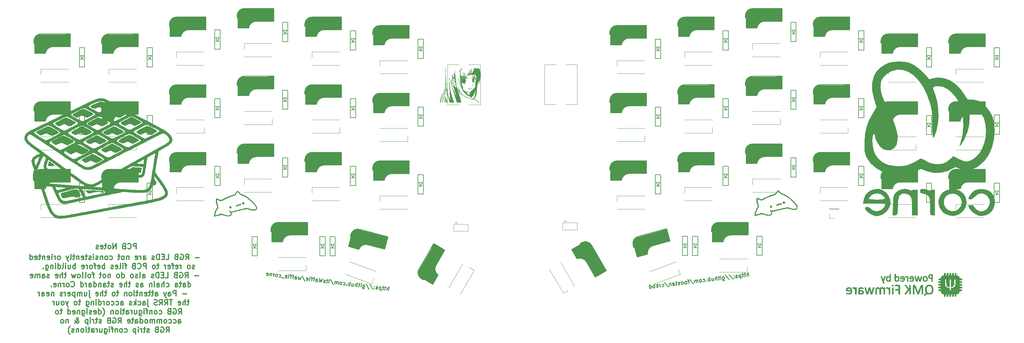
<source format=gbo>
G04 #@! TF.GenerationSoftware,KiCad,Pcbnew,5.1.9*
G04 #@! TF.CreationDate,2021-04-07T10:26:00-06:00*
G04 #@! TF.ProjectId,corne-cherry,636f726e-652d-4636-9865-7272792e6b69,3.0.1*
G04 #@! TF.SameCoordinates,Original*
G04 #@! TF.FileFunction,Legend,Bot*
G04 #@! TF.FilePolarity,Positive*
%FSLAX46Y46*%
G04 Gerber Fmt 4.6, Leading zero omitted, Abs format (unit mm)*
G04 Created by KiCad (PCBNEW 5.1.9) date 2021-04-07 10:26:00*
%MOMM*%
%LPD*%
G01*
G04 APERTURE LIST*
%ADD10C,0.300000*%
%ADD11C,0.270000*%
%ADD12C,0.250000*%
%ADD13C,0.010000*%
%ADD14C,0.120000*%
%ADD15C,0.400000*%
%ADD16C,0.500000*%
%ADD17C,0.150000*%
%ADD18C,3.500000*%
%ADD19C,1.000000*%
%ADD20C,3.000000*%
%ADD21C,0.800000*%
G04 APERTURE END LIST*
D10*
X60647042Y-91957342D02*
X59504185Y-91957342D01*
X56789900Y-92528771D02*
X57289900Y-91814485D01*
X57647042Y-92528771D02*
X57647042Y-91028771D01*
X57075614Y-91028771D01*
X56932757Y-91100200D01*
X56861328Y-91171628D01*
X56789900Y-91314485D01*
X56789900Y-91528771D01*
X56861328Y-91671628D01*
X56932757Y-91743057D01*
X57075614Y-91814485D01*
X57647042Y-91814485D01*
X55361328Y-91100200D02*
X55504185Y-91028771D01*
X55718471Y-91028771D01*
X55932757Y-91100200D01*
X56075614Y-91243057D01*
X56147042Y-91385914D01*
X56218471Y-91671628D01*
X56218471Y-91885914D01*
X56147042Y-92171628D01*
X56075614Y-92314485D01*
X55932757Y-92457342D01*
X55718471Y-92528771D01*
X55575614Y-92528771D01*
X55361328Y-92457342D01*
X55289900Y-92385914D01*
X55289900Y-91885914D01*
X55575614Y-91885914D01*
X54147042Y-91743057D02*
X53932757Y-91814485D01*
X53861328Y-91885914D01*
X53789900Y-92028771D01*
X53789900Y-92243057D01*
X53861328Y-92385914D01*
X53932757Y-92457342D01*
X54075614Y-92528771D01*
X54647042Y-92528771D01*
X54647042Y-91028771D01*
X54147042Y-91028771D01*
X54004185Y-91100200D01*
X53932757Y-91171628D01*
X53861328Y-91314485D01*
X53861328Y-91457342D01*
X53932757Y-91600200D01*
X54004185Y-91671628D01*
X54147042Y-91743057D01*
X54647042Y-91743057D01*
X51289900Y-92528771D02*
X52004185Y-92528771D01*
X52004185Y-91028771D01*
X50789900Y-91743057D02*
X50289900Y-91743057D01*
X50075614Y-92528771D02*
X50789900Y-92528771D01*
X50789900Y-91028771D01*
X50075614Y-91028771D01*
X49432757Y-92528771D02*
X49432757Y-91028771D01*
X49075614Y-91028771D01*
X48861328Y-91100200D01*
X48718471Y-91243057D01*
X48647042Y-91385914D01*
X48575614Y-91671628D01*
X48575614Y-91885914D01*
X48647042Y-92171628D01*
X48718471Y-92314485D01*
X48861328Y-92457342D01*
X49075614Y-92528771D01*
X49432757Y-92528771D01*
X48004185Y-92457342D02*
X47861328Y-92528771D01*
X47575614Y-92528771D01*
X47432757Y-92457342D01*
X47361328Y-92314485D01*
X47361328Y-92243057D01*
X47432757Y-92100200D01*
X47575614Y-92028771D01*
X47789900Y-92028771D01*
X47932757Y-91957342D01*
X48004185Y-91814485D01*
X48004185Y-91743057D01*
X47932757Y-91600200D01*
X47789900Y-91528771D01*
X47575614Y-91528771D01*
X47432757Y-91600200D01*
X44932757Y-92528771D02*
X44932757Y-91743057D01*
X45004185Y-91600200D01*
X45147042Y-91528771D01*
X45432757Y-91528771D01*
X45575614Y-91600200D01*
X44932757Y-92457342D02*
X45075614Y-92528771D01*
X45432757Y-92528771D01*
X45575614Y-92457342D01*
X45647042Y-92314485D01*
X45647042Y-92171628D01*
X45575614Y-92028771D01*
X45432757Y-91957342D01*
X45075614Y-91957342D01*
X44932757Y-91885914D01*
X44218471Y-92528771D02*
X44218471Y-91528771D01*
X44218471Y-91814485D02*
X44147042Y-91671628D01*
X44075614Y-91600200D01*
X43932757Y-91528771D01*
X43789900Y-91528771D01*
X42718471Y-92457342D02*
X42861328Y-92528771D01*
X43147042Y-92528771D01*
X43289900Y-92457342D01*
X43361328Y-92314485D01*
X43361328Y-91743057D01*
X43289900Y-91600200D01*
X43147042Y-91528771D01*
X42861328Y-91528771D01*
X42718471Y-91600200D01*
X42647042Y-91743057D01*
X42647042Y-91885914D01*
X43361328Y-92028771D01*
X40861328Y-91528771D02*
X40861328Y-92528771D01*
X40861328Y-91671628D02*
X40789900Y-91600200D01*
X40647042Y-91528771D01*
X40432757Y-91528771D01*
X40289900Y-91600200D01*
X40218471Y-91743057D01*
X40218471Y-92528771D01*
X39289900Y-92528771D02*
X39432757Y-92457342D01*
X39504185Y-92385914D01*
X39575614Y-92243057D01*
X39575614Y-91814485D01*
X39504185Y-91671628D01*
X39432757Y-91600200D01*
X39289900Y-91528771D01*
X39075614Y-91528771D01*
X38932757Y-91600200D01*
X38861328Y-91671628D01*
X38789900Y-91814485D01*
X38789900Y-92243057D01*
X38861328Y-92385914D01*
X38932757Y-92457342D01*
X39075614Y-92528771D01*
X39289900Y-92528771D01*
X38361328Y-91528771D02*
X37789900Y-91528771D01*
X38147042Y-91028771D02*
X38147042Y-92314485D01*
X38075614Y-92457342D01*
X37932757Y-92528771D01*
X37789900Y-92528771D01*
X35504185Y-92457342D02*
X35647042Y-92528771D01*
X35932757Y-92528771D01*
X36075614Y-92457342D01*
X36147042Y-92385914D01*
X36218471Y-92243057D01*
X36218471Y-91814485D01*
X36147042Y-91671628D01*
X36075614Y-91600200D01*
X35932757Y-91528771D01*
X35647042Y-91528771D01*
X35504185Y-91600200D01*
X34647042Y-92528771D02*
X34789899Y-92457342D01*
X34861328Y-92385914D01*
X34932757Y-92243057D01*
X34932757Y-91814485D01*
X34861328Y-91671628D01*
X34789899Y-91600200D01*
X34647042Y-91528771D01*
X34432757Y-91528771D01*
X34289899Y-91600200D01*
X34218471Y-91671628D01*
X34147042Y-91814485D01*
X34147042Y-92243057D01*
X34218471Y-92385914D01*
X34289899Y-92457342D01*
X34432757Y-92528771D01*
X34647042Y-92528771D01*
X33504185Y-91528771D02*
X33504185Y-92528771D01*
X33504185Y-91671628D02*
X33432757Y-91600200D01*
X33289899Y-91528771D01*
X33075614Y-91528771D01*
X32932757Y-91600200D01*
X32861328Y-91743057D01*
X32861328Y-92528771D01*
X32218471Y-92457342D02*
X32075614Y-92528771D01*
X31789899Y-92528771D01*
X31647042Y-92457342D01*
X31575614Y-92314485D01*
X31575614Y-92243057D01*
X31647042Y-92100200D01*
X31789899Y-92028771D01*
X32004185Y-92028771D01*
X32147042Y-91957342D01*
X32218471Y-91814485D01*
X32218471Y-91743057D01*
X32147042Y-91600200D01*
X32004185Y-91528771D01*
X31789899Y-91528771D01*
X31647042Y-91600200D01*
X30932757Y-92528771D02*
X30932757Y-91528771D01*
X30932757Y-91028771D02*
X31004185Y-91100200D01*
X30932757Y-91171628D01*
X30861328Y-91100200D01*
X30932757Y-91028771D01*
X30932757Y-91171628D01*
X30289899Y-92457342D02*
X30147042Y-92528771D01*
X29861328Y-92528771D01*
X29718471Y-92457342D01*
X29647042Y-92314485D01*
X29647042Y-92243057D01*
X29718471Y-92100200D01*
X29861328Y-92028771D01*
X30075614Y-92028771D01*
X30218471Y-91957342D01*
X30289899Y-91814485D01*
X30289899Y-91743057D01*
X30218471Y-91600200D01*
X30075614Y-91528771D01*
X29861328Y-91528771D01*
X29718471Y-91600200D01*
X29218471Y-91528771D02*
X28647042Y-91528771D01*
X29004185Y-91028771D02*
X29004185Y-92314485D01*
X28932757Y-92457342D01*
X28789899Y-92528771D01*
X28647042Y-92528771D01*
X27575614Y-92457342D02*
X27718471Y-92528771D01*
X28004185Y-92528771D01*
X28147042Y-92457342D01*
X28218471Y-92314485D01*
X28218471Y-91743057D01*
X28147042Y-91600200D01*
X28004185Y-91528771D01*
X27718471Y-91528771D01*
X27575614Y-91600200D01*
X27504185Y-91743057D01*
X27504185Y-91885914D01*
X28218471Y-92028771D01*
X26861328Y-91528771D02*
X26861328Y-92528771D01*
X26861328Y-91671628D02*
X26789899Y-91600200D01*
X26647042Y-91528771D01*
X26432757Y-91528771D01*
X26289899Y-91600200D01*
X26218471Y-91743057D01*
X26218471Y-92528771D01*
X25718471Y-91528771D02*
X25147042Y-91528771D01*
X25504185Y-91028771D02*
X25504185Y-92314485D01*
X25432757Y-92457342D01*
X25289899Y-92528771D01*
X25147042Y-92528771D01*
X24432757Y-92528771D02*
X24575614Y-92457342D01*
X24647042Y-92314485D01*
X24647042Y-91028771D01*
X24004185Y-91528771D02*
X23647042Y-92528771D01*
X23289899Y-91528771D02*
X23647042Y-92528771D01*
X23789899Y-92885914D01*
X23861328Y-92957342D01*
X24004185Y-93028771D01*
X21361328Y-92528771D02*
X21504185Y-92457342D01*
X21575614Y-92385914D01*
X21647042Y-92243057D01*
X21647042Y-91814485D01*
X21575614Y-91671628D01*
X21504185Y-91600200D01*
X21361328Y-91528771D01*
X21147042Y-91528771D01*
X21004185Y-91600200D01*
X20932757Y-91671628D01*
X20861328Y-91814485D01*
X20861328Y-92243057D01*
X20932757Y-92385914D01*
X21004185Y-92457342D01*
X21147042Y-92528771D01*
X21361328Y-92528771D01*
X20218471Y-92528771D02*
X20218471Y-91528771D01*
X20218471Y-91814485D02*
X20147042Y-91671628D01*
X20075614Y-91600200D01*
X19932757Y-91528771D01*
X19789900Y-91528771D01*
X19289900Y-92528771D02*
X19289900Y-91528771D01*
X19289900Y-91028771D02*
X19361328Y-91100200D01*
X19289900Y-91171628D01*
X19218471Y-91100200D01*
X19289900Y-91028771D01*
X19289900Y-91171628D01*
X18004185Y-92457342D02*
X18147042Y-92528771D01*
X18432757Y-92528771D01*
X18575614Y-92457342D01*
X18647042Y-92314485D01*
X18647042Y-91743057D01*
X18575614Y-91600200D01*
X18432757Y-91528771D01*
X18147042Y-91528771D01*
X18004185Y-91600200D01*
X17932757Y-91743057D01*
X17932757Y-91885914D01*
X18647042Y-92028771D01*
X17289900Y-91528771D02*
X17289900Y-92528771D01*
X17289900Y-91671628D02*
X17218471Y-91600200D01*
X17075614Y-91528771D01*
X16861328Y-91528771D01*
X16718471Y-91600200D01*
X16647042Y-91743057D01*
X16647042Y-92528771D01*
X16147042Y-91528771D02*
X15575614Y-91528771D01*
X15932757Y-91028771D02*
X15932757Y-92314485D01*
X15861328Y-92457342D01*
X15718471Y-92528771D01*
X15575614Y-92528771D01*
X14504185Y-92457342D02*
X14647042Y-92528771D01*
X14932757Y-92528771D01*
X15075614Y-92457342D01*
X15147042Y-92314485D01*
X15147042Y-91743057D01*
X15075614Y-91600200D01*
X14932757Y-91528771D01*
X14647042Y-91528771D01*
X14504185Y-91600200D01*
X14432757Y-91743057D01*
X14432757Y-91885914D01*
X15147042Y-92028771D01*
X13147042Y-92528771D02*
X13147042Y-91028771D01*
X13147042Y-92457342D02*
X13289900Y-92528771D01*
X13575614Y-92528771D01*
X13718471Y-92457342D01*
X13789900Y-92385914D01*
X13861328Y-92243057D01*
X13861328Y-91814485D01*
X13789900Y-91671628D01*
X13718471Y-91600200D01*
X13575614Y-91528771D01*
X13289900Y-91528771D01*
X13147042Y-91600200D01*
X59289900Y-95007342D02*
X59147042Y-95078771D01*
X58861328Y-95078771D01*
X58718471Y-95007342D01*
X58647042Y-94864485D01*
X58647042Y-94793057D01*
X58718471Y-94650200D01*
X58861328Y-94578771D01*
X59075614Y-94578771D01*
X59218471Y-94507342D01*
X59289900Y-94364485D01*
X59289900Y-94293057D01*
X59218471Y-94150200D01*
X59075614Y-94078771D01*
X58861328Y-94078771D01*
X58718471Y-94150200D01*
X57789900Y-95078771D02*
X57932757Y-95007342D01*
X58004185Y-94935914D01*
X58075614Y-94793057D01*
X58075614Y-94364485D01*
X58004185Y-94221628D01*
X57932757Y-94150200D01*
X57789900Y-94078771D01*
X57575614Y-94078771D01*
X57432757Y-94150200D01*
X57361328Y-94221628D01*
X57289900Y-94364485D01*
X57289900Y-94793057D01*
X57361328Y-94935914D01*
X57432757Y-95007342D01*
X57575614Y-95078771D01*
X57789900Y-95078771D01*
X55504185Y-95078771D02*
X55504185Y-94078771D01*
X55504185Y-94364485D02*
X55432757Y-94221628D01*
X55361328Y-94150200D01*
X55218471Y-94078771D01*
X55075614Y-94078771D01*
X54004185Y-95007342D02*
X54147042Y-95078771D01*
X54432757Y-95078771D01*
X54575614Y-95007342D01*
X54647042Y-94864485D01*
X54647042Y-94293057D01*
X54575614Y-94150200D01*
X54432757Y-94078771D01*
X54147042Y-94078771D01*
X54004185Y-94150200D01*
X53932757Y-94293057D01*
X53932757Y-94435914D01*
X54647042Y-94578771D01*
X53504185Y-94078771D02*
X52932757Y-94078771D01*
X53289900Y-95078771D02*
X53289900Y-93793057D01*
X53218471Y-93650200D01*
X53075614Y-93578771D01*
X52932757Y-93578771D01*
X51861328Y-95007342D02*
X52004185Y-95078771D01*
X52289900Y-95078771D01*
X52432757Y-95007342D01*
X52504185Y-94864485D01*
X52504185Y-94293057D01*
X52432757Y-94150200D01*
X52289900Y-94078771D01*
X52004185Y-94078771D01*
X51861328Y-94150200D01*
X51789900Y-94293057D01*
X51789900Y-94435914D01*
X52504185Y-94578771D01*
X51147042Y-95078771D02*
X51147042Y-94078771D01*
X51147042Y-94364485D02*
X51075614Y-94221628D01*
X51004185Y-94150200D01*
X50861328Y-94078771D01*
X50718471Y-94078771D01*
X49289900Y-94078771D02*
X48718471Y-94078771D01*
X49075614Y-93578771D02*
X49075614Y-94864485D01*
X49004185Y-95007342D01*
X48861328Y-95078771D01*
X48718471Y-95078771D01*
X48004185Y-95078771D02*
X48147042Y-95007342D01*
X48218471Y-94935914D01*
X48289900Y-94793057D01*
X48289900Y-94364485D01*
X48218471Y-94221628D01*
X48147042Y-94150200D01*
X48004185Y-94078771D01*
X47789900Y-94078771D01*
X47647042Y-94150200D01*
X47575614Y-94221628D01*
X47504185Y-94364485D01*
X47504185Y-94793057D01*
X47575614Y-94935914D01*
X47647042Y-95007342D01*
X47789900Y-95078771D01*
X48004185Y-95078771D01*
X45718471Y-95078771D02*
X45718471Y-93578771D01*
X45147042Y-93578771D01*
X45004185Y-93650200D01*
X44932757Y-93721628D01*
X44861328Y-93864485D01*
X44861328Y-94078771D01*
X44932757Y-94221628D01*
X45004185Y-94293057D01*
X45147042Y-94364485D01*
X45718471Y-94364485D01*
X43361328Y-94935914D02*
X43432757Y-95007342D01*
X43647042Y-95078771D01*
X43789900Y-95078771D01*
X44004185Y-95007342D01*
X44147042Y-94864485D01*
X44218471Y-94721628D01*
X44289900Y-94435914D01*
X44289900Y-94221628D01*
X44218471Y-93935914D01*
X44147042Y-93793057D01*
X44004185Y-93650200D01*
X43789900Y-93578771D01*
X43647042Y-93578771D01*
X43432757Y-93650200D01*
X43361328Y-93721628D01*
X42218471Y-94293057D02*
X42004185Y-94364485D01*
X41932757Y-94435914D01*
X41861328Y-94578771D01*
X41861328Y-94793057D01*
X41932757Y-94935914D01*
X42004185Y-95007342D01*
X42147042Y-95078771D01*
X42718471Y-95078771D01*
X42718471Y-93578771D01*
X42218471Y-93578771D01*
X42075614Y-93650200D01*
X42004185Y-93721628D01*
X41932757Y-93864485D01*
X41932757Y-94007342D01*
X42004185Y-94150200D01*
X42075614Y-94221628D01*
X42218471Y-94293057D01*
X42718471Y-94293057D01*
X40289900Y-94078771D02*
X39718471Y-94078771D01*
X40075614Y-95078771D02*
X40075614Y-93793057D01*
X40004185Y-93650200D01*
X39861328Y-93578771D01*
X39718471Y-93578771D01*
X39218471Y-95078771D02*
X39218471Y-94078771D01*
X39218471Y-93578771D02*
X39289900Y-93650200D01*
X39218471Y-93721628D01*
X39147042Y-93650200D01*
X39218471Y-93578771D01*
X39218471Y-93721628D01*
X38289900Y-95078771D02*
X38432757Y-95007342D01*
X38504185Y-94864485D01*
X38504185Y-93578771D01*
X37147042Y-95007342D02*
X37289900Y-95078771D01*
X37575614Y-95078771D01*
X37718471Y-95007342D01*
X37789900Y-94864485D01*
X37789900Y-94293057D01*
X37718471Y-94150200D01*
X37575614Y-94078771D01*
X37289900Y-94078771D01*
X37147042Y-94150200D01*
X37075614Y-94293057D01*
X37075614Y-94435914D01*
X37789900Y-94578771D01*
X36504185Y-95007342D02*
X36361328Y-95078771D01*
X36075614Y-95078771D01*
X35932757Y-95007342D01*
X35861328Y-94864485D01*
X35861328Y-94793057D01*
X35932757Y-94650200D01*
X36075614Y-94578771D01*
X36289900Y-94578771D01*
X36432757Y-94507342D01*
X36504185Y-94364485D01*
X36504185Y-94293057D01*
X36432757Y-94150200D01*
X36289900Y-94078771D01*
X36075614Y-94078771D01*
X35932757Y-94150200D01*
X34075614Y-95078771D02*
X34075614Y-93578771D01*
X34075614Y-94150200D02*
X33932757Y-94078771D01*
X33647042Y-94078771D01*
X33504185Y-94150200D01*
X33432757Y-94221628D01*
X33361328Y-94364485D01*
X33361328Y-94793057D01*
X33432757Y-94935914D01*
X33504185Y-95007342D01*
X33647042Y-95078771D01*
X33932757Y-95078771D01*
X34075614Y-95007342D01*
X32147042Y-95007342D02*
X32289900Y-95078771D01*
X32575614Y-95078771D01*
X32718471Y-95007342D01*
X32789900Y-94864485D01*
X32789900Y-94293057D01*
X32718471Y-94150200D01*
X32575614Y-94078771D01*
X32289900Y-94078771D01*
X32147042Y-94150200D01*
X32075614Y-94293057D01*
X32075614Y-94435914D01*
X32789900Y-94578771D01*
X31647042Y-94078771D02*
X31075614Y-94078771D01*
X31432757Y-95078771D02*
X31432757Y-93793057D01*
X31361328Y-93650200D01*
X31218471Y-93578771D01*
X31075614Y-93578771D01*
X30361328Y-95078771D02*
X30504185Y-95007342D01*
X30575614Y-94935914D01*
X30647042Y-94793057D01*
X30647042Y-94364485D01*
X30575614Y-94221628D01*
X30504185Y-94150200D01*
X30361328Y-94078771D01*
X30147042Y-94078771D01*
X30004185Y-94150200D01*
X29932757Y-94221628D01*
X29861328Y-94364485D01*
X29861328Y-94793057D01*
X29932757Y-94935914D01*
X30004185Y-95007342D01*
X30147042Y-95078771D01*
X30361328Y-95078771D01*
X29218471Y-95078771D02*
X29218471Y-94078771D01*
X29218471Y-94364485D02*
X29147042Y-94221628D01*
X29075614Y-94150200D01*
X28932757Y-94078771D01*
X28789900Y-94078771D01*
X27718471Y-95007342D02*
X27861328Y-95078771D01*
X28147042Y-95078771D01*
X28289900Y-95007342D01*
X28361328Y-94864485D01*
X28361328Y-94293057D01*
X28289900Y-94150200D01*
X28147042Y-94078771D01*
X27861328Y-94078771D01*
X27718471Y-94150200D01*
X27647042Y-94293057D01*
X27647042Y-94435914D01*
X28361328Y-94578771D01*
X25861328Y-95078771D02*
X25861328Y-93578771D01*
X25861328Y-94150200D02*
X25718471Y-94078771D01*
X25432757Y-94078771D01*
X25289900Y-94150200D01*
X25218471Y-94221628D01*
X25147042Y-94364485D01*
X25147042Y-94793057D01*
X25218471Y-94935914D01*
X25289900Y-95007342D01*
X25432757Y-95078771D01*
X25718471Y-95078771D01*
X25861328Y-95007342D01*
X23861328Y-94078771D02*
X23861328Y-95078771D01*
X24504185Y-94078771D02*
X24504185Y-94864485D01*
X24432757Y-95007342D01*
X24289900Y-95078771D01*
X24075614Y-95078771D01*
X23932757Y-95007342D01*
X23861328Y-94935914D01*
X23147042Y-95078771D02*
X23147042Y-94078771D01*
X23147042Y-93578771D02*
X23218471Y-93650200D01*
X23147042Y-93721628D01*
X23075614Y-93650200D01*
X23147042Y-93578771D01*
X23147042Y-93721628D01*
X22218471Y-95078771D02*
X22361328Y-95007342D01*
X22432757Y-94864485D01*
X22432757Y-93578771D01*
X21004185Y-95078771D02*
X21004185Y-93578771D01*
X21004185Y-95007342D02*
X21147042Y-95078771D01*
X21432757Y-95078771D01*
X21575614Y-95007342D01*
X21647042Y-94935914D01*
X21718471Y-94793057D01*
X21718471Y-94364485D01*
X21647042Y-94221628D01*
X21575614Y-94150200D01*
X21432757Y-94078771D01*
X21147042Y-94078771D01*
X21004185Y-94150200D01*
X20289900Y-95078771D02*
X20289900Y-94078771D01*
X20289900Y-93578771D02*
X20361328Y-93650200D01*
X20289900Y-93721628D01*
X20218471Y-93650200D01*
X20289900Y-93578771D01*
X20289900Y-93721628D01*
X19575614Y-94078771D02*
X19575614Y-95078771D01*
X19575614Y-94221628D02*
X19504185Y-94150200D01*
X19361328Y-94078771D01*
X19147042Y-94078771D01*
X19004185Y-94150200D01*
X18932757Y-94293057D01*
X18932757Y-95078771D01*
X17575614Y-94078771D02*
X17575614Y-95293057D01*
X17647042Y-95435914D01*
X17718471Y-95507342D01*
X17861328Y-95578771D01*
X18075614Y-95578771D01*
X18218471Y-95507342D01*
X17575614Y-95007342D02*
X17718471Y-95078771D01*
X18004185Y-95078771D01*
X18147042Y-95007342D01*
X18218471Y-94935914D01*
X18289900Y-94793057D01*
X18289900Y-94364485D01*
X18218471Y-94221628D01*
X18147042Y-94150200D01*
X18004185Y-94078771D01*
X17718471Y-94078771D01*
X17575614Y-94150200D01*
X16861328Y-94935914D02*
X16789900Y-95007342D01*
X16861328Y-95078771D01*
X16932757Y-95007342D01*
X16861328Y-94935914D01*
X16861328Y-95078771D01*
X60468471Y-97057342D02*
X59325614Y-97057342D01*
X56611328Y-97628771D02*
X57111328Y-96914485D01*
X57468471Y-97628771D02*
X57468471Y-96128771D01*
X56897042Y-96128771D01*
X56754185Y-96200200D01*
X56682757Y-96271628D01*
X56611328Y-96414485D01*
X56611328Y-96628771D01*
X56682757Y-96771628D01*
X56754185Y-96843057D01*
X56897042Y-96914485D01*
X57468471Y-96914485D01*
X55182757Y-96200200D02*
X55325614Y-96128771D01*
X55539900Y-96128771D01*
X55754185Y-96200200D01*
X55897042Y-96343057D01*
X55968471Y-96485914D01*
X56039900Y-96771628D01*
X56039900Y-96985914D01*
X55968471Y-97271628D01*
X55897042Y-97414485D01*
X55754185Y-97557342D01*
X55539900Y-97628771D01*
X55397042Y-97628771D01*
X55182757Y-97557342D01*
X55111328Y-97485914D01*
X55111328Y-96985914D01*
X55397042Y-96985914D01*
X53968471Y-96843057D02*
X53754185Y-96914485D01*
X53682757Y-96985914D01*
X53611328Y-97128771D01*
X53611328Y-97343057D01*
X53682757Y-97485914D01*
X53754185Y-97557342D01*
X53897042Y-97628771D01*
X54468471Y-97628771D01*
X54468471Y-96128771D01*
X53968471Y-96128771D01*
X53825614Y-96200200D01*
X53754185Y-96271628D01*
X53682757Y-96414485D01*
X53682757Y-96557342D01*
X53754185Y-96700200D01*
X53825614Y-96771628D01*
X53968471Y-96843057D01*
X54468471Y-96843057D01*
X51111328Y-97628771D02*
X51825614Y-97628771D01*
X51825614Y-96128771D01*
X50611328Y-96843057D02*
X50111328Y-96843057D01*
X49897042Y-97628771D02*
X50611328Y-97628771D01*
X50611328Y-96128771D01*
X49897042Y-96128771D01*
X49254185Y-97628771D02*
X49254185Y-96128771D01*
X48897042Y-96128771D01*
X48682757Y-96200200D01*
X48539900Y-96343057D01*
X48468471Y-96485914D01*
X48397042Y-96771628D01*
X48397042Y-96985914D01*
X48468471Y-97271628D01*
X48539900Y-97414485D01*
X48682757Y-97557342D01*
X48897042Y-97628771D01*
X49254185Y-97628771D01*
X47825614Y-97557342D02*
X47682757Y-97628771D01*
X47397042Y-97628771D01*
X47254185Y-97557342D01*
X47182757Y-97414485D01*
X47182757Y-97343057D01*
X47254185Y-97200200D01*
X47397042Y-97128771D01*
X47611328Y-97128771D01*
X47754185Y-97057342D01*
X47825614Y-96914485D01*
X47825614Y-96843057D01*
X47754185Y-96700200D01*
X47611328Y-96628771D01*
X47397042Y-96628771D01*
X47254185Y-96700200D01*
X44754185Y-97628771D02*
X44754185Y-96843057D01*
X44825614Y-96700200D01*
X44968471Y-96628771D01*
X45254185Y-96628771D01*
X45397042Y-96700200D01*
X44754185Y-97557342D02*
X44897042Y-97628771D01*
X45254185Y-97628771D01*
X45397042Y-97557342D01*
X45468471Y-97414485D01*
X45468471Y-97271628D01*
X45397042Y-97128771D01*
X45254185Y-97057342D01*
X44897042Y-97057342D01*
X44754185Y-96985914D01*
X43825614Y-97628771D02*
X43968471Y-97557342D01*
X44039900Y-97414485D01*
X44039900Y-96128771D01*
X43325614Y-97557342D02*
X43182757Y-97628771D01*
X42897042Y-97628771D01*
X42754185Y-97557342D01*
X42682757Y-97414485D01*
X42682757Y-97343057D01*
X42754185Y-97200200D01*
X42897042Y-97128771D01*
X43111328Y-97128771D01*
X43254185Y-97057342D01*
X43325614Y-96914485D01*
X43325614Y-96843057D01*
X43254185Y-96700200D01*
X43111328Y-96628771D01*
X42897042Y-96628771D01*
X42754185Y-96700200D01*
X41825614Y-97628771D02*
X41968471Y-97557342D01*
X42039900Y-97485914D01*
X42111328Y-97343057D01*
X42111328Y-96914485D01*
X42039900Y-96771628D01*
X41968471Y-96700200D01*
X41825614Y-96628771D01*
X41611328Y-96628771D01*
X41468471Y-96700200D01*
X41397042Y-96771628D01*
X41325614Y-96914485D01*
X41325614Y-97343057D01*
X41397042Y-97485914D01*
X41468471Y-97557342D01*
X41611328Y-97628771D01*
X41825614Y-97628771D01*
X38897042Y-97628771D02*
X38897042Y-96128771D01*
X38897042Y-97557342D02*
X39039900Y-97628771D01*
X39325614Y-97628771D01*
X39468471Y-97557342D01*
X39539900Y-97485914D01*
X39611328Y-97343057D01*
X39611328Y-96914485D01*
X39539900Y-96771628D01*
X39468471Y-96700200D01*
X39325614Y-96628771D01*
X39039900Y-96628771D01*
X38897042Y-96700200D01*
X37968471Y-97628771D02*
X38111328Y-97557342D01*
X38182757Y-97485914D01*
X38254185Y-97343057D01*
X38254185Y-96914485D01*
X38182757Y-96771628D01*
X38111328Y-96700200D01*
X37968471Y-96628771D01*
X37754185Y-96628771D01*
X37611328Y-96700200D01*
X37539900Y-96771628D01*
X37468471Y-96914485D01*
X37468471Y-97343057D01*
X37539900Y-97485914D01*
X37611328Y-97557342D01*
X37754185Y-97628771D01*
X37968471Y-97628771D01*
X35682757Y-96628771D02*
X35682757Y-97628771D01*
X35682757Y-96771628D02*
X35611328Y-96700200D01*
X35468471Y-96628771D01*
X35254185Y-96628771D01*
X35111328Y-96700200D01*
X35039900Y-96843057D01*
X35039900Y-97628771D01*
X34111328Y-97628771D02*
X34254185Y-97557342D01*
X34325614Y-97485914D01*
X34397042Y-97343057D01*
X34397042Y-96914485D01*
X34325614Y-96771628D01*
X34254185Y-96700200D01*
X34111328Y-96628771D01*
X33897042Y-96628771D01*
X33754185Y-96700200D01*
X33682757Y-96771628D01*
X33611328Y-96914485D01*
X33611328Y-97343057D01*
X33682757Y-97485914D01*
X33754185Y-97557342D01*
X33897042Y-97628771D01*
X34111328Y-97628771D01*
X33182757Y-96628771D02*
X32611328Y-96628771D01*
X32968471Y-96128771D02*
X32968471Y-97414485D01*
X32897042Y-97557342D01*
X32754185Y-97628771D01*
X32611328Y-97628771D01*
X31182757Y-96628771D02*
X30611328Y-96628771D01*
X30968471Y-97628771D02*
X30968471Y-96343057D01*
X30897042Y-96200200D01*
X30754185Y-96128771D01*
X30611328Y-96128771D01*
X29897042Y-97628771D02*
X30039900Y-97557342D01*
X30111328Y-97485914D01*
X30182757Y-97343057D01*
X30182757Y-96914485D01*
X30111328Y-96771628D01*
X30039900Y-96700200D01*
X29897042Y-96628771D01*
X29682757Y-96628771D01*
X29539900Y-96700200D01*
X29468471Y-96771628D01*
X29397042Y-96914485D01*
X29397042Y-97343057D01*
X29468471Y-97485914D01*
X29539900Y-97557342D01*
X29682757Y-97628771D01*
X29897042Y-97628771D01*
X28539900Y-97628771D02*
X28682757Y-97557342D01*
X28754185Y-97414485D01*
X28754185Y-96128771D01*
X27754185Y-97628771D02*
X27897042Y-97557342D01*
X27968471Y-97414485D01*
X27968471Y-96128771D01*
X26968471Y-97628771D02*
X27111328Y-97557342D01*
X27182757Y-97485914D01*
X27254185Y-97343057D01*
X27254185Y-96914485D01*
X27182757Y-96771628D01*
X27111328Y-96700200D01*
X26968471Y-96628771D01*
X26754185Y-96628771D01*
X26611328Y-96700200D01*
X26539900Y-96771628D01*
X26468471Y-96914485D01*
X26468471Y-97343057D01*
X26539900Y-97485914D01*
X26611328Y-97557342D01*
X26754185Y-97628771D01*
X26968471Y-97628771D01*
X25968471Y-96628771D02*
X25682757Y-97628771D01*
X25397042Y-96914485D01*
X25111328Y-97628771D01*
X24825614Y-96628771D01*
X23325614Y-96628771D02*
X22754185Y-96628771D01*
X23111328Y-96128771D02*
X23111328Y-97414485D01*
X23039900Y-97557342D01*
X22897042Y-97628771D01*
X22754185Y-97628771D01*
X22254185Y-97628771D02*
X22254185Y-96128771D01*
X21611328Y-97628771D02*
X21611328Y-96843057D01*
X21682757Y-96700200D01*
X21825614Y-96628771D01*
X22039900Y-96628771D01*
X22182757Y-96700200D01*
X22254185Y-96771628D01*
X20325614Y-97557342D02*
X20468471Y-97628771D01*
X20754185Y-97628771D01*
X20897042Y-97557342D01*
X20968471Y-97414485D01*
X20968471Y-96843057D01*
X20897042Y-96700200D01*
X20754185Y-96628771D01*
X20468471Y-96628771D01*
X20325614Y-96700200D01*
X20254185Y-96843057D01*
X20254185Y-96985914D01*
X20968471Y-97128771D01*
X18539900Y-97557342D02*
X18397042Y-97628771D01*
X18111328Y-97628771D01*
X17968471Y-97557342D01*
X17897042Y-97414485D01*
X17897042Y-97343057D01*
X17968471Y-97200200D01*
X18111328Y-97128771D01*
X18325614Y-97128771D01*
X18468471Y-97057342D01*
X18539900Y-96914485D01*
X18539900Y-96843057D01*
X18468471Y-96700200D01*
X18325614Y-96628771D01*
X18111328Y-96628771D01*
X17968471Y-96700200D01*
X16611328Y-97628771D02*
X16611328Y-96843057D01*
X16682757Y-96700200D01*
X16825614Y-96628771D01*
X17111328Y-96628771D01*
X17254185Y-96700200D01*
X16611328Y-97557342D02*
X16754185Y-97628771D01*
X17111328Y-97628771D01*
X17254185Y-97557342D01*
X17325614Y-97414485D01*
X17325614Y-97271628D01*
X17254185Y-97128771D01*
X17111328Y-97057342D01*
X16754185Y-97057342D01*
X16611328Y-96985914D01*
X15897042Y-97628771D02*
X15897042Y-96628771D01*
X15897042Y-96771628D02*
X15825614Y-96700200D01*
X15682757Y-96628771D01*
X15468471Y-96628771D01*
X15325614Y-96700200D01*
X15254185Y-96843057D01*
X15254185Y-97628771D01*
X15254185Y-96843057D02*
X15182757Y-96700200D01*
X15039900Y-96628771D01*
X14825614Y-96628771D01*
X14682757Y-96700200D01*
X14611328Y-96843057D01*
X14611328Y-97628771D01*
X13325614Y-97557342D02*
X13468471Y-97628771D01*
X13754185Y-97628771D01*
X13897042Y-97557342D01*
X13968471Y-97414485D01*
X13968471Y-96843057D01*
X13897042Y-96700200D01*
X13754185Y-96628771D01*
X13468471Y-96628771D01*
X13325614Y-96700200D01*
X13254185Y-96843057D01*
X13254185Y-96985914D01*
X13968471Y-97128771D01*
X57468471Y-100178771D02*
X57468471Y-98678771D01*
X57468471Y-100107342D02*
X57611328Y-100178771D01*
X57897042Y-100178771D01*
X58039900Y-100107342D01*
X58111328Y-100035914D01*
X58182757Y-99893057D01*
X58182757Y-99464485D01*
X58111328Y-99321628D01*
X58039900Y-99250200D01*
X57897042Y-99178771D01*
X57611328Y-99178771D01*
X57468471Y-99250200D01*
X56111328Y-100178771D02*
X56111328Y-99393057D01*
X56182757Y-99250200D01*
X56325614Y-99178771D01*
X56611328Y-99178771D01*
X56754185Y-99250200D01*
X56111328Y-100107342D02*
X56254185Y-100178771D01*
X56611328Y-100178771D01*
X56754185Y-100107342D01*
X56825614Y-99964485D01*
X56825614Y-99821628D01*
X56754185Y-99678771D01*
X56611328Y-99607342D01*
X56254185Y-99607342D01*
X56111328Y-99535914D01*
X55611328Y-99178771D02*
X55039900Y-99178771D01*
X55397042Y-98678771D02*
X55397042Y-99964485D01*
X55325614Y-100107342D01*
X55182757Y-100178771D01*
X55039900Y-100178771D01*
X53897042Y-100178771D02*
X53897042Y-99393057D01*
X53968471Y-99250200D01*
X54111328Y-99178771D01*
X54397042Y-99178771D01*
X54539900Y-99250200D01*
X53897042Y-100107342D02*
X54039900Y-100178771D01*
X54397042Y-100178771D01*
X54539900Y-100107342D01*
X54611328Y-99964485D01*
X54611328Y-99821628D01*
X54539900Y-99678771D01*
X54397042Y-99607342D01*
X54039900Y-99607342D01*
X53897042Y-99535914D01*
X51397042Y-100107342D02*
X51539900Y-100178771D01*
X51825614Y-100178771D01*
X51968471Y-100107342D01*
X52039900Y-100035914D01*
X52111328Y-99893057D01*
X52111328Y-99464485D01*
X52039900Y-99321628D01*
X51968471Y-99250200D01*
X51825614Y-99178771D01*
X51539900Y-99178771D01*
X51397042Y-99250200D01*
X50754185Y-100178771D02*
X50754185Y-98678771D01*
X50111328Y-100178771D02*
X50111328Y-99393057D01*
X50182757Y-99250200D01*
X50325614Y-99178771D01*
X50539900Y-99178771D01*
X50682757Y-99250200D01*
X50754185Y-99321628D01*
X48754185Y-100178771D02*
X48754185Y-99393057D01*
X48825614Y-99250200D01*
X48968471Y-99178771D01*
X49254185Y-99178771D01*
X49397042Y-99250200D01*
X48754185Y-100107342D02*
X48897042Y-100178771D01*
X49254185Y-100178771D01*
X49397042Y-100107342D01*
X49468471Y-99964485D01*
X49468471Y-99821628D01*
X49397042Y-99678771D01*
X49254185Y-99607342D01*
X48897042Y-99607342D01*
X48754185Y-99535914D01*
X48039900Y-100178771D02*
X48039900Y-99178771D01*
X48039900Y-98678771D02*
X48111328Y-98750200D01*
X48039900Y-98821628D01*
X47968471Y-98750200D01*
X48039900Y-98678771D01*
X48039900Y-98821628D01*
X47325614Y-99178771D02*
X47325614Y-100178771D01*
X47325614Y-99321628D02*
X47254185Y-99250200D01*
X47111328Y-99178771D01*
X46897042Y-99178771D01*
X46754185Y-99250200D01*
X46682757Y-99393057D01*
X46682757Y-100178771D01*
X44182757Y-100178771D02*
X44182757Y-99393057D01*
X44254185Y-99250200D01*
X44397042Y-99178771D01*
X44682757Y-99178771D01*
X44825614Y-99250200D01*
X44182757Y-100107342D02*
X44325614Y-100178771D01*
X44682757Y-100178771D01*
X44825614Y-100107342D01*
X44897042Y-99964485D01*
X44897042Y-99821628D01*
X44825614Y-99678771D01*
X44682757Y-99607342D01*
X44325614Y-99607342D01*
X44182757Y-99535914D01*
X43539900Y-100107342D02*
X43397042Y-100178771D01*
X43111328Y-100178771D01*
X42968471Y-100107342D01*
X42897042Y-99964485D01*
X42897042Y-99893057D01*
X42968471Y-99750200D01*
X43111328Y-99678771D01*
X43325614Y-99678771D01*
X43468471Y-99607342D01*
X43539900Y-99464485D01*
X43539900Y-99393057D01*
X43468471Y-99250200D01*
X43325614Y-99178771D01*
X43111328Y-99178771D01*
X42968471Y-99250200D01*
X41325614Y-99178771D02*
X40754185Y-99178771D01*
X41111328Y-98678771D02*
X41111328Y-99964485D01*
X41039900Y-100107342D01*
X40897042Y-100178771D01*
X40754185Y-100178771D01*
X40254185Y-100178771D02*
X40254185Y-98678771D01*
X39611328Y-100178771D02*
X39611328Y-99393057D01*
X39682757Y-99250200D01*
X39825614Y-99178771D01*
X40039900Y-99178771D01*
X40182757Y-99250200D01*
X40254185Y-99321628D01*
X38325614Y-100107342D02*
X38468471Y-100178771D01*
X38754185Y-100178771D01*
X38897042Y-100107342D01*
X38968471Y-99964485D01*
X38968471Y-99393057D01*
X38897042Y-99250200D01*
X38754185Y-99178771D01*
X38468471Y-99178771D01*
X38325614Y-99250200D01*
X38254185Y-99393057D01*
X38254185Y-99535914D01*
X38968471Y-99678771D01*
X36539900Y-100107342D02*
X36397042Y-100178771D01*
X36111328Y-100178771D01*
X35968471Y-100107342D01*
X35897042Y-99964485D01*
X35897042Y-99893057D01*
X35968471Y-99750200D01*
X36111328Y-99678771D01*
X36325614Y-99678771D01*
X36468471Y-99607342D01*
X36539900Y-99464485D01*
X36539900Y-99393057D01*
X36468471Y-99250200D01*
X36325614Y-99178771D01*
X36111328Y-99178771D01*
X35968471Y-99250200D01*
X35468471Y-99178771D02*
X34897042Y-99178771D01*
X35254185Y-98678771D02*
X35254185Y-99964485D01*
X35182757Y-100107342D01*
X35039900Y-100178771D01*
X34897042Y-100178771D01*
X33754185Y-100178771D02*
X33754185Y-99393057D01*
X33825614Y-99250200D01*
X33968471Y-99178771D01*
X34254185Y-99178771D01*
X34397042Y-99250200D01*
X33754185Y-100107342D02*
X33897042Y-100178771D01*
X34254185Y-100178771D01*
X34397042Y-100107342D01*
X34468471Y-99964485D01*
X34468471Y-99821628D01*
X34397042Y-99678771D01*
X34254185Y-99607342D01*
X33897042Y-99607342D01*
X33754185Y-99535914D01*
X33039900Y-99178771D02*
X33039900Y-100178771D01*
X33039900Y-99321628D02*
X32968471Y-99250200D01*
X32825614Y-99178771D01*
X32611328Y-99178771D01*
X32468471Y-99250200D01*
X32397042Y-99393057D01*
X32397042Y-100178771D01*
X31039900Y-100178771D02*
X31039900Y-98678771D01*
X31039900Y-100107342D02*
X31182757Y-100178771D01*
X31468471Y-100178771D01*
X31611328Y-100107342D01*
X31682757Y-100035914D01*
X31754185Y-99893057D01*
X31754185Y-99464485D01*
X31682757Y-99321628D01*
X31611328Y-99250200D01*
X31468471Y-99178771D01*
X31182757Y-99178771D01*
X31039900Y-99250200D01*
X29682757Y-100178771D02*
X29682757Y-99393057D01*
X29754185Y-99250200D01*
X29897042Y-99178771D01*
X30182757Y-99178771D01*
X30325614Y-99250200D01*
X29682757Y-100107342D02*
X29825614Y-100178771D01*
X30182757Y-100178771D01*
X30325614Y-100107342D01*
X30397042Y-99964485D01*
X30397042Y-99821628D01*
X30325614Y-99678771D01*
X30182757Y-99607342D01*
X29825614Y-99607342D01*
X29682757Y-99535914D01*
X28968471Y-100178771D02*
X28968471Y-99178771D01*
X28968471Y-99464485D02*
X28897042Y-99321628D01*
X28825614Y-99250200D01*
X28682757Y-99178771D01*
X28539900Y-99178771D01*
X27397042Y-100178771D02*
X27397042Y-98678771D01*
X27397042Y-100107342D02*
X27539900Y-100178771D01*
X27825614Y-100178771D01*
X27968471Y-100107342D01*
X28039900Y-100035914D01*
X28111328Y-99893057D01*
X28111328Y-99464485D01*
X28039900Y-99321628D01*
X27968471Y-99250200D01*
X27825614Y-99178771D01*
X27539900Y-99178771D01*
X27397042Y-99250200D01*
X24682757Y-100035914D02*
X24754185Y-100107342D01*
X24968471Y-100178771D01*
X25111328Y-100178771D01*
X25325614Y-100107342D01*
X25468471Y-99964485D01*
X25539900Y-99821628D01*
X25611328Y-99535914D01*
X25611328Y-99321628D01*
X25539900Y-99035914D01*
X25468471Y-98893057D01*
X25325614Y-98750200D01*
X25111328Y-98678771D01*
X24968471Y-98678771D01*
X24754185Y-98750200D01*
X24682757Y-98821628D01*
X23825614Y-100178771D02*
X23968471Y-100107342D01*
X24039900Y-100035914D01*
X24111328Y-99893057D01*
X24111328Y-99464485D01*
X24039900Y-99321628D01*
X23968471Y-99250200D01*
X23825614Y-99178771D01*
X23611328Y-99178771D01*
X23468471Y-99250200D01*
X23397042Y-99321628D01*
X23325614Y-99464485D01*
X23325614Y-99893057D01*
X23397042Y-100035914D01*
X23468471Y-100107342D01*
X23611328Y-100178771D01*
X23825614Y-100178771D01*
X22682757Y-100178771D02*
X22682757Y-99178771D01*
X22682757Y-99464485D02*
X22611328Y-99321628D01*
X22539900Y-99250200D01*
X22397042Y-99178771D01*
X22254185Y-99178771D01*
X21754185Y-99178771D02*
X21754185Y-100178771D01*
X21754185Y-99321628D02*
X21682757Y-99250200D01*
X21539900Y-99178771D01*
X21325614Y-99178771D01*
X21182757Y-99250200D01*
X21111328Y-99393057D01*
X21111328Y-100178771D01*
X19825614Y-100107342D02*
X19968471Y-100178771D01*
X20254185Y-100178771D01*
X20397042Y-100107342D01*
X20468471Y-99964485D01*
X20468471Y-99393057D01*
X20397042Y-99250200D01*
X20254185Y-99178771D01*
X19968471Y-99178771D01*
X19825614Y-99250200D01*
X19754185Y-99393057D01*
X19754185Y-99535914D01*
X20468471Y-99678771D01*
X19111328Y-100035914D02*
X19039900Y-100107342D01*
X19111328Y-100178771D01*
X19182757Y-100107342D01*
X19111328Y-100035914D01*
X19111328Y-100178771D01*
X57075614Y-102157342D02*
X55932757Y-102157342D01*
X54075614Y-102728771D02*
X54075614Y-101228771D01*
X53504185Y-101228771D01*
X53361328Y-101300200D01*
X53289900Y-101371628D01*
X53218471Y-101514485D01*
X53218471Y-101728771D01*
X53289900Y-101871628D01*
X53361328Y-101943057D01*
X53504185Y-102014485D01*
X54075614Y-102014485D01*
X51932757Y-102728771D02*
X51932757Y-101943057D01*
X52004185Y-101800200D01*
X52147042Y-101728771D01*
X52432757Y-101728771D01*
X52575614Y-101800200D01*
X51932757Y-102657342D02*
X52075614Y-102728771D01*
X52432757Y-102728771D01*
X52575614Y-102657342D01*
X52647042Y-102514485D01*
X52647042Y-102371628D01*
X52575614Y-102228771D01*
X52432757Y-102157342D01*
X52075614Y-102157342D01*
X51932757Y-102085914D01*
X51361328Y-101728771D02*
X51004185Y-102728771D01*
X50647042Y-101728771D02*
X51004185Y-102728771D01*
X51147042Y-103085914D01*
X51218471Y-103157342D01*
X51361328Y-103228771D01*
X48289900Y-102728771D02*
X48289900Y-101943057D01*
X48361328Y-101800200D01*
X48504185Y-101728771D01*
X48789900Y-101728771D01*
X48932757Y-101800200D01*
X48289900Y-102657342D02*
X48432757Y-102728771D01*
X48789900Y-102728771D01*
X48932757Y-102657342D01*
X49004185Y-102514485D01*
X49004185Y-102371628D01*
X48932757Y-102228771D01*
X48789900Y-102157342D01*
X48432757Y-102157342D01*
X48289900Y-102085914D01*
X47789900Y-101728771D02*
X47218471Y-101728771D01*
X47575614Y-101228771D02*
X47575614Y-102514485D01*
X47504185Y-102657342D01*
X47361328Y-102728771D01*
X47218471Y-102728771D01*
X46932757Y-101728771D02*
X46361328Y-101728771D01*
X46718471Y-101228771D02*
X46718471Y-102514485D01*
X46647042Y-102657342D01*
X46504185Y-102728771D01*
X46361328Y-102728771D01*
X45289900Y-102657342D02*
X45432757Y-102728771D01*
X45718471Y-102728771D01*
X45861328Y-102657342D01*
X45932757Y-102514485D01*
X45932757Y-101943057D01*
X45861328Y-101800200D01*
X45718471Y-101728771D01*
X45432757Y-101728771D01*
X45289900Y-101800200D01*
X45218471Y-101943057D01*
X45218471Y-102085914D01*
X45932757Y-102228771D01*
X44575614Y-101728771D02*
X44575614Y-102728771D01*
X44575614Y-101871628D02*
X44504185Y-101800200D01*
X44361328Y-101728771D01*
X44147042Y-101728771D01*
X44004185Y-101800200D01*
X43932757Y-101943057D01*
X43932757Y-102728771D01*
X43432757Y-101728771D02*
X42861328Y-101728771D01*
X43218471Y-101228771D02*
X43218471Y-102514485D01*
X43147042Y-102657342D01*
X43004185Y-102728771D01*
X42861328Y-102728771D01*
X42361328Y-102728771D02*
X42361328Y-101728771D01*
X42361328Y-101228771D02*
X42432757Y-101300200D01*
X42361328Y-101371628D01*
X42289900Y-101300200D01*
X42361328Y-101228771D01*
X42361328Y-101371628D01*
X41432757Y-102728771D02*
X41575614Y-102657342D01*
X41647042Y-102585914D01*
X41718471Y-102443057D01*
X41718471Y-102014485D01*
X41647042Y-101871628D01*
X41575614Y-101800200D01*
X41432757Y-101728771D01*
X41218471Y-101728771D01*
X41075614Y-101800200D01*
X41004185Y-101871628D01*
X40932757Y-102014485D01*
X40932757Y-102443057D01*
X41004185Y-102585914D01*
X41075614Y-102657342D01*
X41218471Y-102728771D01*
X41432757Y-102728771D01*
X40289900Y-101728771D02*
X40289900Y-102728771D01*
X40289900Y-101871628D02*
X40218471Y-101800200D01*
X40075614Y-101728771D01*
X39861328Y-101728771D01*
X39718471Y-101800200D01*
X39647042Y-101943057D01*
X39647042Y-102728771D01*
X38004185Y-101728771D02*
X37432757Y-101728771D01*
X37789900Y-101228771D02*
X37789900Y-102514485D01*
X37718471Y-102657342D01*
X37575614Y-102728771D01*
X37432757Y-102728771D01*
X36718471Y-102728771D02*
X36861328Y-102657342D01*
X36932757Y-102585914D01*
X37004185Y-102443057D01*
X37004185Y-102014485D01*
X36932757Y-101871628D01*
X36861328Y-101800200D01*
X36718471Y-101728771D01*
X36504185Y-101728771D01*
X36361328Y-101800200D01*
X36289900Y-101871628D01*
X36218471Y-102014485D01*
X36218471Y-102443057D01*
X36289900Y-102585914D01*
X36361328Y-102657342D01*
X36504185Y-102728771D01*
X36718471Y-102728771D01*
X34647042Y-101728771D02*
X34075614Y-101728771D01*
X34432757Y-101228771D02*
X34432757Y-102514485D01*
X34361328Y-102657342D01*
X34218471Y-102728771D01*
X34075614Y-102728771D01*
X33575614Y-102728771D02*
X33575614Y-101228771D01*
X32932757Y-102728771D02*
X32932757Y-101943057D01*
X33004185Y-101800200D01*
X33147042Y-101728771D01*
X33361328Y-101728771D01*
X33504185Y-101800200D01*
X33575614Y-101871628D01*
X31647042Y-102657342D02*
X31789900Y-102728771D01*
X32075614Y-102728771D01*
X32218471Y-102657342D01*
X32289899Y-102514485D01*
X32289899Y-101943057D01*
X32218471Y-101800200D01*
X32075614Y-101728771D01*
X31789900Y-101728771D01*
X31647042Y-101800200D01*
X31575614Y-101943057D01*
X31575614Y-102085914D01*
X32289899Y-102228771D01*
X29789900Y-101728771D02*
X29789900Y-103014485D01*
X29861328Y-103157342D01*
X30004185Y-103228771D01*
X30075614Y-103228771D01*
X29789900Y-101228771D02*
X29861328Y-101300200D01*
X29789900Y-101371628D01*
X29718471Y-101300200D01*
X29789900Y-101228771D01*
X29789900Y-101371628D01*
X28432757Y-101728771D02*
X28432757Y-102728771D01*
X29075614Y-101728771D02*
X29075614Y-102514485D01*
X29004185Y-102657342D01*
X28861328Y-102728771D01*
X28647042Y-102728771D01*
X28504185Y-102657342D01*
X28432757Y-102585914D01*
X27718471Y-102728771D02*
X27718471Y-101728771D01*
X27718471Y-101871628D02*
X27647042Y-101800200D01*
X27504185Y-101728771D01*
X27289900Y-101728771D01*
X27147042Y-101800200D01*
X27075614Y-101943057D01*
X27075614Y-102728771D01*
X27075614Y-101943057D02*
X27004185Y-101800200D01*
X26861328Y-101728771D01*
X26647042Y-101728771D01*
X26504185Y-101800200D01*
X26432757Y-101943057D01*
X26432757Y-102728771D01*
X25718471Y-101728771D02*
X25718471Y-103228771D01*
X25718471Y-101800200D02*
X25575614Y-101728771D01*
X25289900Y-101728771D01*
X25147042Y-101800200D01*
X25075614Y-101871628D01*
X25004185Y-102014485D01*
X25004185Y-102443057D01*
X25075614Y-102585914D01*
X25147042Y-102657342D01*
X25289900Y-102728771D01*
X25575614Y-102728771D01*
X25718471Y-102657342D01*
X23789900Y-102657342D02*
X23932757Y-102728771D01*
X24218471Y-102728771D01*
X24361328Y-102657342D01*
X24432757Y-102514485D01*
X24432757Y-101943057D01*
X24361328Y-101800200D01*
X24218471Y-101728771D01*
X23932757Y-101728771D01*
X23789900Y-101800200D01*
X23718471Y-101943057D01*
X23718471Y-102085914D01*
X24432757Y-102228771D01*
X23075614Y-102728771D02*
X23075614Y-101728771D01*
X23075614Y-102014485D02*
X23004185Y-101871628D01*
X22932757Y-101800200D01*
X22789900Y-101728771D01*
X22647042Y-101728771D01*
X22218471Y-102657342D02*
X22075614Y-102728771D01*
X21789900Y-102728771D01*
X21647042Y-102657342D01*
X21575614Y-102514485D01*
X21575614Y-102443057D01*
X21647042Y-102300200D01*
X21789900Y-102228771D01*
X22004185Y-102228771D01*
X22147042Y-102157342D01*
X22218471Y-102014485D01*
X22218471Y-101943057D01*
X22147042Y-101800200D01*
X22004185Y-101728771D01*
X21789900Y-101728771D01*
X21647042Y-101800200D01*
X19789900Y-101728771D02*
X19789900Y-102728771D01*
X19789900Y-101871628D02*
X19718471Y-101800200D01*
X19575614Y-101728771D01*
X19361328Y-101728771D01*
X19218471Y-101800200D01*
X19147042Y-101943057D01*
X19147042Y-102728771D01*
X17861328Y-102657342D02*
X18004185Y-102728771D01*
X18289900Y-102728771D01*
X18432757Y-102657342D01*
X18504185Y-102514485D01*
X18504185Y-101943057D01*
X18432757Y-101800200D01*
X18289900Y-101728771D01*
X18004185Y-101728771D01*
X17861328Y-101800200D01*
X17789900Y-101943057D01*
X17789900Y-102085914D01*
X18504185Y-102228771D01*
X16504185Y-102728771D02*
X16504185Y-101943057D01*
X16575614Y-101800200D01*
X16718471Y-101728771D01*
X17004185Y-101728771D01*
X17147042Y-101800200D01*
X16504185Y-102657342D02*
X16647042Y-102728771D01*
X17004185Y-102728771D01*
X17147042Y-102657342D01*
X17218471Y-102514485D01*
X17218471Y-102371628D01*
X17147042Y-102228771D01*
X17004185Y-102157342D01*
X16647042Y-102157342D01*
X16504185Y-102085914D01*
X15789900Y-102728771D02*
X15789900Y-101728771D01*
X15789900Y-102014485D02*
X15718471Y-101871628D01*
X15647042Y-101800200D01*
X15504185Y-101728771D01*
X15361328Y-101728771D01*
X57754185Y-104278771D02*
X57182757Y-104278771D01*
X57539900Y-103778771D02*
X57539900Y-105064485D01*
X57468471Y-105207342D01*
X57325614Y-105278771D01*
X57182757Y-105278771D01*
X56682757Y-105278771D02*
X56682757Y-103778771D01*
X56039900Y-105278771D02*
X56039900Y-104493057D01*
X56111328Y-104350200D01*
X56254185Y-104278771D01*
X56468471Y-104278771D01*
X56611328Y-104350200D01*
X56682757Y-104421628D01*
X54754185Y-105207342D02*
X54897042Y-105278771D01*
X55182757Y-105278771D01*
X55325614Y-105207342D01*
X55397042Y-105064485D01*
X55397042Y-104493057D01*
X55325614Y-104350200D01*
X55182757Y-104278771D01*
X54897042Y-104278771D01*
X54754185Y-104350200D01*
X54682757Y-104493057D01*
X54682757Y-104635914D01*
X55397042Y-104778771D01*
X53111328Y-103778771D02*
X52254185Y-103778771D01*
X52682757Y-105278771D02*
X52682757Y-103778771D01*
X50897042Y-105278771D02*
X51397042Y-104564485D01*
X51754185Y-105278771D02*
X51754185Y-103778771D01*
X51182757Y-103778771D01*
X51039900Y-103850200D01*
X50968471Y-103921628D01*
X50897042Y-104064485D01*
X50897042Y-104278771D01*
X50968471Y-104421628D01*
X51039900Y-104493057D01*
X51182757Y-104564485D01*
X51754185Y-104564485D01*
X49397042Y-105278771D02*
X49897042Y-104564485D01*
X50254185Y-105278771D02*
X50254185Y-103778771D01*
X49682757Y-103778771D01*
X49539900Y-103850200D01*
X49468471Y-103921628D01*
X49397042Y-104064485D01*
X49397042Y-104278771D01*
X49468471Y-104421628D01*
X49539900Y-104493057D01*
X49682757Y-104564485D01*
X50254185Y-104564485D01*
X48825614Y-105207342D02*
X48611328Y-105278771D01*
X48254185Y-105278771D01*
X48111328Y-105207342D01*
X48039900Y-105135914D01*
X47968471Y-104993057D01*
X47968471Y-104850200D01*
X48039900Y-104707342D01*
X48111328Y-104635914D01*
X48254185Y-104564485D01*
X48539900Y-104493057D01*
X48682757Y-104421628D01*
X48754185Y-104350200D01*
X48825614Y-104207342D01*
X48825614Y-104064485D01*
X48754185Y-103921628D01*
X48682757Y-103850200D01*
X48539900Y-103778771D01*
X48182757Y-103778771D01*
X47968471Y-103850200D01*
X46182757Y-104278771D02*
X46182757Y-105564485D01*
X46254185Y-105707342D01*
X46397042Y-105778771D01*
X46468471Y-105778771D01*
X46182757Y-103778771D02*
X46254185Y-103850200D01*
X46182757Y-103921628D01*
X46111328Y-103850200D01*
X46182757Y-103778771D01*
X46182757Y-103921628D01*
X44825614Y-105278771D02*
X44825614Y-104493057D01*
X44897042Y-104350200D01*
X45039900Y-104278771D01*
X45325614Y-104278771D01*
X45468471Y-104350200D01*
X44825614Y-105207342D02*
X44968471Y-105278771D01*
X45325614Y-105278771D01*
X45468471Y-105207342D01*
X45539900Y-105064485D01*
X45539900Y-104921628D01*
X45468471Y-104778771D01*
X45325614Y-104707342D01*
X44968471Y-104707342D01*
X44825614Y-104635914D01*
X43468471Y-105207342D02*
X43611328Y-105278771D01*
X43897042Y-105278771D01*
X44039900Y-105207342D01*
X44111328Y-105135914D01*
X44182757Y-104993057D01*
X44182757Y-104564485D01*
X44111328Y-104421628D01*
X44039900Y-104350200D01*
X43897042Y-104278771D01*
X43611328Y-104278771D01*
X43468471Y-104350200D01*
X42825614Y-105278771D02*
X42825614Y-103778771D01*
X42682757Y-104707342D02*
X42254185Y-105278771D01*
X42254185Y-104278771D02*
X42825614Y-104850200D01*
X41682757Y-105207342D02*
X41539900Y-105278771D01*
X41254185Y-105278771D01*
X41111328Y-105207342D01*
X41039900Y-105064485D01*
X41039900Y-104993057D01*
X41111328Y-104850200D01*
X41254185Y-104778771D01*
X41468471Y-104778771D01*
X41611328Y-104707342D01*
X41682757Y-104564485D01*
X41682757Y-104493057D01*
X41611328Y-104350200D01*
X41468471Y-104278771D01*
X41254185Y-104278771D01*
X41111328Y-104350200D01*
X38611328Y-105278771D02*
X38611328Y-104493057D01*
X38682757Y-104350200D01*
X38825614Y-104278771D01*
X39111328Y-104278771D01*
X39254185Y-104350200D01*
X38611328Y-105207342D02*
X38754185Y-105278771D01*
X39111328Y-105278771D01*
X39254185Y-105207342D01*
X39325614Y-105064485D01*
X39325614Y-104921628D01*
X39254185Y-104778771D01*
X39111328Y-104707342D01*
X38754185Y-104707342D01*
X38611328Y-104635914D01*
X37254185Y-105207342D02*
X37397042Y-105278771D01*
X37682757Y-105278771D01*
X37825614Y-105207342D01*
X37897042Y-105135914D01*
X37968471Y-104993057D01*
X37968471Y-104564485D01*
X37897042Y-104421628D01*
X37825614Y-104350200D01*
X37682757Y-104278771D01*
X37397042Y-104278771D01*
X37254185Y-104350200D01*
X35968471Y-105207342D02*
X36111328Y-105278771D01*
X36397042Y-105278771D01*
X36539900Y-105207342D01*
X36611328Y-105135914D01*
X36682757Y-104993057D01*
X36682757Y-104564485D01*
X36611328Y-104421628D01*
X36539900Y-104350200D01*
X36397042Y-104278771D01*
X36111328Y-104278771D01*
X35968471Y-104350200D01*
X35111328Y-105278771D02*
X35254185Y-105207342D01*
X35325614Y-105135914D01*
X35397042Y-104993057D01*
X35397042Y-104564485D01*
X35325614Y-104421628D01*
X35254185Y-104350200D01*
X35111328Y-104278771D01*
X34897042Y-104278771D01*
X34754185Y-104350200D01*
X34682757Y-104421628D01*
X34611328Y-104564485D01*
X34611328Y-104993057D01*
X34682757Y-105135914D01*
X34754185Y-105207342D01*
X34897042Y-105278771D01*
X35111328Y-105278771D01*
X33968471Y-105278771D02*
X33968471Y-104278771D01*
X33968471Y-104564485D02*
X33897042Y-104421628D01*
X33825614Y-104350200D01*
X33682757Y-104278771D01*
X33539900Y-104278771D01*
X32397042Y-105278771D02*
X32397042Y-103778771D01*
X32397042Y-105207342D02*
X32539900Y-105278771D01*
X32825614Y-105278771D01*
X32968471Y-105207342D01*
X33039900Y-105135914D01*
X33111328Y-104993057D01*
X33111328Y-104564485D01*
X33039900Y-104421628D01*
X32968471Y-104350200D01*
X32825614Y-104278771D01*
X32539900Y-104278771D01*
X32397042Y-104350200D01*
X31682757Y-105278771D02*
X31682757Y-104278771D01*
X31682757Y-103778771D02*
X31754185Y-103850200D01*
X31682757Y-103921628D01*
X31611328Y-103850200D01*
X31682757Y-103778771D01*
X31682757Y-103921628D01*
X30968471Y-104278771D02*
X30968471Y-105278771D01*
X30968471Y-104421628D02*
X30897042Y-104350200D01*
X30754185Y-104278771D01*
X30539900Y-104278771D01*
X30397042Y-104350200D01*
X30325614Y-104493057D01*
X30325614Y-105278771D01*
X28968471Y-104278771D02*
X28968471Y-105493057D01*
X29039900Y-105635914D01*
X29111328Y-105707342D01*
X29254185Y-105778771D01*
X29468471Y-105778771D01*
X29611328Y-105707342D01*
X28968471Y-105207342D02*
X29111328Y-105278771D01*
X29397042Y-105278771D01*
X29539900Y-105207342D01*
X29611328Y-105135914D01*
X29682757Y-104993057D01*
X29682757Y-104564485D01*
X29611328Y-104421628D01*
X29539900Y-104350200D01*
X29397042Y-104278771D01*
X29111328Y-104278771D01*
X28968471Y-104350200D01*
X27325614Y-104278771D02*
X26754185Y-104278771D01*
X27111328Y-103778771D02*
X27111328Y-105064485D01*
X27039900Y-105207342D01*
X26897042Y-105278771D01*
X26754185Y-105278771D01*
X26039900Y-105278771D02*
X26182757Y-105207342D01*
X26254185Y-105135914D01*
X26325614Y-104993057D01*
X26325614Y-104564485D01*
X26254185Y-104421628D01*
X26182757Y-104350200D01*
X26039900Y-104278771D01*
X25825614Y-104278771D01*
X25682757Y-104350200D01*
X25611328Y-104421628D01*
X25539900Y-104564485D01*
X25539900Y-104993057D01*
X25611328Y-105135914D01*
X25682757Y-105207342D01*
X25825614Y-105278771D01*
X26039900Y-105278771D01*
X23897042Y-104278771D02*
X23539900Y-105278771D01*
X23182757Y-104278771D02*
X23539900Y-105278771D01*
X23682757Y-105635914D01*
X23754185Y-105707342D01*
X23897042Y-105778771D01*
X22397042Y-105278771D02*
X22539900Y-105207342D01*
X22611328Y-105135914D01*
X22682757Y-104993057D01*
X22682757Y-104564485D01*
X22611328Y-104421628D01*
X22539900Y-104350200D01*
X22397042Y-104278771D01*
X22182757Y-104278771D01*
X22039900Y-104350200D01*
X21968471Y-104421628D01*
X21897042Y-104564485D01*
X21897042Y-104993057D01*
X21968471Y-105135914D01*
X22039900Y-105207342D01*
X22182757Y-105278771D01*
X22397042Y-105278771D01*
X20611328Y-104278771D02*
X20611328Y-105278771D01*
X21254185Y-104278771D02*
X21254185Y-105064485D01*
X21182757Y-105207342D01*
X21039900Y-105278771D01*
X20825614Y-105278771D01*
X20682757Y-105207342D01*
X20611328Y-105135914D01*
X19897042Y-105278771D02*
X19897042Y-104278771D01*
X19897042Y-104564485D02*
X19825614Y-104421628D01*
X19754185Y-104350200D01*
X19611328Y-104278771D01*
X19468471Y-104278771D01*
X54789900Y-107828771D02*
X55289900Y-107114485D01*
X55647042Y-107828771D02*
X55647042Y-106328771D01*
X55075614Y-106328771D01*
X54932757Y-106400200D01*
X54861328Y-106471628D01*
X54789900Y-106614485D01*
X54789900Y-106828771D01*
X54861328Y-106971628D01*
X54932757Y-107043057D01*
X55075614Y-107114485D01*
X55647042Y-107114485D01*
X53361328Y-106400200D02*
X53504185Y-106328771D01*
X53718471Y-106328771D01*
X53932757Y-106400200D01*
X54075614Y-106543057D01*
X54147042Y-106685914D01*
X54218471Y-106971628D01*
X54218471Y-107185914D01*
X54147042Y-107471628D01*
X54075614Y-107614485D01*
X53932757Y-107757342D01*
X53718471Y-107828771D01*
X53575614Y-107828771D01*
X53361328Y-107757342D01*
X53289900Y-107685914D01*
X53289900Y-107185914D01*
X53575614Y-107185914D01*
X52147042Y-107043057D02*
X51932757Y-107114485D01*
X51861328Y-107185914D01*
X51789900Y-107328771D01*
X51789900Y-107543057D01*
X51861328Y-107685914D01*
X51932757Y-107757342D01*
X52075614Y-107828771D01*
X52647042Y-107828771D01*
X52647042Y-106328771D01*
X52147042Y-106328771D01*
X52004185Y-106400200D01*
X51932757Y-106471628D01*
X51861328Y-106614485D01*
X51861328Y-106757342D01*
X51932757Y-106900200D01*
X52004185Y-106971628D01*
X52147042Y-107043057D01*
X52647042Y-107043057D01*
X49361328Y-107757342D02*
X49504185Y-107828771D01*
X49789900Y-107828771D01*
X49932757Y-107757342D01*
X50004185Y-107685914D01*
X50075614Y-107543057D01*
X50075614Y-107114485D01*
X50004185Y-106971628D01*
X49932757Y-106900200D01*
X49789900Y-106828771D01*
X49504185Y-106828771D01*
X49361328Y-106900200D01*
X48504185Y-107828771D02*
X48647042Y-107757342D01*
X48718471Y-107685914D01*
X48789900Y-107543057D01*
X48789900Y-107114485D01*
X48718471Y-106971628D01*
X48647042Y-106900200D01*
X48504185Y-106828771D01*
X48289900Y-106828771D01*
X48147042Y-106900200D01*
X48075614Y-106971628D01*
X48004185Y-107114485D01*
X48004185Y-107543057D01*
X48075614Y-107685914D01*
X48147042Y-107757342D01*
X48289900Y-107828771D01*
X48504185Y-107828771D01*
X47361328Y-106828771D02*
X47361328Y-107828771D01*
X47361328Y-106971628D02*
X47289900Y-106900200D01*
X47147042Y-106828771D01*
X46932757Y-106828771D01*
X46789900Y-106900200D01*
X46718471Y-107043057D01*
X46718471Y-107828771D01*
X46218471Y-106828771D02*
X45647042Y-106828771D01*
X46004185Y-107828771D02*
X46004185Y-106543057D01*
X45932757Y-106400200D01*
X45789900Y-106328771D01*
X45647042Y-106328771D01*
X45147042Y-107828771D02*
X45147042Y-106828771D01*
X45147042Y-106328771D02*
X45218471Y-106400200D01*
X45147042Y-106471628D01*
X45075614Y-106400200D01*
X45147042Y-106328771D01*
X45147042Y-106471628D01*
X43789900Y-106828771D02*
X43789900Y-108043057D01*
X43861328Y-108185914D01*
X43932757Y-108257342D01*
X44075614Y-108328771D01*
X44289900Y-108328771D01*
X44432757Y-108257342D01*
X43789900Y-107757342D02*
X43932757Y-107828771D01*
X44218471Y-107828771D01*
X44361328Y-107757342D01*
X44432757Y-107685914D01*
X44504185Y-107543057D01*
X44504185Y-107114485D01*
X44432757Y-106971628D01*
X44361328Y-106900200D01*
X44218471Y-106828771D01*
X43932757Y-106828771D01*
X43789900Y-106900200D01*
X42432757Y-106828771D02*
X42432757Y-107828771D01*
X43075614Y-106828771D02*
X43075614Y-107614485D01*
X43004185Y-107757342D01*
X42861328Y-107828771D01*
X42647042Y-107828771D01*
X42504185Y-107757342D01*
X42432757Y-107685914D01*
X41718471Y-107828771D02*
X41718471Y-106828771D01*
X41718471Y-107114485D02*
X41647042Y-106971628D01*
X41575614Y-106900200D01*
X41432757Y-106828771D01*
X41289900Y-106828771D01*
X40147042Y-107828771D02*
X40147042Y-107043057D01*
X40218471Y-106900200D01*
X40361328Y-106828771D01*
X40647042Y-106828771D01*
X40789900Y-106900200D01*
X40147042Y-107757342D02*
X40289900Y-107828771D01*
X40647042Y-107828771D01*
X40789900Y-107757342D01*
X40861328Y-107614485D01*
X40861328Y-107471628D01*
X40789900Y-107328771D01*
X40647042Y-107257342D01*
X40289900Y-107257342D01*
X40147042Y-107185914D01*
X39647042Y-106828771D02*
X39075614Y-106828771D01*
X39432757Y-106328771D02*
X39432757Y-107614485D01*
X39361328Y-107757342D01*
X39218471Y-107828771D01*
X39075614Y-107828771D01*
X38575614Y-107828771D02*
X38575614Y-106828771D01*
X38575614Y-106328771D02*
X38647042Y-106400200D01*
X38575614Y-106471628D01*
X38504185Y-106400200D01*
X38575614Y-106328771D01*
X38575614Y-106471628D01*
X37647042Y-107828771D02*
X37789900Y-107757342D01*
X37861328Y-107685914D01*
X37932757Y-107543057D01*
X37932757Y-107114485D01*
X37861328Y-106971628D01*
X37789900Y-106900200D01*
X37647042Y-106828771D01*
X37432757Y-106828771D01*
X37289900Y-106900200D01*
X37218471Y-106971628D01*
X37147042Y-107114485D01*
X37147042Y-107543057D01*
X37218471Y-107685914D01*
X37289900Y-107757342D01*
X37432757Y-107828771D01*
X37647042Y-107828771D01*
X36504185Y-106828771D02*
X36504185Y-107828771D01*
X36504185Y-106971628D02*
X36432757Y-106900200D01*
X36289900Y-106828771D01*
X36075614Y-106828771D01*
X35932757Y-106900200D01*
X35861328Y-107043057D01*
X35861328Y-107828771D01*
X33575614Y-108400200D02*
X33647042Y-108328771D01*
X33789900Y-108114485D01*
X33861328Y-107971628D01*
X33932757Y-107757342D01*
X34004185Y-107400200D01*
X34004185Y-107114485D01*
X33932757Y-106757342D01*
X33861328Y-106543057D01*
X33789900Y-106400200D01*
X33647042Y-106185914D01*
X33575614Y-106114485D01*
X32361328Y-107828771D02*
X32361328Y-106328771D01*
X32361328Y-107757342D02*
X32504185Y-107828771D01*
X32789899Y-107828771D01*
X32932757Y-107757342D01*
X33004185Y-107685914D01*
X33075614Y-107543057D01*
X33075614Y-107114485D01*
X33004185Y-106971628D01*
X32932757Y-106900200D01*
X32789899Y-106828771D01*
X32504185Y-106828771D01*
X32361328Y-106900200D01*
X31075614Y-107757342D02*
X31218471Y-107828771D01*
X31504185Y-107828771D01*
X31647042Y-107757342D01*
X31718471Y-107614485D01*
X31718471Y-107043057D01*
X31647042Y-106900200D01*
X31504185Y-106828771D01*
X31218471Y-106828771D01*
X31075614Y-106900200D01*
X31004185Y-107043057D01*
X31004185Y-107185914D01*
X31718471Y-107328771D01*
X30432757Y-107757342D02*
X30289899Y-107828771D01*
X30004185Y-107828771D01*
X29861328Y-107757342D01*
X29789899Y-107614485D01*
X29789899Y-107543057D01*
X29861328Y-107400200D01*
X30004185Y-107328771D01*
X30218471Y-107328771D01*
X30361328Y-107257342D01*
X30432757Y-107114485D01*
X30432757Y-107043057D01*
X30361328Y-106900200D01*
X30218471Y-106828771D01*
X30004185Y-106828771D01*
X29861328Y-106900200D01*
X29147042Y-107828771D02*
X29147042Y-106828771D01*
X29147042Y-106328771D02*
X29218471Y-106400200D01*
X29147042Y-106471628D01*
X29075614Y-106400200D01*
X29147042Y-106328771D01*
X29147042Y-106471628D01*
X27789899Y-106828771D02*
X27789899Y-108043057D01*
X27861328Y-108185914D01*
X27932757Y-108257342D01*
X28075614Y-108328771D01*
X28289899Y-108328771D01*
X28432757Y-108257342D01*
X27789899Y-107757342D02*
X27932757Y-107828771D01*
X28218471Y-107828771D01*
X28361328Y-107757342D01*
X28432757Y-107685914D01*
X28504185Y-107543057D01*
X28504185Y-107114485D01*
X28432757Y-106971628D01*
X28361328Y-106900200D01*
X28218471Y-106828771D01*
X27932757Y-106828771D01*
X27789899Y-106900200D01*
X27075614Y-106828771D02*
X27075614Y-107828771D01*
X27075614Y-106971628D02*
X27004185Y-106900200D01*
X26861328Y-106828771D01*
X26647042Y-106828771D01*
X26504185Y-106900200D01*
X26432757Y-107043057D01*
X26432757Y-107828771D01*
X25147042Y-107757342D02*
X25289899Y-107828771D01*
X25575614Y-107828771D01*
X25718471Y-107757342D01*
X25789899Y-107614485D01*
X25789899Y-107043057D01*
X25718471Y-106900200D01*
X25575614Y-106828771D01*
X25289899Y-106828771D01*
X25147042Y-106900200D01*
X25075614Y-107043057D01*
X25075614Y-107185914D01*
X25789899Y-107328771D01*
X23789899Y-107828771D02*
X23789899Y-106328771D01*
X23789899Y-107757342D02*
X23932757Y-107828771D01*
X24218471Y-107828771D01*
X24361328Y-107757342D01*
X24432757Y-107685914D01*
X24504185Y-107543057D01*
X24504185Y-107114485D01*
X24432757Y-106971628D01*
X24361328Y-106900200D01*
X24218471Y-106828771D01*
X23932757Y-106828771D01*
X23789899Y-106900200D01*
X22147042Y-106828771D02*
X21575614Y-106828771D01*
X21932757Y-106328771D02*
X21932757Y-107614485D01*
X21861328Y-107757342D01*
X21718471Y-107828771D01*
X21575614Y-107828771D01*
X20861328Y-107828771D02*
X21004185Y-107757342D01*
X21075614Y-107685914D01*
X21147042Y-107543057D01*
X21147042Y-107114485D01*
X21075614Y-106971628D01*
X21004185Y-106900200D01*
X20861328Y-106828771D01*
X20647042Y-106828771D01*
X20504185Y-106900200D01*
X20432757Y-106971628D01*
X20361328Y-107114485D01*
X20361328Y-107543057D01*
X20432757Y-107685914D01*
X20504185Y-107757342D01*
X20647042Y-107828771D01*
X20861328Y-107828771D01*
X54718471Y-110378771D02*
X54718471Y-109593057D01*
X54789900Y-109450200D01*
X54932757Y-109378771D01*
X55218471Y-109378771D01*
X55361328Y-109450200D01*
X54718471Y-110307342D02*
X54861328Y-110378771D01*
X55218471Y-110378771D01*
X55361328Y-110307342D01*
X55432757Y-110164485D01*
X55432757Y-110021628D01*
X55361328Y-109878771D01*
X55218471Y-109807342D01*
X54861328Y-109807342D01*
X54718471Y-109735914D01*
X53361328Y-110307342D02*
X53504185Y-110378771D01*
X53789900Y-110378771D01*
X53932757Y-110307342D01*
X54004185Y-110235914D01*
X54075614Y-110093057D01*
X54075614Y-109664485D01*
X54004185Y-109521628D01*
X53932757Y-109450200D01*
X53789900Y-109378771D01*
X53504185Y-109378771D01*
X53361328Y-109450200D01*
X52075614Y-110307342D02*
X52218471Y-110378771D01*
X52504185Y-110378771D01*
X52647042Y-110307342D01*
X52718471Y-110235914D01*
X52789900Y-110093057D01*
X52789900Y-109664485D01*
X52718471Y-109521628D01*
X52647042Y-109450200D01*
X52504185Y-109378771D01*
X52218471Y-109378771D01*
X52075614Y-109450200D01*
X51218471Y-110378771D02*
X51361328Y-110307342D01*
X51432757Y-110235914D01*
X51504185Y-110093057D01*
X51504185Y-109664485D01*
X51432757Y-109521628D01*
X51361328Y-109450200D01*
X51218471Y-109378771D01*
X51004185Y-109378771D01*
X50861328Y-109450200D01*
X50789900Y-109521628D01*
X50718471Y-109664485D01*
X50718471Y-110093057D01*
X50789900Y-110235914D01*
X50861328Y-110307342D01*
X51004185Y-110378771D01*
X51218471Y-110378771D01*
X50075614Y-110378771D02*
X50075614Y-109378771D01*
X50075614Y-109521628D02*
X50004185Y-109450200D01*
X49861328Y-109378771D01*
X49647042Y-109378771D01*
X49504185Y-109450200D01*
X49432757Y-109593057D01*
X49432757Y-110378771D01*
X49432757Y-109593057D02*
X49361328Y-109450200D01*
X49218471Y-109378771D01*
X49004185Y-109378771D01*
X48861328Y-109450200D01*
X48789900Y-109593057D01*
X48789900Y-110378771D01*
X48075614Y-110378771D02*
X48075614Y-109378771D01*
X48075614Y-109521628D02*
X48004185Y-109450200D01*
X47861328Y-109378771D01*
X47647042Y-109378771D01*
X47504185Y-109450200D01*
X47432757Y-109593057D01*
X47432757Y-110378771D01*
X47432757Y-109593057D02*
X47361328Y-109450200D01*
X47218471Y-109378771D01*
X47004185Y-109378771D01*
X46861328Y-109450200D01*
X46789900Y-109593057D01*
X46789900Y-110378771D01*
X45861328Y-110378771D02*
X46004185Y-110307342D01*
X46075614Y-110235914D01*
X46147042Y-110093057D01*
X46147042Y-109664485D01*
X46075614Y-109521628D01*
X46004185Y-109450200D01*
X45861328Y-109378771D01*
X45647042Y-109378771D01*
X45504185Y-109450200D01*
X45432757Y-109521628D01*
X45361328Y-109664485D01*
X45361328Y-110093057D01*
X45432757Y-110235914D01*
X45504185Y-110307342D01*
X45647042Y-110378771D01*
X45861328Y-110378771D01*
X44075614Y-110378771D02*
X44075614Y-108878771D01*
X44075614Y-110307342D02*
X44218471Y-110378771D01*
X44504185Y-110378771D01*
X44647042Y-110307342D01*
X44718471Y-110235914D01*
X44789900Y-110093057D01*
X44789900Y-109664485D01*
X44718471Y-109521628D01*
X44647042Y-109450200D01*
X44504185Y-109378771D01*
X44218471Y-109378771D01*
X44075614Y-109450200D01*
X42718471Y-110378771D02*
X42718471Y-109593057D01*
X42789900Y-109450200D01*
X42932757Y-109378771D01*
X43218471Y-109378771D01*
X43361328Y-109450200D01*
X42718471Y-110307342D02*
X42861328Y-110378771D01*
X43218471Y-110378771D01*
X43361328Y-110307342D01*
X43432757Y-110164485D01*
X43432757Y-110021628D01*
X43361328Y-109878771D01*
X43218471Y-109807342D01*
X42861328Y-109807342D01*
X42718471Y-109735914D01*
X42218471Y-109378771D02*
X41647042Y-109378771D01*
X42004185Y-108878771D02*
X42004185Y-110164485D01*
X41932757Y-110307342D01*
X41789900Y-110378771D01*
X41647042Y-110378771D01*
X40575614Y-110307342D02*
X40718471Y-110378771D01*
X41004185Y-110378771D01*
X41147042Y-110307342D01*
X41218471Y-110164485D01*
X41218471Y-109593057D01*
X41147042Y-109450200D01*
X41004185Y-109378771D01*
X40718471Y-109378771D01*
X40575614Y-109450200D01*
X40504185Y-109593057D01*
X40504185Y-109735914D01*
X41218471Y-109878771D01*
X37861328Y-110378771D02*
X38361328Y-109664485D01*
X38718471Y-110378771D02*
X38718471Y-108878771D01*
X38147042Y-108878771D01*
X38004185Y-108950200D01*
X37932757Y-109021628D01*
X37861328Y-109164485D01*
X37861328Y-109378771D01*
X37932757Y-109521628D01*
X38004185Y-109593057D01*
X38147042Y-109664485D01*
X38718471Y-109664485D01*
X36432757Y-108950200D02*
X36575614Y-108878771D01*
X36789899Y-108878771D01*
X37004185Y-108950200D01*
X37147042Y-109093057D01*
X37218471Y-109235914D01*
X37289899Y-109521628D01*
X37289899Y-109735914D01*
X37218471Y-110021628D01*
X37147042Y-110164485D01*
X37004185Y-110307342D01*
X36789899Y-110378771D01*
X36647042Y-110378771D01*
X36432757Y-110307342D01*
X36361328Y-110235914D01*
X36361328Y-109735914D01*
X36647042Y-109735914D01*
X35218471Y-109593057D02*
X35004185Y-109664485D01*
X34932757Y-109735914D01*
X34861328Y-109878771D01*
X34861328Y-110093057D01*
X34932757Y-110235914D01*
X35004185Y-110307342D01*
X35147042Y-110378771D01*
X35718471Y-110378771D01*
X35718471Y-108878771D01*
X35218471Y-108878771D01*
X35075614Y-108950200D01*
X35004185Y-109021628D01*
X34932757Y-109164485D01*
X34932757Y-109307342D01*
X35004185Y-109450200D01*
X35075614Y-109521628D01*
X35218471Y-109593057D01*
X35718471Y-109593057D01*
X33147042Y-110307342D02*
X33004185Y-110378771D01*
X32718471Y-110378771D01*
X32575614Y-110307342D01*
X32504185Y-110164485D01*
X32504185Y-110093057D01*
X32575614Y-109950200D01*
X32718471Y-109878771D01*
X32932757Y-109878771D01*
X33075614Y-109807342D01*
X33147042Y-109664485D01*
X33147042Y-109593057D01*
X33075614Y-109450200D01*
X32932757Y-109378771D01*
X32718471Y-109378771D01*
X32575614Y-109450200D01*
X32075614Y-109378771D02*
X31504185Y-109378771D01*
X31861328Y-108878771D02*
X31861328Y-110164485D01*
X31789899Y-110307342D01*
X31647042Y-110378771D01*
X31504185Y-110378771D01*
X31004185Y-110378771D02*
X31004185Y-109378771D01*
X31004185Y-109664485D02*
X30932757Y-109521628D01*
X30861328Y-109450200D01*
X30718471Y-109378771D01*
X30575614Y-109378771D01*
X30075614Y-110378771D02*
X30075614Y-109378771D01*
X30075614Y-108878771D02*
X30147042Y-108950200D01*
X30075614Y-109021628D01*
X30004185Y-108950200D01*
X30075614Y-108878771D01*
X30075614Y-109021628D01*
X29361328Y-109378771D02*
X29361328Y-110878771D01*
X29361328Y-109450200D02*
X29218471Y-109378771D01*
X28932757Y-109378771D01*
X28789899Y-109450200D01*
X28718471Y-109521628D01*
X28647042Y-109664485D01*
X28647042Y-110093057D01*
X28718471Y-110235914D01*
X28789899Y-110307342D01*
X28932757Y-110378771D01*
X29218471Y-110378771D01*
X29361328Y-110307342D01*
X25647042Y-110378771D02*
X25718471Y-110378771D01*
X25861328Y-110307342D01*
X26075614Y-110093057D01*
X26432757Y-109664485D01*
X26575614Y-109450200D01*
X26647042Y-109235914D01*
X26647042Y-109093057D01*
X26575614Y-108950200D01*
X26432757Y-108878771D01*
X26361328Y-108878771D01*
X26218471Y-108950200D01*
X26147042Y-109093057D01*
X26147042Y-109164485D01*
X26218471Y-109307342D01*
X26289899Y-109378771D01*
X26718471Y-109664485D01*
X26789899Y-109735914D01*
X26861328Y-109878771D01*
X26861328Y-110093057D01*
X26789899Y-110235914D01*
X26718471Y-110307342D01*
X26575614Y-110378771D01*
X26361328Y-110378771D01*
X26218471Y-110307342D01*
X26147042Y-110235914D01*
X25932757Y-109950200D01*
X25861328Y-109735914D01*
X25861328Y-109593057D01*
X23861328Y-109378771D02*
X23861328Y-110378771D01*
X23861328Y-109521628D02*
X23789899Y-109450200D01*
X23647042Y-109378771D01*
X23432757Y-109378771D01*
X23289899Y-109450200D01*
X23218471Y-109593057D01*
X23218471Y-110378771D01*
X22289899Y-110378771D02*
X22432757Y-110307342D01*
X22504185Y-110235914D01*
X22575614Y-110093057D01*
X22575614Y-109664485D01*
X22504185Y-109521628D01*
X22432757Y-109450200D01*
X22289899Y-109378771D01*
X22075614Y-109378771D01*
X21932757Y-109450200D01*
X21861328Y-109521628D01*
X21789899Y-109664485D01*
X21789899Y-110093057D01*
X21861328Y-110235914D01*
X21932757Y-110307342D01*
X22075614Y-110378771D01*
X22289899Y-110378771D01*
X51289900Y-112928771D02*
X51789900Y-112214485D01*
X52147042Y-112928771D02*
X52147042Y-111428771D01*
X51575614Y-111428771D01*
X51432757Y-111500200D01*
X51361328Y-111571628D01*
X51289900Y-111714485D01*
X51289900Y-111928771D01*
X51361328Y-112071628D01*
X51432757Y-112143057D01*
X51575614Y-112214485D01*
X52147042Y-112214485D01*
X49861328Y-111500200D02*
X50004185Y-111428771D01*
X50218471Y-111428771D01*
X50432757Y-111500200D01*
X50575614Y-111643057D01*
X50647042Y-111785914D01*
X50718471Y-112071628D01*
X50718471Y-112285914D01*
X50647042Y-112571628D01*
X50575614Y-112714485D01*
X50432757Y-112857342D01*
X50218471Y-112928771D01*
X50075614Y-112928771D01*
X49861328Y-112857342D01*
X49789900Y-112785914D01*
X49789900Y-112285914D01*
X50075614Y-112285914D01*
X48647042Y-112143057D02*
X48432757Y-112214485D01*
X48361328Y-112285914D01*
X48289900Y-112428771D01*
X48289900Y-112643057D01*
X48361328Y-112785914D01*
X48432757Y-112857342D01*
X48575614Y-112928771D01*
X49147042Y-112928771D01*
X49147042Y-111428771D01*
X48647042Y-111428771D01*
X48504185Y-111500200D01*
X48432757Y-111571628D01*
X48361328Y-111714485D01*
X48361328Y-111857342D01*
X48432757Y-112000200D01*
X48504185Y-112071628D01*
X48647042Y-112143057D01*
X49147042Y-112143057D01*
X46575614Y-112857342D02*
X46432757Y-112928771D01*
X46147042Y-112928771D01*
X46004185Y-112857342D01*
X45932757Y-112714485D01*
X45932757Y-112643057D01*
X46004185Y-112500200D01*
X46147042Y-112428771D01*
X46361328Y-112428771D01*
X46504185Y-112357342D01*
X46575614Y-112214485D01*
X46575614Y-112143057D01*
X46504185Y-112000200D01*
X46361328Y-111928771D01*
X46147042Y-111928771D01*
X46004185Y-112000200D01*
X45504185Y-111928771D02*
X44932757Y-111928771D01*
X45289900Y-111428771D02*
X45289900Y-112714485D01*
X45218471Y-112857342D01*
X45075614Y-112928771D01*
X44932757Y-112928771D01*
X44432757Y-112928771D02*
X44432757Y-111928771D01*
X44432757Y-112214485D02*
X44361328Y-112071628D01*
X44289900Y-112000200D01*
X44147042Y-111928771D01*
X44004185Y-111928771D01*
X43504185Y-112928771D02*
X43504185Y-111928771D01*
X43504185Y-111428771D02*
X43575614Y-111500200D01*
X43504185Y-111571628D01*
X43432757Y-111500200D01*
X43504185Y-111428771D01*
X43504185Y-111571628D01*
X42789900Y-111928771D02*
X42789900Y-113428771D01*
X42789900Y-112000200D02*
X42647042Y-111928771D01*
X42361328Y-111928771D01*
X42218471Y-112000200D01*
X42147042Y-112071628D01*
X42075614Y-112214485D01*
X42075614Y-112643057D01*
X42147042Y-112785914D01*
X42218471Y-112857342D01*
X42361328Y-112928771D01*
X42647042Y-112928771D01*
X42789900Y-112857342D01*
X39647042Y-112857342D02*
X39789900Y-112928771D01*
X40075614Y-112928771D01*
X40218471Y-112857342D01*
X40289900Y-112785914D01*
X40361328Y-112643057D01*
X40361328Y-112214485D01*
X40289900Y-112071628D01*
X40218471Y-112000200D01*
X40075614Y-111928771D01*
X39789900Y-111928771D01*
X39647042Y-112000200D01*
X38789900Y-112928771D02*
X38932757Y-112857342D01*
X39004185Y-112785914D01*
X39075614Y-112643057D01*
X39075614Y-112214485D01*
X39004185Y-112071628D01*
X38932757Y-112000200D01*
X38789900Y-111928771D01*
X38575614Y-111928771D01*
X38432757Y-112000200D01*
X38361328Y-112071628D01*
X38289900Y-112214485D01*
X38289900Y-112643057D01*
X38361328Y-112785914D01*
X38432757Y-112857342D01*
X38575614Y-112928771D01*
X38789900Y-112928771D01*
X37647042Y-111928771D02*
X37647042Y-112928771D01*
X37647042Y-112071628D02*
X37575614Y-112000200D01*
X37432757Y-111928771D01*
X37218471Y-111928771D01*
X37075614Y-112000200D01*
X37004185Y-112143057D01*
X37004185Y-112928771D01*
X36504185Y-111928771D02*
X35932757Y-111928771D01*
X36289900Y-112928771D02*
X36289900Y-111643057D01*
X36218471Y-111500200D01*
X36075614Y-111428771D01*
X35932757Y-111428771D01*
X35432757Y-112928771D02*
X35432757Y-111928771D01*
X35432757Y-111428771D02*
X35504185Y-111500200D01*
X35432757Y-111571628D01*
X35361328Y-111500200D01*
X35432757Y-111428771D01*
X35432757Y-111571628D01*
X34075614Y-111928771D02*
X34075614Y-113143057D01*
X34147042Y-113285914D01*
X34218471Y-113357342D01*
X34361328Y-113428771D01*
X34575614Y-113428771D01*
X34718471Y-113357342D01*
X34075614Y-112857342D02*
X34218471Y-112928771D01*
X34504185Y-112928771D01*
X34647042Y-112857342D01*
X34718471Y-112785914D01*
X34789900Y-112643057D01*
X34789900Y-112214485D01*
X34718471Y-112071628D01*
X34647042Y-112000200D01*
X34504185Y-111928771D01*
X34218471Y-111928771D01*
X34075614Y-112000200D01*
X32718471Y-111928771D02*
X32718471Y-112928771D01*
X33361328Y-111928771D02*
X33361328Y-112714485D01*
X33289900Y-112857342D01*
X33147042Y-112928771D01*
X32932757Y-112928771D01*
X32789900Y-112857342D01*
X32718471Y-112785914D01*
X32004185Y-112928771D02*
X32004185Y-111928771D01*
X32004185Y-112214485D02*
X31932757Y-112071628D01*
X31861328Y-112000200D01*
X31718471Y-111928771D01*
X31575614Y-111928771D01*
X30432757Y-112928771D02*
X30432757Y-112143057D01*
X30504185Y-112000200D01*
X30647042Y-111928771D01*
X30932757Y-111928771D01*
X31075614Y-112000200D01*
X30432757Y-112857342D02*
X30575614Y-112928771D01*
X30932757Y-112928771D01*
X31075614Y-112857342D01*
X31147042Y-112714485D01*
X31147042Y-112571628D01*
X31075614Y-112428771D01*
X30932757Y-112357342D01*
X30575614Y-112357342D01*
X30432757Y-112285914D01*
X29932757Y-111928771D02*
X29361328Y-111928771D01*
X29718471Y-111428771D02*
X29718471Y-112714485D01*
X29647042Y-112857342D01*
X29504185Y-112928771D01*
X29361328Y-112928771D01*
X28861328Y-112928771D02*
X28861328Y-111928771D01*
X28861328Y-111428771D02*
X28932757Y-111500200D01*
X28861328Y-111571628D01*
X28789900Y-111500200D01*
X28861328Y-111428771D01*
X28861328Y-111571628D01*
X27932757Y-112928771D02*
X28075614Y-112857342D01*
X28147042Y-112785914D01*
X28218471Y-112643057D01*
X28218471Y-112214485D01*
X28147042Y-112071628D01*
X28075614Y-112000200D01*
X27932757Y-111928771D01*
X27718471Y-111928771D01*
X27575614Y-112000200D01*
X27504185Y-112071628D01*
X27432757Y-112214485D01*
X27432757Y-112643057D01*
X27504185Y-112785914D01*
X27575614Y-112857342D01*
X27718471Y-112928771D01*
X27932757Y-112928771D01*
X26789900Y-111928771D02*
X26789900Y-112928771D01*
X26789900Y-112071628D02*
X26718471Y-112000200D01*
X26575614Y-111928771D01*
X26361328Y-111928771D01*
X26218471Y-112000200D01*
X26147042Y-112143057D01*
X26147042Y-112928771D01*
X25504185Y-112857342D02*
X25361328Y-112928771D01*
X25075614Y-112928771D01*
X24932757Y-112857342D01*
X24861328Y-112714485D01*
X24861328Y-112643057D01*
X24932757Y-112500200D01*
X25075614Y-112428771D01*
X25289900Y-112428771D01*
X25432757Y-112357342D01*
X25504185Y-112214485D01*
X25504185Y-112143057D01*
X25432757Y-112000200D01*
X25289900Y-111928771D01*
X25075614Y-111928771D01*
X24932757Y-112000200D01*
X24361328Y-113500200D02*
X24289900Y-113428771D01*
X24147042Y-113214485D01*
X24075614Y-113071628D01*
X24004185Y-112857342D01*
X23932757Y-112500200D01*
X23932757Y-112214485D01*
X24004185Y-111857342D01*
X24075614Y-111643057D01*
X24147042Y-111500200D01*
X24289900Y-111285914D01*
X24361328Y-111214485D01*
X42948542Y-89520771D02*
X42948542Y-88020771D01*
X42377114Y-88020771D01*
X42234257Y-88092200D01*
X42162828Y-88163628D01*
X42091400Y-88306485D01*
X42091400Y-88520771D01*
X42162828Y-88663628D01*
X42234257Y-88735057D01*
X42377114Y-88806485D01*
X42948542Y-88806485D01*
X40591400Y-89377914D02*
X40662828Y-89449342D01*
X40877114Y-89520771D01*
X41019971Y-89520771D01*
X41234257Y-89449342D01*
X41377114Y-89306485D01*
X41448542Y-89163628D01*
X41519971Y-88877914D01*
X41519971Y-88663628D01*
X41448542Y-88377914D01*
X41377114Y-88235057D01*
X41234257Y-88092200D01*
X41019971Y-88020771D01*
X40877114Y-88020771D01*
X40662828Y-88092200D01*
X40591400Y-88163628D01*
X39448542Y-88735057D02*
X39234257Y-88806485D01*
X39162828Y-88877914D01*
X39091400Y-89020771D01*
X39091400Y-89235057D01*
X39162828Y-89377914D01*
X39234257Y-89449342D01*
X39377114Y-89520771D01*
X39948542Y-89520771D01*
X39948542Y-88020771D01*
X39448542Y-88020771D01*
X39305685Y-88092200D01*
X39234257Y-88163628D01*
X39162828Y-88306485D01*
X39162828Y-88449342D01*
X39234257Y-88592200D01*
X39305685Y-88663628D01*
X39448542Y-88735057D01*
X39948542Y-88735057D01*
X37305685Y-89520771D02*
X37305685Y-88020771D01*
X36448542Y-89520771D01*
X36448542Y-88020771D01*
X35519971Y-89520771D02*
X35662828Y-89449342D01*
X35734257Y-89377914D01*
X35805685Y-89235057D01*
X35805685Y-88806485D01*
X35734257Y-88663628D01*
X35662828Y-88592200D01*
X35519971Y-88520771D01*
X35305685Y-88520771D01*
X35162828Y-88592200D01*
X35091400Y-88663628D01*
X35019971Y-88806485D01*
X35019971Y-89235057D01*
X35091400Y-89377914D01*
X35162828Y-89449342D01*
X35305685Y-89520771D01*
X35519971Y-89520771D01*
X34591400Y-88520771D02*
X34019971Y-88520771D01*
X34377114Y-88020771D02*
X34377114Y-89306485D01*
X34305685Y-89449342D01*
X34162828Y-89520771D01*
X34019971Y-89520771D01*
X32948542Y-89449342D02*
X33091400Y-89520771D01*
X33377114Y-89520771D01*
X33519971Y-89449342D01*
X33591400Y-89306485D01*
X33591400Y-88735057D01*
X33519971Y-88592200D01*
X33377114Y-88520771D01*
X33091400Y-88520771D01*
X32948542Y-88592200D01*
X32877114Y-88735057D01*
X32877114Y-88877914D01*
X33591400Y-89020771D01*
X32305685Y-89449342D02*
X32162828Y-89520771D01*
X31877114Y-89520771D01*
X31734257Y-89449342D01*
X31662828Y-89306485D01*
X31662828Y-89235057D01*
X31734257Y-89092200D01*
X31877114Y-89020771D01*
X32091400Y-89020771D01*
X32234257Y-88949342D01*
X32305685Y-88806485D01*
X32305685Y-88735057D01*
X32234257Y-88592200D01*
X32091400Y-88520771D01*
X31877114Y-88520771D01*
X31734257Y-88592200D01*
D11*
X214615822Y-97173285D02*
X214484203Y-96101335D01*
X214156414Y-97229693D02*
X214087471Y-96668196D01*
X214125981Y-96559837D01*
X214221804Y-96496257D01*
X214374940Y-96477454D01*
X214483298Y-96515965D01*
X214540611Y-96560742D01*
X213711352Y-96558933D02*
X213302990Y-96609073D01*
X213514343Y-96220419D02*
X213627159Y-97139233D01*
X213588649Y-97247591D01*
X213492826Y-97311171D01*
X213390736Y-97323707D01*
X213098809Y-96634144D02*
X212690447Y-96684284D01*
X212901800Y-96295630D02*
X213014617Y-97214444D01*
X212976107Y-97322802D01*
X212880284Y-97386382D01*
X212778193Y-97398917D01*
X212333131Y-96728157D02*
X212464750Y-97800107D01*
X212339398Y-96779202D02*
X212231040Y-96740692D01*
X212026859Y-96765762D01*
X211931036Y-96829343D01*
X211886259Y-96886656D01*
X211847749Y-96995014D01*
X211885354Y-97301285D01*
X211948934Y-97397108D01*
X212006247Y-97441886D01*
X212114605Y-97480396D01*
X212318786Y-97455325D01*
X212414609Y-97391745D01*
X211495795Y-97504561D02*
X211399972Y-97568142D01*
X211195791Y-97593212D01*
X211087433Y-97554702D01*
X211023853Y-97458879D01*
X211017585Y-97407834D01*
X211056095Y-97299476D01*
X211151918Y-97235895D01*
X211305054Y-97217093D01*
X211400877Y-97153512D01*
X211439387Y-97045154D01*
X211433119Y-96994109D01*
X211369539Y-96898286D01*
X211261181Y-96859776D01*
X211108045Y-96878579D01*
X211012222Y-96942159D01*
X210570713Y-97566332D02*
X210525935Y-97623645D01*
X210583248Y-97668423D01*
X210628026Y-97611110D01*
X210570713Y-97566332D01*
X210583248Y-97668423D01*
X210501770Y-97004835D02*
X210456992Y-97062147D01*
X210514305Y-97106925D01*
X210559083Y-97049612D01*
X210501770Y-97004835D01*
X210514305Y-97106925D01*
X209169231Y-96702117D02*
X210257269Y-97967522D01*
X208046236Y-96840003D02*
X209134274Y-98105408D01*
X207279653Y-97348646D02*
X207386201Y-98216415D01*
X207449782Y-98312238D01*
X207507095Y-98357016D01*
X207615453Y-98395526D01*
X207768588Y-98376723D01*
X207864411Y-98313143D01*
X207361131Y-98012234D02*
X207469489Y-98050744D01*
X207673670Y-98025674D01*
X207769493Y-97962094D01*
X207814271Y-97904781D01*
X207852781Y-97796423D01*
X207815175Y-97490151D01*
X207751595Y-97394329D01*
X207694282Y-97349551D01*
X207585924Y-97311041D01*
X207381743Y-97336111D01*
X207285920Y-97399691D01*
X206856946Y-98125955D02*
X206769201Y-97411322D01*
X206725328Y-97054005D02*
X206782640Y-97098783D01*
X206737863Y-97156096D01*
X206680550Y-97111318D01*
X206725328Y-97054005D01*
X206737863Y-97156096D01*
X206411884Y-97455195D02*
X206003522Y-97505335D01*
X206214875Y-97116681D02*
X206327691Y-98035495D01*
X206289181Y-98143853D01*
X206193358Y-98207433D01*
X206091268Y-98219969D01*
X205733951Y-98263841D02*
X205602332Y-97191892D01*
X205274544Y-98320250D02*
X205205601Y-97758752D01*
X205244111Y-97650394D01*
X205339934Y-97586814D01*
X205493070Y-97568011D01*
X205601428Y-97606521D01*
X205658741Y-97651299D01*
X204216939Y-97724700D02*
X204304685Y-98439333D01*
X204676346Y-97668292D02*
X204745289Y-98229790D01*
X204706779Y-98338148D01*
X204610956Y-98401728D01*
X204457821Y-98420531D01*
X204349463Y-98382021D01*
X204292150Y-98337243D01*
X203794233Y-98502009D02*
X203662614Y-97430059D01*
X203712754Y-97838421D02*
X203604396Y-97799911D01*
X203400215Y-97824981D01*
X203304392Y-97888562D01*
X203259615Y-97945874D01*
X203221105Y-98054232D01*
X203258710Y-98360504D01*
X203322290Y-98456327D01*
X203379603Y-98501104D01*
X203487961Y-98539614D01*
X203692142Y-98514544D01*
X203787965Y-98450964D01*
X202811838Y-98519002D02*
X202767060Y-98576315D01*
X202824373Y-98621093D01*
X202869151Y-98563780D01*
X202811838Y-98519002D01*
X202824373Y-98621093D01*
X201848246Y-98689131D02*
X201956604Y-98727641D01*
X202160785Y-98702571D01*
X202256608Y-98638991D01*
X202301386Y-98581678D01*
X202339896Y-98473320D01*
X202302290Y-98167049D01*
X202238710Y-98071226D01*
X202181397Y-98026448D01*
X202073039Y-97987938D01*
X201868858Y-98013008D01*
X201773035Y-98076589D01*
X201241971Y-98815387D02*
X201337794Y-98751807D01*
X201382572Y-98694494D01*
X201421082Y-98586136D01*
X201383476Y-98279865D01*
X201319896Y-98184042D01*
X201262583Y-98139264D01*
X201154225Y-98100754D01*
X201001089Y-98119557D01*
X200905267Y-98183137D01*
X200860489Y-98240450D01*
X200821979Y-98348808D01*
X200859584Y-98655079D01*
X200923165Y-98750902D01*
X200980477Y-98795680D01*
X201088835Y-98834190D01*
X201241971Y-98815387D01*
X200425247Y-98915668D02*
X200337501Y-98201035D01*
X200350037Y-98303126D02*
X200292724Y-98258348D01*
X200184366Y-98219838D01*
X200031230Y-98238641D01*
X199935407Y-98302221D01*
X199896897Y-98410579D01*
X199965840Y-98972076D01*
X199896897Y-98410579D02*
X199833317Y-98314756D01*
X199724959Y-98276246D01*
X199571823Y-98295049D01*
X199476000Y-98358629D01*
X199437490Y-98466987D01*
X199506433Y-99028485D01*
X198092416Y-98062179D02*
X199180454Y-99327584D01*
X197938376Y-98495611D02*
X197530014Y-98545751D01*
X197872986Y-99229047D02*
X197760170Y-98310233D01*
X197696589Y-98214410D01*
X197588231Y-98175900D01*
X197486141Y-98188435D01*
X197107307Y-99323060D02*
X197203130Y-99259480D01*
X197247908Y-99202167D01*
X197286418Y-99093809D01*
X197248813Y-98787538D01*
X197185232Y-98691715D01*
X197127919Y-98646937D01*
X197019561Y-98608427D01*
X196866426Y-98627230D01*
X196770603Y-98690810D01*
X196725825Y-98748123D01*
X196687315Y-98856481D01*
X196724921Y-99162752D01*
X196788501Y-99258575D01*
X196845814Y-99303353D01*
X196954172Y-99341863D01*
X197107307Y-99323060D01*
X196137448Y-99442144D02*
X196233271Y-99378564D01*
X196278049Y-99321251D01*
X196316559Y-99212893D01*
X196278953Y-98906621D01*
X196215373Y-98810798D01*
X196158060Y-98766021D01*
X196049702Y-98727511D01*
X195896566Y-98746313D01*
X195800743Y-98809894D01*
X195755966Y-98867207D01*
X195717456Y-98975565D01*
X195755061Y-99281836D01*
X195818641Y-99377659D01*
X195875954Y-99422437D01*
X195984312Y-99460947D01*
X196137448Y-99442144D01*
X195365502Y-99485112D02*
X195269679Y-99548693D01*
X195065498Y-99573763D01*
X194957140Y-99535253D01*
X194893560Y-99439430D01*
X194887292Y-99388385D01*
X194925802Y-99280027D01*
X195021625Y-99216446D01*
X195174761Y-99197644D01*
X195270584Y-99134063D01*
X195309094Y-99025705D01*
X195302826Y-98974660D01*
X195239246Y-98878837D01*
X195130888Y-98840327D01*
X194977752Y-98859130D01*
X194881929Y-98922710D01*
X194518345Y-98915538D02*
X194109983Y-98965678D01*
X194321337Y-98577024D02*
X194434153Y-99495838D01*
X194395643Y-99604196D01*
X194299820Y-99667776D01*
X194197729Y-99680311D01*
X193381006Y-99780593D02*
X193312062Y-99219095D01*
X193350572Y-99110737D01*
X193446395Y-99047157D01*
X193650576Y-99022086D01*
X193758934Y-99060596D01*
X193374738Y-99729547D02*
X193483096Y-99768057D01*
X193738322Y-99736720D01*
X193834145Y-99673139D01*
X193872655Y-99564781D01*
X193860120Y-99462691D01*
X193796540Y-99366868D01*
X193688182Y-99328358D01*
X193432955Y-99359696D01*
X193324597Y-99321185D01*
X192782807Y-99128635D02*
X192870553Y-99843268D01*
X192795342Y-99230725D02*
X192738030Y-99185948D01*
X192629672Y-99147438D01*
X192476536Y-99166240D01*
X192380713Y-99229821D01*
X192342203Y-99338179D01*
X192411146Y-99899676D01*
X190997129Y-98933370D02*
X192085167Y-100198775D01*
X190312024Y-100105601D02*
X190420382Y-100144111D01*
X190624563Y-100119041D01*
X190720386Y-100055461D01*
X190765164Y-99998148D01*
X190803674Y-99889790D01*
X190766068Y-99583519D01*
X190702488Y-99487696D01*
X190645175Y-99442918D01*
X190536817Y-99404408D01*
X190332636Y-99429478D01*
X190236813Y-99493058D01*
X189858885Y-100213055D02*
X189771139Y-99498421D01*
X189796209Y-99702602D02*
X189732629Y-99606779D01*
X189675316Y-99562002D01*
X189566958Y-99523492D01*
X189464867Y-99536027D01*
X189195297Y-100294533D02*
X189063678Y-99222583D01*
X189043066Y-99898706D02*
X188786935Y-100344673D01*
X188699189Y-99630040D02*
X189157691Y-99988262D01*
X188327528Y-100401082D02*
X188195909Y-99329132D01*
X188246049Y-99737494D02*
X188137691Y-99698983D01*
X187933510Y-99724054D01*
X187837688Y-99787634D01*
X187792910Y-99844947D01*
X187754400Y-99953305D01*
X187792005Y-100259576D01*
X187855586Y-100355399D01*
X187912898Y-100400177D01*
X188021256Y-100438687D01*
X188225437Y-100413617D01*
X188321260Y-100350036D01*
X186898261Y-100576573D02*
X186766642Y-99504624D01*
X186891994Y-100525528D02*
X187000352Y-100564038D01*
X187204533Y-100538968D01*
X187300356Y-100475388D01*
X187345133Y-100418075D01*
X187383643Y-100309717D01*
X187346038Y-100003445D01*
X187282458Y-99907623D01*
X187225145Y-99862845D01*
X187116787Y-99824335D01*
X186912606Y-99849405D01*
X186816783Y-99912985D01*
D12*
X113643633Y-101177698D02*
X113775251Y-100105748D01*
X113184225Y-101121290D02*
X113253169Y-100559792D01*
X113316749Y-100463969D01*
X113425107Y-100425459D01*
X113578243Y-100444262D01*
X113674066Y-100507842D01*
X113718843Y-100565155D01*
X112914655Y-100362783D02*
X112506293Y-100312643D01*
X112805392Y-99986664D02*
X112692576Y-100905478D01*
X112628995Y-101001301D01*
X112520637Y-101039811D01*
X112418547Y-101027276D01*
X112302112Y-100287573D02*
X111893750Y-100237432D01*
X112192849Y-99911453D02*
X112080033Y-100830267D01*
X112016453Y-100926090D01*
X111908095Y-100964600D01*
X111806004Y-100952065D01*
X111536434Y-100193559D02*
X111404815Y-101265509D01*
X111530166Y-100244604D02*
X111434343Y-100181024D01*
X111230162Y-100155954D01*
X111121804Y-100194464D01*
X111064491Y-100239241D01*
X111000911Y-100335064D01*
X110963306Y-100641336D01*
X111001816Y-100749694D01*
X111046593Y-100807007D01*
X111142416Y-100870587D01*
X111346597Y-100895657D01*
X111454955Y-100857147D01*
X110536141Y-100744331D02*
X110427783Y-100782841D01*
X110223602Y-100757771D01*
X110127779Y-100694190D01*
X110089269Y-100585832D01*
X110095537Y-100534787D01*
X110159117Y-100438964D01*
X110267475Y-100400454D01*
X110420611Y-100419257D01*
X110528969Y-100380747D01*
X110592549Y-100284924D01*
X110598817Y-100233879D01*
X110560307Y-100125521D01*
X110464484Y-100061940D01*
X110311348Y-100043137D01*
X110202990Y-100081648D01*
X109623594Y-100580469D02*
X109566282Y-100625247D01*
X109611059Y-100682560D01*
X109668372Y-100637782D01*
X109623594Y-100580469D01*
X109611059Y-100682560D01*
X109692538Y-100018972D02*
X109635225Y-100063750D01*
X109680003Y-100121062D01*
X109737315Y-100076285D01*
X109692538Y-100018972D01*
X109680003Y-100121062D01*
X108472815Y-99402876D02*
X109222405Y-100893913D01*
X107349820Y-99264989D02*
X108099410Y-100756027D01*
X106482956Y-99573070D02*
X106376407Y-100440839D01*
X106414917Y-100549197D01*
X106459695Y-100606510D01*
X106555518Y-100670090D01*
X106708653Y-100688893D01*
X106817011Y-100650383D01*
X106401477Y-100236658D02*
X106497300Y-100300238D01*
X106701481Y-100325309D01*
X106809839Y-100286799D01*
X106867152Y-100242021D01*
X106930732Y-100146198D01*
X106968338Y-99839927D01*
X106929828Y-99731569D01*
X106885050Y-99674256D01*
X106789227Y-99610675D01*
X106585046Y-99585605D01*
X106476688Y-99624115D01*
X105884757Y-100225028D02*
X105972503Y-99510394D01*
X106016376Y-99153078D02*
X106061154Y-99210391D01*
X106003841Y-99255168D01*
X105959064Y-99197855D01*
X106016376Y-99153078D01*
X106003841Y-99255168D01*
X105615187Y-99466521D02*
X105206825Y-99416381D01*
X105505924Y-99090402D02*
X105393108Y-100009216D01*
X105329527Y-100105039D01*
X105221169Y-100143549D01*
X105119079Y-100131014D01*
X104761762Y-100087141D02*
X104893381Y-99015191D01*
X104302355Y-100030733D02*
X104371299Y-99469236D01*
X104434879Y-99373413D01*
X104543237Y-99334903D01*
X104696373Y-99353705D01*
X104792196Y-99417286D01*
X104836973Y-99474598D01*
X103420242Y-99197016D02*
X103332496Y-99911649D01*
X103879649Y-99253424D02*
X103810706Y-99814922D01*
X103747125Y-99910745D01*
X103638767Y-99949255D01*
X103485632Y-99930452D01*
X103389809Y-99866872D01*
X103345031Y-99809559D01*
X102822044Y-99848974D02*
X102953662Y-98777024D01*
X102903522Y-99185386D02*
X102807699Y-99121805D01*
X102603518Y-99096735D01*
X102495160Y-99135245D01*
X102437847Y-99180023D01*
X102374267Y-99275846D01*
X102336662Y-99582117D01*
X102375172Y-99690475D01*
X102419949Y-99747788D01*
X102515772Y-99811368D01*
X102719953Y-99836438D01*
X102828311Y-99797928D01*
X101864719Y-99627799D02*
X101807407Y-99672577D01*
X101852184Y-99729890D01*
X101909497Y-99685112D01*
X101864719Y-99627799D01*
X101852184Y-99729890D01*
X100888592Y-99559761D02*
X100984415Y-99623341D01*
X101188596Y-99648412D01*
X101296954Y-99609901D01*
X101354267Y-99565124D01*
X101417847Y-99469301D01*
X101455453Y-99163029D01*
X101416943Y-99054671D01*
X101372165Y-98997359D01*
X101276342Y-98933778D01*
X101072161Y-98908708D01*
X100963803Y-98947218D01*
X100269782Y-99535595D02*
X100378140Y-99497085D01*
X100435453Y-99452308D01*
X100499033Y-99356485D01*
X100536639Y-99050213D01*
X100498129Y-98941855D01*
X100453351Y-98884542D01*
X100357528Y-98820962D01*
X100204392Y-98802159D01*
X100096034Y-98840669D01*
X100038721Y-98885447D01*
X99975141Y-98981270D01*
X99937536Y-99287541D01*
X99976046Y-99395899D01*
X100020823Y-99453212D01*
X100116646Y-99516793D01*
X100269782Y-99535595D01*
X99453058Y-99435314D02*
X99540804Y-98720681D01*
X99528269Y-98822771D02*
X99483492Y-98765459D01*
X99387669Y-98701878D01*
X99234533Y-98683076D01*
X99126175Y-98721586D01*
X99062595Y-98817409D01*
X98993651Y-99378906D01*
X99062595Y-98817409D02*
X99024084Y-98709051D01*
X98928262Y-98645470D01*
X98775126Y-98626668D01*
X98666768Y-98665178D01*
X98603187Y-98761001D01*
X98534244Y-99322498D01*
X97396000Y-98042814D02*
X98145590Y-99533851D01*
X96900797Y-99121936D02*
X97032416Y-98049986D01*
X96631226Y-98363430D02*
X96222864Y-98313289D01*
X96521963Y-97987310D02*
X96409147Y-98906125D01*
X96345567Y-99001947D01*
X96237209Y-99040458D01*
X96135118Y-99027922D01*
X95835115Y-98939272D02*
X95726757Y-98977782D01*
X95522576Y-98952712D01*
X95426753Y-98889131D01*
X95388243Y-98780773D01*
X95394510Y-98729728D01*
X95458091Y-98633905D01*
X95566449Y-98595395D01*
X95719584Y-98614198D01*
X95827942Y-98575688D01*
X95891523Y-98479865D01*
X95897790Y-98428820D01*
X95859280Y-98320461D01*
X95763457Y-98256881D01*
X95610322Y-98238078D01*
X95501964Y-98276589D01*
X95143742Y-97818086D02*
X94756897Y-98858698D01*
X94646730Y-98067949D01*
X94348535Y-98808558D01*
X94224928Y-97705270D01*
X93225540Y-98670671D02*
X93294483Y-98109174D01*
X93358064Y-98013351D01*
X93466422Y-97974841D01*
X93670603Y-97999911D01*
X93766426Y-98063491D01*
X93231808Y-98619626D02*
X93327631Y-98683206D01*
X93582857Y-98714544D01*
X93691215Y-98676034D01*
X93754795Y-98580211D01*
X93767330Y-98478121D01*
X93728820Y-98369763D01*
X93632997Y-98306182D01*
X93377771Y-98274844D01*
X93281948Y-98211264D01*
X92955970Y-97912165D02*
X92547608Y-97862024D01*
X92715088Y-98607996D02*
X92827904Y-97689181D01*
X92789394Y-97580823D01*
X92693571Y-97517243D01*
X92591481Y-97504708D01*
X92343427Y-97836954D02*
X91935065Y-97786814D01*
X92102545Y-98532785D02*
X92215361Y-97613971D01*
X92176851Y-97505613D01*
X92081028Y-97442032D01*
X91978938Y-97429497D01*
X91490002Y-98457574D02*
X91621621Y-97385624D01*
X90577456Y-98293712D02*
X90673279Y-98357293D01*
X90877460Y-98382363D01*
X90985818Y-98343853D01*
X91049398Y-98248030D01*
X91099539Y-97839668D01*
X91061028Y-97731310D01*
X90965206Y-97667730D01*
X90761025Y-97642660D01*
X90652667Y-97681170D01*
X90589086Y-97776993D01*
X90576551Y-97879083D01*
X91074468Y-98043849D01*
X89432944Y-97065073D02*
X90182534Y-98556111D01*
X89127577Y-97442098D02*
X88835650Y-98131660D01*
X88694145Y-97596138D01*
X88427289Y-98081520D01*
X88310854Y-97341816D01*
X87355339Y-97949901D02*
X87424282Y-97388404D01*
X87487862Y-97292581D01*
X87596220Y-97254071D01*
X87800401Y-97279141D01*
X87896224Y-97342721D01*
X87361606Y-97898856D02*
X87457429Y-97962436D01*
X87712655Y-97993774D01*
X87821013Y-97955264D01*
X87884594Y-97859441D01*
X87897129Y-97757351D01*
X87858619Y-97648993D01*
X87762796Y-97585412D01*
X87507570Y-97554074D01*
X87411747Y-97490494D01*
X87085768Y-97191395D02*
X86677406Y-97141254D01*
X86844886Y-97887225D02*
X86957703Y-96968411D01*
X86919193Y-96860053D01*
X86823370Y-96796473D01*
X86721279Y-96783938D01*
X86473225Y-97116184D02*
X86064863Y-97066044D01*
X86232344Y-97812015D02*
X86345160Y-96893200D01*
X86306650Y-96784842D01*
X86210827Y-96721262D01*
X86108736Y-96708727D01*
X85466665Y-97718001D02*
X85575023Y-97679491D01*
X85638604Y-97583668D01*
X85751420Y-96664854D01*
X84656209Y-97566675D02*
X84752032Y-97630255D01*
X84956213Y-97655325D01*
X85064571Y-97616815D01*
X85128151Y-97520992D01*
X85178292Y-97112631D01*
X85139782Y-97004273D01*
X85043959Y-96940692D01*
X84839778Y-96915622D01*
X84731420Y-96954132D01*
X84667839Y-97049955D01*
X84655304Y-97152045D01*
X85153222Y-97316812D01*
X84382180Y-97688473D02*
X83565457Y-97588192D01*
X82869626Y-97347310D02*
X82965449Y-97410890D01*
X83169630Y-97435961D01*
X83277988Y-97397451D01*
X83335301Y-97352673D01*
X83398881Y-97256850D01*
X83436486Y-96950579D01*
X83397976Y-96842221D01*
X83353199Y-96784908D01*
X83257376Y-96721327D01*
X83053195Y-96696257D01*
X82944837Y-96734767D01*
X82250816Y-97323144D02*
X82359174Y-97284634D01*
X82416486Y-97239857D01*
X82480067Y-97144034D01*
X82517672Y-96837762D01*
X82479162Y-96729404D01*
X82434384Y-96672092D01*
X82338562Y-96608511D01*
X82185426Y-96589709D01*
X82077068Y-96628219D01*
X82019755Y-96672996D01*
X81956175Y-96768819D01*
X81918569Y-97075091D01*
X81957079Y-97183449D01*
X82001857Y-97240761D01*
X82097680Y-97304342D01*
X82250816Y-97323144D01*
X81434092Y-97222863D02*
X81521838Y-96508230D01*
X81496768Y-96712411D02*
X81458258Y-96604053D01*
X81413480Y-96546740D01*
X81317657Y-96483160D01*
X81215567Y-96470625D01*
X80858250Y-96426752D02*
X80770504Y-97141385D01*
X80845715Y-96528842D02*
X80800937Y-96471529D01*
X80705114Y-96407949D01*
X80551979Y-96389146D01*
X80443620Y-96427656D01*
X80380040Y-96523479D01*
X80311097Y-97084977D01*
X79398550Y-96921115D02*
X79494373Y-96984696D01*
X79698554Y-97009766D01*
X79806912Y-96971256D01*
X79870493Y-96875433D01*
X79920633Y-96467071D01*
X79882123Y-96358713D01*
X79786300Y-96295133D01*
X79582119Y-96270063D01*
X79473761Y-96308573D01*
X79410181Y-96404396D01*
X79397646Y-96506486D01*
X79895563Y-96671252D01*
D13*
G36*
X137364162Y-40751552D02*
G01*
X137341946Y-40783128D01*
X137320740Y-40817150D01*
X137290493Y-40870610D01*
X137255842Y-40937411D01*
X137218605Y-41013412D01*
X137180604Y-41094467D01*
X137143656Y-41176432D01*
X137109583Y-41255163D01*
X137080202Y-41326515D01*
X137057335Y-41386346D01*
X137042801Y-41430510D01*
X137038418Y-41454863D01*
X137039452Y-41457790D01*
X137046587Y-41447430D01*
X137062853Y-41415400D01*
X137086221Y-41365951D01*
X137114660Y-41303334D01*
X137133050Y-41261811D01*
X137172355Y-41174621D01*
X137216659Y-41080132D01*
X137260904Y-40988921D01*
X137300034Y-40911567D01*
X137305147Y-40901817D01*
X137338627Y-40836121D01*
X137361569Y-40786614D01*
X137373672Y-40754928D01*
X137374637Y-40742696D01*
X137364162Y-40751552D01*
G37*
X137364162Y-40751552D02*
X137341946Y-40783128D01*
X137320740Y-40817150D01*
X137290493Y-40870610D01*
X137255842Y-40937411D01*
X137218605Y-41013412D01*
X137180604Y-41094467D01*
X137143656Y-41176432D01*
X137109583Y-41255163D01*
X137080202Y-41326515D01*
X137057335Y-41386346D01*
X137042801Y-41430510D01*
X137038418Y-41454863D01*
X137039452Y-41457790D01*
X137046587Y-41447430D01*
X137062853Y-41415400D01*
X137086221Y-41365951D01*
X137114660Y-41303334D01*
X137133050Y-41261811D01*
X137172355Y-41174621D01*
X137216659Y-41080132D01*
X137260904Y-40988921D01*
X137300034Y-40911567D01*
X137305147Y-40901817D01*
X137338627Y-40836121D01*
X137361569Y-40786614D01*
X137373672Y-40754928D01*
X137374637Y-40742696D01*
X137364162Y-40751552D01*
G36*
X137008494Y-41686906D02*
G01*
X136996255Y-41712696D01*
X136994223Y-41718302D01*
X136984955Y-41750176D01*
X136983201Y-41768134D01*
X136983637Y-41768863D01*
X136991823Y-41761078D01*
X137004950Y-41735142D01*
X137006766Y-41730845D01*
X137016986Y-41699445D01*
X137017856Y-41680961D01*
X137017353Y-41680283D01*
X137008494Y-41686906D01*
G37*
X137008494Y-41686906D02*
X136996255Y-41712696D01*
X136994223Y-41718302D01*
X136984955Y-41750176D01*
X136983201Y-41768134D01*
X136983637Y-41768863D01*
X136991823Y-41761078D01*
X137004950Y-41735142D01*
X137006766Y-41730845D01*
X137016986Y-41699445D01*
X137017856Y-41680961D01*
X137017353Y-41680283D01*
X137008494Y-41686906D01*
G36*
X137859982Y-41026962D02*
G01*
X137807341Y-41032903D01*
X137755686Y-41043471D01*
X137744215Y-41046673D01*
X137696127Y-41066405D01*
X137638836Y-41097721D01*
X137584616Y-41133901D01*
X137583838Y-41134485D01*
X137530054Y-41176570D01*
X137475939Y-41221740D01*
X137425599Y-41266206D01*
X137383136Y-41306177D01*
X137352656Y-41337864D01*
X137338262Y-41357475D01*
X137338157Y-41361383D01*
X137351819Y-41357077D01*
X137378322Y-41337631D01*
X137397507Y-41320658D01*
X137449157Y-41272234D01*
X137417577Y-41321623D01*
X137387346Y-41373215D01*
X137351256Y-41441486D01*
X137312106Y-41520381D01*
X137272695Y-41603850D01*
X137235823Y-41685840D01*
X137204290Y-41760299D01*
X137180895Y-41821174D01*
X137169390Y-41858164D01*
X137155403Y-41935657D01*
X137145052Y-42031596D01*
X137138787Y-42136383D01*
X137137055Y-42240424D01*
X137140308Y-42334120D01*
X137144881Y-42381710D01*
X137160343Y-42461492D01*
X137184560Y-42540080D01*
X137214578Y-42610279D01*
X137247442Y-42664897D01*
X137271993Y-42691160D01*
X137323218Y-42715325D01*
X137379778Y-42712012D01*
X137424938Y-42691549D01*
X137479893Y-42644901D01*
X137530920Y-42577461D01*
X137573440Y-42496650D01*
X137602874Y-42409892D01*
X137605417Y-42398948D01*
X137609648Y-42371216D01*
X137601742Y-42357071D01*
X137575130Y-42349332D01*
X137557260Y-42346340D01*
X137519215Y-42335847D01*
X137494673Y-42320917D01*
X137491508Y-42316094D01*
X137493327Y-42284584D01*
X137516566Y-42248945D01*
X137556266Y-42215082D01*
X137593568Y-42194531D01*
X137655878Y-42166969D01*
X137655669Y-41994768D01*
X137653211Y-41898773D01*
X137650706Y-41866076D01*
X137401878Y-41866076D01*
X137393652Y-41881529D01*
X137376727Y-41879065D01*
X137362778Y-41860491D01*
X137368920Y-41846096D01*
X137379535Y-41843734D01*
X137398974Y-41855095D01*
X137401878Y-41866076D01*
X137650706Y-41866076D01*
X137646547Y-41811810D01*
X137636391Y-41742510D01*
X137633888Y-41731036D01*
X137633365Y-41729256D01*
X137425229Y-41729256D01*
X137416887Y-41757389D01*
X137416870Y-41757421D01*
X137402483Y-41781170D01*
X137388433Y-41785636D01*
X137367754Y-41778724D01*
X137350232Y-41759349D01*
X137346362Y-41729144D01*
X137356153Y-41701964D01*
X137367694Y-41693194D01*
X137394666Y-41695197D01*
X137411405Y-41706102D01*
X137425229Y-41729256D01*
X137633365Y-41729256D01*
X137617325Y-41674669D01*
X137595471Y-41618902D01*
X137571526Y-41570155D01*
X137548690Y-41534846D01*
X137530163Y-41519394D01*
X137528283Y-41519178D01*
X137516288Y-41507740D01*
X137514766Y-41498011D01*
X137526062Y-41479303D01*
X137535933Y-41476845D01*
X137554662Y-41466476D01*
X137557100Y-41457482D01*
X137570174Y-41442208D01*
X137605256Y-41430577D01*
X137613544Y-41429093D01*
X137648833Y-41420368D01*
X137668515Y-41409520D01*
X137669989Y-41406122D01*
X137679526Y-41391693D01*
X137704401Y-41394031D01*
X137739005Y-41410987D01*
X137777732Y-41440412D01*
X137790140Y-41452171D01*
X137832840Y-41504791D01*
X137866174Y-41569662D01*
X137891315Y-41650623D01*
X137909436Y-41751516D01*
X137921712Y-41876179D01*
X137922296Y-41884598D01*
X137926617Y-41958417D01*
X137929425Y-42027330D01*
X137930478Y-42083550D01*
X137929569Y-42118900D01*
X137924778Y-42175345D01*
X137944402Y-42116243D01*
X137955065Y-42074999D01*
X137966533Y-42016117D01*
X137976852Y-41950046D01*
X137979982Y-41925915D01*
X137991447Y-41850136D01*
X138004019Y-41802404D01*
X138016704Y-41783065D01*
X138030510Y-41766715D01*
X138029286Y-41758200D01*
X138033284Y-41747084D01*
X138044828Y-41744956D01*
X138060529Y-41741910D01*
X138054610Y-41728028D01*
X138049189Y-41721147D01*
X138037551Y-41704371D01*
X138047597Y-41704778D01*
X138058044Y-41708851D01*
X138095110Y-41720759D01*
X138121544Y-41726870D01*
X138142687Y-41729905D01*
X138142460Y-41725233D01*
X138119637Y-41709576D01*
X138113617Y-41705711D01*
X138080844Y-41679910D01*
X138042944Y-41643116D01*
X138005627Y-41601865D01*
X137974604Y-41562692D01*
X137955584Y-41532134D01*
X137952302Y-41521060D01*
X137962005Y-41508065D01*
X137983961Y-41510484D01*
X138019022Y-41518152D01*
X138064264Y-41525765D01*
X138072155Y-41526879D01*
X138128600Y-41534565D01*
X138058044Y-41497071D01*
X137973647Y-41443424D01*
X137914408Y-41384130D01*
X137877329Y-41315458D01*
X137861851Y-41252918D01*
X137857552Y-41215126D01*
X137860786Y-41199102D01*
X137872884Y-41199083D01*
X137874165Y-41199559D01*
X137894963Y-41203918D01*
X137896976Y-41196240D01*
X137883891Y-41181565D01*
X137859394Y-41164930D01*
X137843065Y-41157051D01*
X137773667Y-41142078D01*
X137692001Y-41147942D01*
X137604202Y-41174084D01*
X137589942Y-41180135D01*
X137551661Y-41196778D01*
X137535197Y-41202041D01*
X137536561Y-41195971D01*
X137549977Y-41180586D01*
X137575093Y-41160378D01*
X137617253Y-41133695D01*
X137667886Y-41105909D01*
X137674267Y-41102685D01*
X137733670Y-41075319D01*
X137781893Y-41060227D01*
X137831332Y-41054168D01*
X137862385Y-41053511D01*
X137909563Y-41051480D01*
X137941781Y-41046117D01*
X137952211Y-41039400D01*
X137939577Y-41029960D01*
X137906447Y-41025897D01*
X137859982Y-41026962D01*
G37*
X137859982Y-41026962D02*
X137807341Y-41032903D01*
X137755686Y-41043471D01*
X137744215Y-41046673D01*
X137696127Y-41066405D01*
X137638836Y-41097721D01*
X137584616Y-41133901D01*
X137583838Y-41134485D01*
X137530054Y-41176570D01*
X137475939Y-41221740D01*
X137425599Y-41266206D01*
X137383136Y-41306177D01*
X137352656Y-41337864D01*
X137338262Y-41357475D01*
X137338157Y-41361383D01*
X137351819Y-41357077D01*
X137378322Y-41337631D01*
X137397507Y-41320658D01*
X137449157Y-41272234D01*
X137417577Y-41321623D01*
X137387346Y-41373215D01*
X137351256Y-41441486D01*
X137312106Y-41520381D01*
X137272695Y-41603850D01*
X137235823Y-41685840D01*
X137204290Y-41760299D01*
X137180895Y-41821174D01*
X137169390Y-41858164D01*
X137155403Y-41935657D01*
X137145052Y-42031596D01*
X137138787Y-42136383D01*
X137137055Y-42240424D01*
X137140308Y-42334120D01*
X137144881Y-42381710D01*
X137160343Y-42461492D01*
X137184560Y-42540080D01*
X137214578Y-42610279D01*
X137247442Y-42664897D01*
X137271993Y-42691160D01*
X137323218Y-42715325D01*
X137379778Y-42712012D01*
X137424938Y-42691549D01*
X137479893Y-42644901D01*
X137530920Y-42577461D01*
X137573440Y-42496650D01*
X137602874Y-42409892D01*
X137605417Y-42398948D01*
X137609648Y-42371216D01*
X137601742Y-42357071D01*
X137575130Y-42349332D01*
X137557260Y-42346340D01*
X137519215Y-42335847D01*
X137494673Y-42320917D01*
X137491508Y-42316094D01*
X137493327Y-42284584D01*
X137516566Y-42248945D01*
X137556266Y-42215082D01*
X137593568Y-42194531D01*
X137655878Y-42166969D01*
X137655669Y-41994768D01*
X137653211Y-41898773D01*
X137650706Y-41866076D01*
X137401878Y-41866076D01*
X137393652Y-41881529D01*
X137376727Y-41879065D01*
X137362778Y-41860491D01*
X137368920Y-41846096D01*
X137379535Y-41843734D01*
X137398974Y-41855095D01*
X137401878Y-41866076D01*
X137650706Y-41866076D01*
X137646547Y-41811810D01*
X137636391Y-41742510D01*
X137633888Y-41731036D01*
X137633365Y-41729256D01*
X137425229Y-41729256D01*
X137416887Y-41757389D01*
X137416870Y-41757421D01*
X137402483Y-41781170D01*
X137388433Y-41785636D01*
X137367754Y-41778724D01*
X137350232Y-41759349D01*
X137346362Y-41729144D01*
X137356153Y-41701964D01*
X137367694Y-41693194D01*
X137394666Y-41695197D01*
X137411405Y-41706102D01*
X137425229Y-41729256D01*
X137633365Y-41729256D01*
X137617325Y-41674669D01*
X137595471Y-41618902D01*
X137571526Y-41570155D01*
X137548690Y-41534846D01*
X137530163Y-41519394D01*
X137528283Y-41519178D01*
X137516288Y-41507740D01*
X137514766Y-41498011D01*
X137526062Y-41479303D01*
X137535933Y-41476845D01*
X137554662Y-41466476D01*
X137557100Y-41457482D01*
X137570174Y-41442208D01*
X137605256Y-41430577D01*
X137613544Y-41429093D01*
X137648833Y-41420368D01*
X137668515Y-41409520D01*
X137669989Y-41406122D01*
X137679526Y-41391693D01*
X137704401Y-41394031D01*
X137739005Y-41410987D01*
X137777732Y-41440412D01*
X137790140Y-41452171D01*
X137832840Y-41504791D01*
X137866174Y-41569662D01*
X137891315Y-41650623D01*
X137909436Y-41751516D01*
X137921712Y-41876179D01*
X137922296Y-41884598D01*
X137926617Y-41958417D01*
X137929425Y-42027330D01*
X137930478Y-42083550D01*
X137929569Y-42118900D01*
X137924778Y-42175345D01*
X137944402Y-42116243D01*
X137955065Y-42074999D01*
X137966533Y-42016117D01*
X137976852Y-41950046D01*
X137979982Y-41925915D01*
X137991447Y-41850136D01*
X138004019Y-41802404D01*
X138016704Y-41783065D01*
X138030510Y-41766715D01*
X138029286Y-41758200D01*
X138033284Y-41747084D01*
X138044828Y-41744956D01*
X138060529Y-41741910D01*
X138054610Y-41728028D01*
X138049189Y-41721147D01*
X138037551Y-41704371D01*
X138047597Y-41704778D01*
X138058044Y-41708851D01*
X138095110Y-41720759D01*
X138121544Y-41726870D01*
X138142687Y-41729905D01*
X138142460Y-41725233D01*
X138119637Y-41709576D01*
X138113617Y-41705711D01*
X138080844Y-41679910D01*
X138042944Y-41643116D01*
X138005627Y-41601865D01*
X137974604Y-41562692D01*
X137955584Y-41532134D01*
X137952302Y-41521060D01*
X137962005Y-41508065D01*
X137983961Y-41510484D01*
X138019022Y-41518152D01*
X138064264Y-41525765D01*
X138072155Y-41526879D01*
X138128600Y-41534565D01*
X138058044Y-41497071D01*
X137973647Y-41443424D01*
X137914408Y-41384130D01*
X137877329Y-41315458D01*
X137861851Y-41252918D01*
X137857552Y-41215126D01*
X137860786Y-41199102D01*
X137872884Y-41199083D01*
X137874165Y-41199559D01*
X137894963Y-41203918D01*
X137896976Y-41196240D01*
X137883891Y-41181565D01*
X137859394Y-41164930D01*
X137843065Y-41157051D01*
X137773667Y-41142078D01*
X137692001Y-41147942D01*
X137604202Y-41174084D01*
X137589942Y-41180135D01*
X137551661Y-41196778D01*
X137535197Y-41202041D01*
X137536561Y-41195971D01*
X137549977Y-41180586D01*
X137575093Y-41160378D01*
X137617253Y-41133695D01*
X137667886Y-41105909D01*
X137674267Y-41102685D01*
X137733670Y-41075319D01*
X137781893Y-41060227D01*
X137831332Y-41054168D01*
X137862385Y-41053511D01*
X137909563Y-41051480D01*
X137941781Y-41046117D01*
X137952211Y-41039400D01*
X137939577Y-41029960D01*
X137906447Y-41025897D01*
X137859982Y-41026962D01*
G36*
X137713948Y-42658870D02*
G01*
X137692621Y-42683088D01*
X137664682Y-42712747D01*
X137625540Y-42740535D01*
X137618331Y-42744450D01*
X137589773Y-42762372D01*
X137578902Y-42776167D01*
X137580694Y-42779262D01*
X137602047Y-42779602D01*
X137629608Y-42769468D01*
X137671871Y-42751497D01*
X137703962Y-42741377D01*
X137732596Y-42727696D01*
X137735388Y-42711428D01*
X137735870Y-42688980D01*
X137741161Y-42682964D01*
X137754185Y-42665183D01*
X137746029Y-42650387D01*
X137735112Y-42648067D01*
X137713948Y-42658870D01*
G37*
X137713948Y-42658870D02*
X137692621Y-42683088D01*
X137664682Y-42712747D01*
X137625540Y-42740535D01*
X137618331Y-42744450D01*
X137589773Y-42762372D01*
X137578902Y-42776167D01*
X137580694Y-42779262D01*
X137602047Y-42779602D01*
X137629608Y-42769468D01*
X137671871Y-42751497D01*
X137703962Y-42741377D01*
X137732596Y-42727696D01*
X137735388Y-42711428D01*
X137735870Y-42688980D01*
X137741161Y-42682964D01*
X137754185Y-42665183D01*
X137746029Y-42650387D01*
X137735112Y-42648067D01*
X137713948Y-42658870D01*
G36*
X135318137Y-43005548D02*
G01*
X135320074Y-43013937D01*
X135327544Y-43014956D01*
X135339159Y-43009793D01*
X135336952Y-43005548D01*
X135320205Y-43003860D01*
X135318137Y-43005548D01*
G37*
X135318137Y-43005548D02*
X135320074Y-43013937D01*
X135327544Y-43014956D01*
X135339159Y-43009793D01*
X135336952Y-43005548D01*
X135320205Y-43003860D01*
X135318137Y-43005548D01*
G36*
X135198879Y-43091880D02*
G01*
X135183461Y-43098364D01*
X135147459Y-43110486D01*
X135097410Y-43126090D01*
X135073178Y-43133340D01*
X135018710Y-43150058D01*
X134989415Y-43160903D01*
X134983121Y-43166997D01*
X134997660Y-43169462D01*
X135002989Y-43169620D01*
X135045514Y-43171771D01*
X135079875Y-43175662D01*
X135080600Y-43175793D01*
X135118153Y-43177289D01*
X135140572Y-43174619D01*
X135165343Y-43164683D01*
X135172322Y-43155086D01*
X135184404Y-43145214D01*
X135207600Y-43141956D01*
X135234128Y-43137713D01*
X135242878Y-43129573D01*
X135234250Y-43112192D01*
X135216213Y-43095919D01*
X135200537Y-43090834D01*
X135198879Y-43091880D01*
G37*
X135198879Y-43091880D02*
X135183461Y-43098364D01*
X135147459Y-43110486D01*
X135097410Y-43126090D01*
X135073178Y-43133340D01*
X135018710Y-43150058D01*
X134989415Y-43160903D01*
X134983121Y-43166997D01*
X134997660Y-43169462D01*
X135002989Y-43169620D01*
X135045514Y-43171771D01*
X135079875Y-43175662D01*
X135080600Y-43175793D01*
X135118153Y-43177289D01*
X135140572Y-43174619D01*
X135165343Y-43164683D01*
X135172322Y-43155086D01*
X135184404Y-43145214D01*
X135207600Y-43141956D01*
X135234128Y-43137713D01*
X135242878Y-43129573D01*
X135234250Y-43112192D01*
X135216213Y-43095919D01*
X135200537Y-43090834D01*
X135198879Y-43091880D01*
G36*
X137167172Y-43326516D02*
G01*
X137181386Y-43356130D01*
X137189398Y-43369670D01*
X137213044Y-43426803D01*
X137216136Y-43491110D01*
X137203348Y-43555547D01*
X137193174Y-43602303D01*
X137194715Y-43623583D01*
X137206648Y-43618854D01*
X137227651Y-43587583D01*
X137237401Y-43569286D01*
X137264272Y-43508270D01*
X137272651Y-43461118D01*
X137261993Y-43419915D01*
X137231754Y-43376745D01*
X137223510Y-43367401D01*
X137189136Y-43332092D01*
X137170056Y-43318484D01*
X137167172Y-43326516D01*
G37*
X137167172Y-43326516D02*
X137181386Y-43356130D01*
X137189398Y-43369670D01*
X137213044Y-43426803D01*
X137216136Y-43491110D01*
X137203348Y-43555547D01*
X137193174Y-43602303D01*
X137194715Y-43623583D01*
X137206648Y-43618854D01*
X137227651Y-43587583D01*
X137237401Y-43569286D01*
X137264272Y-43508270D01*
X137272651Y-43461118D01*
X137261993Y-43419915D01*
X137231754Y-43376745D01*
X137223510Y-43367401D01*
X137189136Y-43332092D01*
X137170056Y-43318484D01*
X137167172Y-43326516D01*
G36*
X134480878Y-44235567D02*
G01*
X134487933Y-44242623D01*
X134494989Y-44235567D01*
X134487933Y-44228511D01*
X134480878Y-44235567D01*
G37*
X134480878Y-44235567D02*
X134487933Y-44242623D01*
X134494989Y-44235567D01*
X134487933Y-44228511D01*
X134480878Y-44235567D01*
G36*
X134513527Y-44279960D02*
G01*
X134516155Y-44284956D01*
X134529451Y-44298432D01*
X134531932Y-44299067D01*
X134532895Y-44289952D01*
X134530266Y-44284956D01*
X134516971Y-44271480D01*
X134514490Y-44270845D01*
X134513527Y-44279960D01*
G37*
X134513527Y-44279960D02*
X134516155Y-44284956D01*
X134529451Y-44298432D01*
X134531932Y-44299067D01*
X134532895Y-44289952D01*
X134530266Y-44284956D01*
X134516971Y-44271480D01*
X134514490Y-44270845D01*
X134513527Y-44279960D01*
G36*
X137044234Y-44322253D02*
G01*
X137012170Y-44345875D01*
X136979851Y-44374090D01*
X136940716Y-44409061D01*
X136905809Y-44437475D01*
X136886783Y-44450643D01*
X136868103Y-44465654D01*
X136866789Y-44474238D01*
X136882016Y-44471745D01*
X136912568Y-44456798D01*
X136937227Y-44441916D01*
X136978684Y-44412343D01*
X137016891Y-44380268D01*
X137047416Y-44350200D01*
X137065824Y-44326648D01*
X137067682Y-44314123D01*
X137063787Y-44313178D01*
X137044234Y-44322253D01*
G37*
X137044234Y-44322253D02*
X137012170Y-44345875D01*
X136979851Y-44374090D01*
X136940716Y-44409061D01*
X136905809Y-44437475D01*
X136886783Y-44450643D01*
X136868103Y-44465654D01*
X136866789Y-44474238D01*
X136882016Y-44471745D01*
X136912568Y-44456798D01*
X136937227Y-44441916D01*
X136978684Y-44412343D01*
X137016891Y-44380268D01*
X137047416Y-44350200D01*
X137065824Y-44326648D01*
X137067682Y-44314123D01*
X137063787Y-44313178D01*
X137044234Y-44322253D01*
G36*
X135955346Y-44435988D02*
G01*
X135971827Y-44449874D01*
X136001291Y-44466430D01*
X136080592Y-44499445D01*
X136177762Y-44528152D01*
X136285292Y-44551381D01*
X136395672Y-44567964D01*
X136501395Y-44576733D01*
X136594951Y-44576520D01*
X136658234Y-44568632D01*
X136697601Y-44556704D01*
X136725778Y-44541884D01*
X136728790Y-44539141D01*
X136736254Y-44527369D01*
X136722039Y-44527861D01*
X136710433Y-44530897D01*
X136680644Y-44536221D01*
X136631446Y-44541931D01*
X136571623Y-44547068D01*
X136547157Y-44548718D01*
X136385057Y-44544966D01*
X136221203Y-44514425D01*
X136079149Y-44466057D01*
X136025461Y-44445670D01*
X135985024Y-44433873D01*
X135960698Y-44430650D01*
X135955346Y-44435988D01*
G37*
X135955346Y-44435988D02*
X135971827Y-44449874D01*
X136001291Y-44466430D01*
X136080592Y-44499445D01*
X136177762Y-44528152D01*
X136285292Y-44551381D01*
X136395672Y-44567964D01*
X136501395Y-44576733D01*
X136594951Y-44576520D01*
X136658234Y-44568632D01*
X136697601Y-44556704D01*
X136725778Y-44541884D01*
X136728790Y-44539141D01*
X136736254Y-44527369D01*
X136722039Y-44527861D01*
X136710433Y-44530897D01*
X136680644Y-44536221D01*
X136631446Y-44541931D01*
X136571623Y-44547068D01*
X136547157Y-44548718D01*
X136385057Y-44544966D01*
X136221203Y-44514425D01*
X136079149Y-44466057D01*
X136025461Y-44445670D01*
X135985024Y-44433873D01*
X135960698Y-44430650D01*
X135955346Y-44435988D01*
G36*
X135087655Y-45293900D02*
G01*
X135094711Y-45300956D01*
X135101766Y-45293900D01*
X135094711Y-45286845D01*
X135087655Y-45293900D01*
G37*
X135087655Y-45293900D02*
X135094711Y-45300956D01*
X135101766Y-45293900D01*
X135094711Y-45286845D01*
X135087655Y-45293900D01*
G36*
X135120409Y-45307211D02*
G01*
X135129989Y-45315067D01*
X135155714Y-45327008D01*
X135165266Y-45328746D01*
X135167791Y-45322923D01*
X135158211Y-45315067D01*
X135132486Y-45303126D01*
X135122933Y-45301388D01*
X135120409Y-45307211D01*
G37*
X135120409Y-45307211D02*
X135129989Y-45315067D01*
X135155714Y-45327008D01*
X135165266Y-45328746D01*
X135167791Y-45322923D01*
X135158211Y-45315067D01*
X135132486Y-45303126D01*
X135122933Y-45301388D01*
X135120409Y-45307211D01*
G36*
X135656804Y-45503215D02*
G01*
X135658741Y-45511604D01*
X135666211Y-45512623D01*
X135677826Y-45507459D01*
X135675618Y-45503215D01*
X135658872Y-45501526D01*
X135656804Y-45503215D01*
G37*
X135656804Y-45503215D02*
X135658741Y-45511604D01*
X135666211Y-45512623D01*
X135677826Y-45507459D01*
X135675618Y-45503215D01*
X135658872Y-45501526D01*
X135656804Y-45503215D01*
G36*
X135700106Y-45517859D02*
G01*
X135715600Y-45526734D01*
X135745517Y-45537316D01*
X135760953Y-45538652D01*
X135756585Y-45530742D01*
X135750878Y-45526734D01*
X135720754Y-45515034D01*
X135708544Y-45513830D01*
X135700106Y-45517859D01*
G37*
X135700106Y-45517859D02*
X135715600Y-45526734D01*
X135745517Y-45537316D01*
X135760953Y-45538652D01*
X135756585Y-45530742D01*
X135750878Y-45526734D01*
X135720754Y-45515034D01*
X135708544Y-45513830D01*
X135700106Y-45517859D01*
G36*
X135792413Y-45546544D02*
G01*
X135819747Y-45558096D01*
X135863746Y-45574518D01*
X135891350Y-45584240D01*
X135946177Y-45602554D01*
X135991355Y-45616437D01*
X136019930Y-45623805D01*
X136025406Y-45624449D01*
X136019786Y-45619812D01*
X135992453Y-45608260D01*
X135948454Y-45591838D01*
X135920849Y-45582116D01*
X135866022Y-45563802D01*
X135820844Y-45549919D01*
X135792270Y-45542551D01*
X135786794Y-45541907D01*
X135792413Y-45546544D01*
G37*
X135792413Y-45546544D02*
X135819747Y-45558096D01*
X135863746Y-45574518D01*
X135891350Y-45584240D01*
X135946177Y-45602554D01*
X135991355Y-45616437D01*
X136019930Y-45623805D01*
X136025406Y-45624449D01*
X136019786Y-45619812D01*
X135992453Y-45608260D01*
X135948454Y-45591838D01*
X135920849Y-45582116D01*
X135866022Y-45563802D01*
X135820844Y-45549919D01*
X135792270Y-45542551D01*
X135786794Y-45541907D01*
X135792413Y-45546544D01*
G36*
X136057794Y-45630277D02*
G01*
X136056022Y-45635427D01*
X136075433Y-45637394D01*
X136095466Y-45635177D01*
X136093072Y-45630277D01*
X136064182Y-45628413D01*
X136057794Y-45630277D01*
G37*
X136057794Y-45630277D02*
X136056022Y-45635427D01*
X136075433Y-45637394D01*
X136095466Y-45635177D01*
X136093072Y-45630277D01*
X136064182Y-45628413D01*
X136057794Y-45630277D01*
G36*
X136432915Y-45630215D02*
G01*
X136434852Y-45638604D01*
X136442322Y-45639623D01*
X136453937Y-45634459D01*
X136451729Y-45630215D01*
X136434983Y-45628526D01*
X136432915Y-45630215D01*
G37*
X136432915Y-45630215D02*
X136434852Y-45638604D01*
X136442322Y-45639623D01*
X136453937Y-45634459D01*
X136451729Y-45630215D01*
X136434983Y-45628526D01*
X136432915Y-45630215D01*
G36*
X136128081Y-45644478D02*
G01*
X136127612Y-45649110D01*
X136149703Y-45651002D01*
X136153044Y-45650983D01*
X136174930Y-45648948D01*
X136172841Y-45644653D01*
X136170415Y-45643955D01*
X136139676Y-45641889D01*
X136128081Y-45644478D01*
G37*
X136128081Y-45644478D02*
X136127612Y-45649110D01*
X136149703Y-45651002D01*
X136153044Y-45650983D01*
X136174930Y-45648948D01*
X136172841Y-45644653D01*
X136170415Y-45643955D01*
X136139676Y-45641889D01*
X136128081Y-45644478D01*
G36*
X136368239Y-45644388D02*
G01*
X136366466Y-45649539D01*
X136385878Y-45651506D01*
X136405910Y-45649288D01*
X136403516Y-45644388D01*
X136374626Y-45642524D01*
X136368239Y-45644388D01*
G37*
X136368239Y-45644388D02*
X136366466Y-45649539D01*
X136385878Y-45651506D01*
X136405910Y-45649288D01*
X136403516Y-45644388D01*
X136374626Y-45642524D01*
X136368239Y-45644388D01*
G36*
X136255350Y-45657886D02*
G01*
X136248663Y-45661376D01*
X136266392Y-45663590D01*
X136287100Y-45664001D01*
X136317620Y-45662901D01*
X136325998Y-45660086D01*
X136318850Y-45657886D01*
X136277730Y-45655551D01*
X136255350Y-45657886D01*
G37*
X136255350Y-45657886D02*
X136248663Y-45661376D01*
X136266392Y-45663590D01*
X136287100Y-45664001D01*
X136317620Y-45662901D01*
X136325998Y-45660086D01*
X136318850Y-45657886D01*
X136277730Y-45655551D01*
X136255350Y-45657886D01*
G36*
X133935016Y-38891866D02*
G01*
X133933334Y-38913920D01*
X133936130Y-38918912D01*
X133942544Y-38914703D01*
X133943541Y-38900391D01*
X133940095Y-38885334D01*
X133935016Y-38891866D01*
G37*
X133935016Y-38891866D02*
X133933334Y-38913920D01*
X133936130Y-38918912D01*
X133942544Y-38914703D01*
X133943541Y-38900391D01*
X133940095Y-38885334D01*
X133935016Y-38891866D01*
G36*
X136813915Y-38955660D02*
G01*
X136812226Y-38972406D01*
X136813915Y-38974474D01*
X136822304Y-38972537D01*
X136823322Y-38965067D01*
X136818159Y-38953452D01*
X136813915Y-38955660D01*
G37*
X136813915Y-38955660D02*
X136812226Y-38972406D01*
X136813915Y-38974474D01*
X136822304Y-38972537D01*
X136823322Y-38965067D01*
X136818159Y-38953452D01*
X136813915Y-38955660D01*
G36*
X136926804Y-39153215D02*
G01*
X136925115Y-39169962D01*
X136926804Y-39172030D01*
X136935193Y-39170093D01*
X136936211Y-39162623D01*
X136931048Y-39151007D01*
X136926804Y-39153215D01*
G37*
X136926804Y-39153215D02*
X136925115Y-39169962D01*
X136926804Y-39172030D01*
X136935193Y-39170093D01*
X136936211Y-39162623D01*
X136931048Y-39151007D01*
X136926804Y-39153215D01*
G36*
X134145608Y-38865089D02*
G01*
X134130150Y-38899736D01*
X134113823Y-38949988D01*
X134098429Y-39009713D01*
X134085768Y-39072783D01*
X134078543Y-39124054D01*
X134073967Y-39179286D01*
X134073928Y-39210389D01*
X134077443Y-39216384D01*
X134083531Y-39196290D01*
X134091207Y-39149127D01*
X134092630Y-39138106D01*
X134106211Y-39063496D01*
X134128058Y-38978975D01*
X134154009Y-38899969D01*
X134163124Y-38876873D01*
X134165459Y-38856287D01*
X134158399Y-38852178D01*
X134145608Y-38865089D01*
G37*
X134145608Y-38865089D02*
X134130150Y-38899736D01*
X134113823Y-38949988D01*
X134098429Y-39009713D01*
X134085768Y-39072783D01*
X134078543Y-39124054D01*
X134073967Y-39179286D01*
X134073928Y-39210389D01*
X134077443Y-39216384D01*
X134083531Y-39196290D01*
X134091207Y-39149127D01*
X134092630Y-39138106D01*
X134106211Y-39063496D01*
X134128058Y-38978975D01*
X134154009Y-38899969D01*
X134163124Y-38876873D01*
X134165459Y-38856287D01*
X134158399Y-38852178D01*
X134145608Y-38865089D01*
G36*
X136912460Y-39202310D02*
G01*
X136910778Y-39224364D01*
X136913574Y-39229356D01*
X136919988Y-39225148D01*
X136920986Y-39210835D01*
X136917540Y-39195778D01*
X136912460Y-39202310D01*
G37*
X136912460Y-39202310D02*
X136910778Y-39224364D01*
X136913574Y-39229356D01*
X136919988Y-39225148D01*
X136920986Y-39210835D01*
X136917540Y-39195778D01*
X136912460Y-39202310D01*
G36*
X136404141Y-39286095D02*
G01*
X136401807Y-39327214D01*
X136404141Y-39349595D01*
X136407631Y-39356282D01*
X136409845Y-39338553D01*
X136410256Y-39317845D01*
X136409156Y-39287325D01*
X136406341Y-39278946D01*
X136404141Y-39286095D01*
G37*
X136404141Y-39286095D02*
X136401807Y-39327214D01*
X136404141Y-39349595D01*
X136407631Y-39356282D01*
X136409845Y-39338553D01*
X136410256Y-39317845D01*
X136409156Y-39287325D01*
X136406341Y-39278946D01*
X136404141Y-39286095D01*
G36*
X133638425Y-39395456D02*
G01*
X133639044Y-39484270D01*
X133641204Y-39581549D01*
X133644544Y-39674075D01*
X133647713Y-39734123D01*
X133657624Y-39889345D01*
X133658362Y-39741178D01*
X133657820Y-39666215D01*
X133655789Y-39575201D01*
X133652601Y-39480250D01*
X133649074Y-39402511D01*
X133639049Y-39212011D01*
X133638425Y-39395456D01*
G37*
X133638425Y-39395456D02*
X133639044Y-39484270D01*
X133641204Y-39581549D01*
X133644544Y-39674075D01*
X133647713Y-39734123D01*
X133657624Y-39889345D01*
X133658362Y-39741178D01*
X133657820Y-39666215D01*
X133655789Y-39575201D01*
X133652601Y-39480250D01*
X133649074Y-39402511D01*
X133639049Y-39212011D01*
X133638425Y-39395456D01*
G36*
X136122238Y-39921977D02*
G01*
X136120556Y-39944031D01*
X136123352Y-39949023D01*
X136129766Y-39944814D01*
X136130764Y-39930502D01*
X136127317Y-39915445D01*
X136122238Y-39921977D01*
G37*
X136122238Y-39921977D02*
X136120556Y-39944031D01*
X136123352Y-39949023D01*
X136129766Y-39944814D01*
X136130764Y-39930502D01*
X136127317Y-39915445D01*
X136122238Y-39921977D01*
G36*
X134579655Y-40016345D02*
G01*
X134586711Y-40023400D01*
X134593766Y-40016345D01*
X134586711Y-40009289D01*
X134579655Y-40016345D01*
G37*
X134579655Y-40016345D02*
X134586711Y-40023400D01*
X134593766Y-40016345D01*
X134586711Y-40009289D01*
X134579655Y-40016345D01*
G36*
X134570248Y-40056326D02*
G01*
X134568559Y-40073073D01*
X134570248Y-40075141D01*
X134578637Y-40073204D01*
X134579655Y-40065734D01*
X134574492Y-40054119D01*
X134570248Y-40056326D01*
G37*
X134570248Y-40056326D02*
X134568559Y-40073073D01*
X134570248Y-40075141D01*
X134578637Y-40073204D01*
X134579655Y-40065734D01*
X134574492Y-40054119D01*
X134570248Y-40056326D01*
G36*
X134932433Y-40086900D02*
G01*
X134939489Y-40093956D01*
X134946544Y-40086900D01*
X134939489Y-40079845D01*
X134932433Y-40086900D01*
G37*
X134932433Y-40086900D02*
X134939489Y-40093956D01*
X134946544Y-40086900D01*
X134939489Y-40079845D01*
X134932433Y-40086900D01*
G36*
X133666702Y-39988890D02*
G01*
X133666336Y-39991650D01*
X133664001Y-40041131D01*
X133666336Y-40083373D01*
X133669103Y-40094023D01*
X133671127Y-40079616D01*
X133672016Y-40043315D01*
X133672028Y-40037511D01*
X133671305Y-39998744D01*
X133669399Y-39981482D01*
X133666702Y-39988890D01*
G37*
X133666702Y-39988890D02*
X133666336Y-39991650D01*
X133664001Y-40041131D01*
X133666336Y-40083373D01*
X133669103Y-40094023D01*
X133671127Y-40079616D01*
X133672016Y-40043315D01*
X133672028Y-40037511D01*
X133671305Y-39998744D01*
X133669399Y-39981482D01*
X133666702Y-39988890D01*
G36*
X134556137Y-40112771D02*
G01*
X134554448Y-40129517D01*
X134556137Y-40131585D01*
X134564526Y-40129648D01*
X134565544Y-40122178D01*
X134560381Y-40110563D01*
X134556137Y-40112771D01*
G37*
X134556137Y-40112771D02*
X134554448Y-40129517D01*
X134556137Y-40131585D01*
X134564526Y-40129648D01*
X134565544Y-40122178D01*
X134560381Y-40110563D01*
X134556137Y-40112771D01*
G36*
X134542026Y-40155104D02*
G01*
X134540337Y-40171851D01*
X134542026Y-40173919D01*
X134550415Y-40171982D01*
X134551433Y-40164511D01*
X134546270Y-40152896D01*
X134542026Y-40155104D01*
G37*
X134542026Y-40155104D02*
X134540337Y-40171851D01*
X134542026Y-40173919D01*
X134550415Y-40171982D01*
X134551433Y-40164511D01*
X134546270Y-40152896D01*
X134542026Y-40155104D01*
G36*
X134922794Y-40147754D02*
G01*
X134921111Y-40169808D01*
X134923908Y-40174801D01*
X134930321Y-40170592D01*
X134931319Y-40156280D01*
X134927873Y-40141223D01*
X134922794Y-40147754D01*
G37*
X134922794Y-40147754D02*
X134921111Y-40169808D01*
X134923908Y-40174801D01*
X134930321Y-40170592D01*
X134931319Y-40156280D01*
X134927873Y-40141223D01*
X134922794Y-40147754D01*
G36*
X134908683Y-40204199D02*
G01*
X134907000Y-40226253D01*
X134909797Y-40231245D01*
X134916210Y-40227037D01*
X134917208Y-40212724D01*
X134913762Y-40197667D01*
X134908683Y-40204199D01*
G37*
X134908683Y-40204199D02*
X134907000Y-40226253D01*
X134909797Y-40231245D01*
X134916210Y-40227037D01*
X134917208Y-40212724D01*
X134913762Y-40197667D01*
X134908683Y-40204199D01*
G36*
X135134692Y-40211548D02*
G01*
X135133004Y-40228295D01*
X135134692Y-40230363D01*
X135143081Y-40228426D01*
X135144100Y-40220956D01*
X135138937Y-40209341D01*
X135134692Y-40211548D01*
G37*
X135134692Y-40211548D02*
X135133004Y-40228295D01*
X135134692Y-40230363D01*
X135143081Y-40228426D01*
X135144100Y-40220956D01*
X135138937Y-40209341D01*
X135134692Y-40211548D01*
G36*
X134894571Y-40260643D02*
G01*
X134892889Y-40282697D01*
X134895685Y-40287690D01*
X134902099Y-40283481D01*
X134903097Y-40269169D01*
X134899651Y-40254112D01*
X134894571Y-40260643D01*
G37*
X134894571Y-40260643D02*
X134892889Y-40282697D01*
X134895685Y-40287690D01*
X134902099Y-40283481D01*
X134903097Y-40269169D01*
X134899651Y-40254112D01*
X134894571Y-40260643D01*
G36*
X135120349Y-40274754D02*
G01*
X135118667Y-40296808D01*
X135121463Y-40301801D01*
X135127877Y-40297592D01*
X135128875Y-40283280D01*
X135125428Y-40268223D01*
X135120349Y-40274754D01*
G37*
X135120349Y-40274754D02*
X135118667Y-40296808D01*
X135121463Y-40301801D01*
X135127877Y-40297592D01*
X135128875Y-40283280D01*
X135125428Y-40268223D01*
X135120349Y-40274754D01*
G36*
X135106238Y-40331199D02*
G01*
X135104556Y-40353253D01*
X135107352Y-40358245D01*
X135113766Y-40354037D01*
X135114764Y-40339724D01*
X135111317Y-40324667D01*
X135106238Y-40331199D01*
G37*
X135106238Y-40331199D02*
X135104556Y-40353253D01*
X135107352Y-40358245D01*
X135113766Y-40354037D01*
X135114764Y-40339724D01*
X135111317Y-40324667D01*
X135106238Y-40331199D01*
G36*
X133680471Y-40259677D02*
G01*
X133680429Y-40260014D01*
X133678124Y-40306033D01*
X133680573Y-40344681D01*
X133683513Y-40352475D01*
X133685566Y-40335685D01*
X133686283Y-40298567D01*
X133685435Y-40262354D01*
X133683348Y-40248404D01*
X133680471Y-40259677D01*
G37*
X133680471Y-40259677D02*
X133680429Y-40260014D01*
X133678124Y-40306033D01*
X133680573Y-40344681D01*
X133683513Y-40352475D01*
X133685566Y-40335685D01*
X133686283Y-40298567D01*
X133685435Y-40262354D01*
X133683348Y-40248404D01*
X133680471Y-40259677D01*
G36*
X134133130Y-41012548D02*
G01*
X134132432Y-41014974D01*
X134130366Y-41045713D01*
X134132955Y-41057308D01*
X134137587Y-41057777D01*
X134139479Y-41035686D01*
X134139460Y-41032345D01*
X134137425Y-41010459D01*
X134133130Y-41012548D01*
G37*
X134133130Y-41012548D02*
X134132432Y-41014974D01*
X134130366Y-41045713D01*
X134132955Y-41057308D01*
X134137587Y-41057777D01*
X134139479Y-41035686D01*
X134139460Y-41032345D01*
X134137425Y-41010459D01*
X134133130Y-41012548D01*
G36*
X133272026Y-41749660D02*
G01*
X133270337Y-41766406D01*
X133272026Y-41768474D01*
X133280415Y-41766537D01*
X133281433Y-41759067D01*
X133276270Y-41747452D01*
X133272026Y-41749660D01*
G37*
X133272026Y-41749660D02*
X133270337Y-41766406D01*
X133272026Y-41768474D01*
X133280415Y-41766537D01*
X133281433Y-41759067D01*
X133276270Y-41747452D01*
X133272026Y-41749660D01*
G36*
X133285905Y-41812866D02*
G01*
X133284223Y-41834920D01*
X133287019Y-41839912D01*
X133293432Y-41835703D01*
X133294430Y-41821391D01*
X133290984Y-41806334D01*
X133285905Y-41812866D01*
G37*
X133285905Y-41812866D02*
X133284223Y-41834920D01*
X133287019Y-41839912D01*
X133293432Y-41835703D01*
X133294430Y-41821391D01*
X133290984Y-41806334D01*
X133285905Y-41812866D01*
G36*
X131070460Y-41925754D02*
G01*
X131068778Y-41947808D01*
X131071574Y-41952801D01*
X131077988Y-41948592D01*
X131078986Y-41934280D01*
X131075540Y-41919223D01*
X131070460Y-41925754D01*
G37*
X131070460Y-41925754D02*
X131068778Y-41947808D01*
X131071574Y-41952801D01*
X131077988Y-41948592D01*
X131078986Y-41934280D01*
X131075540Y-41919223D01*
X131070460Y-41925754D01*
G36*
X131084865Y-42037761D02*
G01*
X131083002Y-42066652D01*
X131084865Y-42073039D01*
X131090016Y-42074812D01*
X131091983Y-42055400D01*
X131089765Y-42035368D01*
X131084865Y-42037761D01*
G37*
X131084865Y-42037761D02*
X131083002Y-42066652D01*
X131084865Y-42073039D01*
X131090016Y-42074812D01*
X131091983Y-42055400D01*
X131089765Y-42035368D01*
X131084865Y-42037761D01*
G36*
X130690069Y-41638775D02*
G01*
X130688907Y-41672370D01*
X130688315Y-41731646D01*
X130688181Y-41766123D01*
X130689567Y-41852717D01*
X130693719Y-41945652D01*
X130699958Y-42032655D01*
X130706119Y-42090678D01*
X130724574Y-42231789D01*
X130717018Y-41998956D01*
X130713744Y-41912339D01*
X130709725Y-41827846D01*
X130705372Y-41752914D01*
X130701095Y-41694977D01*
X130699080Y-41674400D01*
X130694946Y-41641557D01*
X130692012Y-41629093D01*
X130690069Y-41638775D01*
G37*
X130690069Y-41638775D02*
X130688907Y-41672370D01*
X130688315Y-41731646D01*
X130688181Y-41766123D01*
X130689567Y-41852717D01*
X130693719Y-41945652D01*
X130699958Y-42032655D01*
X130706119Y-42090678D01*
X130724574Y-42231789D01*
X130717018Y-41998956D01*
X130713744Y-41912339D01*
X130709725Y-41827846D01*
X130705372Y-41752914D01*
X130701095Y-41694977D01*
X130699080Y-41674400D01*
X130694946Y-41641557D01*
X130692012Y-41629093D01*
X130690069Y-41638775D01*
G36*
X129758039Y-42369373D02*
G01*
X129755845Y-42405161D01*
X129758039Y-42418761D01*
X129762129Y-42423153D01*
X129764356Y-42403641D01*
X129764493Y-42394067D01*
X129763021Y-42368394D01*
X129759359Y-42365369D01*
X129758039Y-42369373D01*
G37*
X129758039Y-42369373D02*
X129755845Y-42405161D01*
X129758039Y-42418761D01*
X129762129Y-42423153D01*
X129764356Y-42403641D01*
X129764493Y-42394067D01*
X129763021Y-42368394D01*
X129759359Y-42365369D01*
X129758039Y-42369373D01*
G36*
X133215581Y-44275548D02*
G01*
X133213892Y-44292295D01*
X133215581Y-44294363D01*
X133223970Y-44292426D01*
X133224989Y-44284956D01*
X133219826Y-44273341D01*
X133215581Y-44275548D01*
G37*
X133215581Y-44275548D02*
X133213892Y-44292295D01*
X133215581Y-44294363D01*
X133223970Y-44292426D01*
X133224989Y-44284956D01*
X133219826Y-44273341D01*
X133215581Y-44275548D01*
G36*
X130007655Y-44644789D02*
G01*
X130014711Y-44651845D01*
X130021766Y-44644789D01*
X130014711Y-44637734D01*
X130007655Y-44644789D01*
G37*
X130007655Y-44644789D02*
X130014711Y-44651845D01*
X130021766Y-44644789D01*
X130014711Y-44637734D01*
X130007655Y-44644789D01*
G36*
X130026238Y-44705643D02*
G01*
X130024556Y-44727697D01*
X130027352Y-44732690D01*
X130033766Y-44728481D01*
X130034764Y-44714169D01*
X130031317Y-44699112D01*
X130026238Y-44705643D01*
G37*
X130026238Y-44705643D02*
X130024556Y-44727697D01*
X130027352Y-44732690D01*
X130033766Y-44728481D01*
X130034764Y-44714169D01*
X130031317Y-44699112D01*
X130026238Y-44705643D01*
G36*
X130040349Y-44776199D02*
G01*
X130038667Y-44798253D01*
X130041463Y-44803245D01*
X130047877Y-44799037D01*
X130048875Y-44784724D01*
X130045428Y-44769667D01*
X130040349Y-44776199D01*
G37*
X130040349Y-44776199D02*
X130038667Y-44798253D01*
X130041463Y-44803245D01*
X130047877Y-44799037D01*
X130048875Y-44784724D01*
X130045428Y-44769667D01*
X130040349Y-44776199D01*
G36*
X130054754Y-44831761D02*
G01*
X130052891Y-44860652D01*
X130054754Y-44867039D01*
X130059905Y-44868812D01*
X130061872Y-44849400D01*
X130059654Y-44829368D01*
X130054754Y-44831761D01*
G37*
X130054754Y-44831761D02*
X130052891Y-44860652D01*
X130054754Y-44867039D01*
X130059905Y-44868812D01*
X130061872Y-44849400D01*
X130059654Y-44829368D01*
X130054754Y-44831761D01*
G36*
X133225479Y-44327825D02*
G01*
X133226954Y-44349930D01*
X133231330Y-44393490D01*
X133237909Y-44451970D01*
X133245080Y-44511492D01*
X133278531Y-44722612D01*
X133323901Y-44909658D01*
X133381998Y-45074498D01*
X133453630Y-45219000D01*
X133539605Y-45345032D01*
X133640731Y-45454463D01*
X133660757Y-45472676D01*
X133688993Y-45499719D01*
X133732745Y-45544190D01*
X133788644Y-45602545D01*
X133853323Y-45671237D01*
X133923413Y-45746722D01*
X133986948Y-45816011D01*
X134079587Y-45917491D01*
X134153996Y-45998603D01*
X134210787Y-46059988D01*
X134250577Y-46102287D01*
X134273980Y-46126138D01*
X134281610Y-46132183D01*
X134274083Y-46121062D01*
X134252013Y-46093415D01*
X134244399Y-46084123D01*
X134217267Y-46051493D01*
X134175696Y-46001969D01*
X134123554Y-45940136D01*
X134064709Y-45870578D01*
X134003028Y-45797882D01*
X133994450Y-45787789D01*
X133933116Y-45714876D01*
X133874763Y-45644095D01*
X133823125Y-45580084D01*
X133781938Y-45527482D01*
X133754938Y-45490928D01*
X133752452Y-45487280D01*
X133732227Y-45454243D01*
X133690031Y-45454243D01*
X133681619Y-45453305D01*
X133660169Y-45434012D01*
X133629336Y-45400766D01*
X133592772Y-45357971D01*
X133554133Y-45310028D01*
X133517072Y-45261339D01*
X133485244Y-45216306D01*
X133463238Y-45181021D01*
X133422410Y-45096584D01*
X133381880Y-44992163D01*
X133344422Y-44875887D01*
X133312807Y-44755886D01*
X133302881Y-44710894D01*
X133289538Y-44642052D01*
X133283731Y-44599322D01*
X133285766Y-44582808D01*
X133295949Y-44592613D01*
X133314585Y-44628842D01*
X133341981Y-44691597D01*
X133357631Y-44729456D01*
X133437125Y-44919542D01*
X133511088Y-45087216D01*
X133578756Y-45230784D01*
X133627896Y-45327243D01*
X133654997Y-45379210D01*
X133676073Y-45421546D01*
X133688215Y-45448305D01*
X133690031Y-45454243D01*
X133732227Y-45454243D01*
X133707158Y-45413295D01*
X133654687Y-45316739D01*
X133596947Y-45201761D01*
X133535845Y-45072512D01*
X133473290Y-44933139D01*
X133411190Y-44787794D01*
X133351452Y-44640625D01*
X133295985Y-44495781D01*
X133293688Y-44489567D01*
X133269458Y-44425460D01*
X133248993Y-44374222D01*
X133234005Y-44339913D01*
X133226202Y-44326587D01*
X133225479Y-44327825D01*
G37*
X133225479Y-44327825D02*
X133226954Y-44349930D01*
X133231330Y-44393490D01*
X133237909Y-44451970D01*
X133245080Y-44511492D01*
X133278531Y-44722612D01*
X133323901Y-44909658D01*
X133381998Y-45074498D01*
X133453630Y-45219000D01*
X133539605Y-45345032D01*
X133640731Y-45454463D01*
X133660757Y-45472676D01*
X133688993Y-45499719D01*
X133732745Y-45544190D01*
X133788644Y-45602545D01*
X133853323Y-45671237D01*
X133923413Y-45746722D01*
X133986948Y-45816011D01*
X134079587Y-45917491D01*
X134153996Y-45998603D01*
X134210787Y-46059988D01*
X134250577Y-46102287D01*
X134273980Y-46126138D01*
X134281610Y-46132183D01*
X134274083Y-46121062D01*
X134252013Y-46093415D01*
X134244399Y-46084123D01*
X134217267Y-46051493D01*
X134175696Y-46001969D01*
X134123554Y-45940136D01*
X134064709Y-45870578D01*
X134003028Y-45797882D01*
X133994450Y-45787789D01*
X133933116Y-45714876D01*
X133874763Y-45644095D01*
X133823125Y-45580084D01*
X133781938Y-45527482D01*
X133754938Y-45490928D01*
X133752452Y-45487280D01*
X133732227Y-45454243D01*
X133690031Y-45454243D01*
X133681619Y-45453305D01*
X133660169Y-45434012D01*
X133629336Y-45400766D01*
X133592772Y-45357971D01*
X133554133Y-45310028D01*
X133517072Y-45261339D01*
X133485244Y-45216306D01*
X133463238Y-45181021D01*
X133422410Y-45096584D01*
X133381880Y-44992163D01*
X133344422Y-44875887D01*
X133312807Y-44755886D01*
X133302881Y-44710894D01*
X133289538Y-44642052D01*
X133283731Y-44599322D01*
X133285766Y-44582808D01*
X133295949Y-44592613D01*
X133314585Y-44628842D01*
X133341981Y-44691597D01*
X133357631Y-44729456D01*
X133437125Y-44919542D01*
X133511088Y-45087216D01*
X133578756Y-45230784D01*
X133627896Y-45327243D01*
X133654997Y-45379210D01*
X133676073Y-45421546D01*
X133688215Y-45448305D01*
X133690031Y-45454243D01*
X133732227Y-45454243D01*
X133707158Y-45413295D01*
X133654687Y-45316739D01*
X133596947Y-45201761D01*
X133535845Y-45072512D01*
X133473290Y-44933139D01*
X133411190Y-44787794D01*
X133351452Y-44640625D01*
X133295985Y-44495781D01*
X133293688Y-44489567D01*
X133269458Y-44425460D01*
X133248993Y-44374222D01*
X133234005Y-44339913D01*
X133226202Y-44326587D01*
X133225479Y-44327825D01*
G36*
X129771770Y-42498965D02*
G01*
X129774199Y-42538967D01*
X129778749Y-42601370D01*
X129785193Y-42683321D01*
X129793302Y-42781968D01*
X129802846Y-42894461D01*
X129813599Y-43017946D01*
X129822287Y-43115700D01*
X129836513Y-43276375D01*
X129848235Y-43414466D01*
X129857744Y-43535471D01*
X129865333Y-43644892D01*
X129871293Y-43748226D01*
X129875917Y-43850973D01*
X129879498Y-43958632D01*
X129882326Y-44076703D01*
X129884695Y-44210684D01*
X129886282Y-44320234D01*
X129890773Y-44576093D01*
X129897158Y-44807922D01*
X129905827Y-45019873D01*
X129917167Y-45216097D01*
X129931567Y-45400746D01*
X129949417Y-45577973D01*
X129971104Y-45751927D01*
X129997018Y-45926763D01*
X130027547Y-46106630D01*
X130063080Y-46295682D01*
X130078499Y-46373400D01*
X130095382Y-46454007D01*
X130115728Y-46545644D01*
X130138709Y-46645084D01*
X130163499Y-46749099D01*
X130189268Y-46854461D01*
X130215190Y-46957942D01*
X130240437Y-47056314D01*
X130264180Y-47146349D01*
X130285593Y-47224818D01*
X130303847Y-47288495D01*
X130318115Y-47334151D01*
X130327568Y-47358558D01*
X130331316Y-47359339D01*
X130328846Y-47343966D01*
X130321421Y-47303989D01*
X130309637Y-47242478D01*
X130294092Y-47162501D01*
X130275383Y-47067126D01*
X130254106Y-46959420D01*
X130230859Y-46842453D01*
X130227003Y-46823117D01*
X130201249Y-46692103D01*
X130175727Y-46558684D01*
X130151377Y-46428046D01*
X130129144Y-46305376D01*
X130109970Y-46195861D01*
X130094799Y-46104687D01*
X130086235Y-46048845D01*
X130072126Y-45941889D01*
X130056922Y-45810449D01*
X130040931Y-45658226D01*
X130024457Y-45488923D01*
X130007808Y-45306243D01*
X129991290Y-45113886D01*
X129975207Y-44915558D01*
X129959868Y-44714958D01*
X129945576Y-44515791D01*
X129932640Y-44321758D01*
X129921364Y-44136562D01*
X129912055Y-43963906D01*
X129909500Y-43911011D01*
X129905412Y-43837848D01*
X129899327Y-43748252D01*
X129891540Y-43645296D01*
X129882349Y-43532052D01*
X129872050Y-43411593D01*
X129860940Y-43286993D01*
X129849316Y-43161324D01*
X129837475Y-43037658D01*
X129825713Y-42919070D01*
X129814328Y-42808631D01*
X129803615Y-42709415D01*
X129793873Y-42624494D01*
X129785397Y-42556942D01*
X129778484Y-42509830D01*
X129773432Y-42486232D01*
X129771692Y-42484216D01*
X129771770Y-42498965D01*
G37*
X129771770Y-42498965D02*
X129774199Y-42538967D01*
X129778749Y-42601370D01*
X129785193Y-42683321D01*
X129793302Y-42781968D01*
X129802846Y-42894461D01*
X129813599Y-43017946D01*
X129822287Y-43115700D01*
X129836513Y-43276375D01*
X129848235Y-43414466D01*
X129857744Y-43535471D01*
X129865333Y-43644892D01*
X129871293Y-43748226D01*
X129875917Y-43850973D01*
X129879498Y-43958632D01*
X129882326Y-44076703D01*
X129884695Y-44210684D01*
X129886282Y-44320234D01*
X129890773Y-44576093D01*
X129897158Y-44807922D01*
X129905827Y-45019873D01*
X129917167Y-45216097D01*
X129931567Y-45400746D01*
X129949417Y-45577973D01*
X129971104Y-45751927D01*
X129997018Y-45926763D01*
X130027547Y-46106630D01*
X130063080Y-46295682D01*
X130078499Y-46373400D01*
X130095382Y-46454007D01*
X130115728Y-46545644D01*
X130138709Y-46645084D01*
X130163499Y-46749099D01*
X130189268Y-46854461D01*
X130215190Y-46957942D01*
X130240437Y-47056314D01*
X130264180Y-47146349D01*
X130285593Y-47224818D01*
X130303847Y-47288495D01*
X130318115Y-47334151D01*
X130327568Y-47358558D01*
X130331316Y-47359339D01*
X130328846Y-47343966D01*
X130321421Y-47303989D01*
X130309637Y-47242478D01*
X130294092Y-47162501D01*
X130275383Y-47067126D01*
X130254106Y-46959420D01*
X130230859Y-46842453D01*
X130227003Y-46823117D01*
X130201249Y-46692103D01*
X130175727Y-46558684D01*
X130151377Y-46428046D01*
X130129144Y-46305376D01*
X130109970Y-46195861D01*
X130094799Y-46104687D01*
X130086235Y-46048845D01*
X130072126Y-45941889D01*
X130056922Y-45810449D01*
X130040931Y-45658226D01*
X130024457Y-45488923D01*
X130007808Y-45306243D01*
X129991290Y-45113886D01*
X129975207Y-44915558D01*
X129959868Y-44714958D01*
X129945576Y-44515791D01*
X129932640Y-44321758D01*
X129921364Y-44136562D01*
X129912055Y-43963906D01*
X129909500Y-43911011D01*
X129905412Y-43837848D01*
X129899327Y-43748252D01*
X129891540Y-43645296D01*
X129882349Y-43532052D01*
X129872050Y-43411593D01*
X129860940Y-43286993D01*
X129849316Y-43161324D01*
X129837475Y-43037658D01*
X129825713Y-42919070D01*
X129814328Y-42808631D01*
X129803615Y-42709415D01*
X129793873Y-42624494D01*
X129785397Y-42556942D01*
X129778484Y-42509830D01*
X129773432Y-42486232D01*
X129771692Y-42484216D01*
X129771770Y-42498965D01*
G36*
X130336915Y-47379993D02*
G01*
X130335226Y-47396739D01*
X130336915Y-47398808D01*
X130345304Y-47396871D01*
X130346322Y-47389400D01*
X130341159Y-47377785D01*
X130336915Y-47379993D01*
G37*
X130336915Y-47379993D02*
X130335226Y-47396739D01*
X130336915Y-47398808D01*
X130345304Y-47396871D01*
X130346322Y-47389400D01*
X130341159Y-47377785D01*
X130336915Y-47379993D01*
G36*
X129928738Y-47411821D02*
G01*
X129929273Y-47452310D01*
X129930975Y-47502289D01*
X129934541Y-47549987D01*
X129941261Y-47607039D01*
X129950282Y-47669049D01*
X129960751Y-47731620D01*
X129971817Y-47790356D01*
X129982626Y-47840861D01*
X129992327Y-47878740D01*
X130000068Y-47899595D01*
X130004995Y-47899030D01*
X130006111Y-47889856D01*
X130004279Y-47863939D01*
X129997586Y-47811450D01*
X129986213Y-47733586D01*
X129970339Y-47631544D01*
X129950144Y-47506520D01*
X129931948Y-47396456D01*
X129929641Y-47391939D01*
X129928738Y-47411821D01*
G37*
X129928738Y-47411821D02*
X129929273Y-47452310D01*
X129930975Y-47502289D01*
X129934541Y-47549987D01*
X129941261Y-47607039D01*
X129950282Y-47669049D01*
X129960751Y-47731620D01*
X129971817Y-47790356D01*
X129982626Y-47840861D01*
X129992327Y-47878740D01*
X130000068Y-47899595D01*
X130004995Y-47899030D01*
X130006111Y-47889856D01*
X130004279Y-47863939D01*
X129997586Y-47811450D01*
X129986213Y-47733586D01*
X129970339Y-47631544D01*
X129950144Y-47506520D01*
X129931948Y-47396456D01*
X129929641Y-47391939D01*
X129928738Y-47411821D01*
G36*
X130012359Y-47930326D02*
G01*
X130010670Y-47947073D01*
X130012359Y-47949141D01*
X130020748Y-47947204D01*
X130021766Y-47939734D01*
X130016603Y-47928119D01*
X130012359Y-47930326D01*
G37*
X130012359Y-47930326D02*
X130010670Y-47947073D01*
X130012359Y-47949141D01*
X130020748Y-47947204D01*
X130021766Y-47939734D01*
X130016603Y-47928119D01*
X130012359Y-47930326D01*
G36*
X129784313Y-38858702D02*
G01*
X129782868Y-38860174D01*
X129773582Y-38880876D01*
X129760727Y-38925127D01*
X129745229Y-38988610D01*
X129728012Y-39067013D01*
X129710000Y-39156021D01*
X129692118Y-39251319D01*
X129675291Y-39348593D01*
X129666644Y-39402511D01*
X129659201Y-39451960D01*
X129653013Y-39498035D01*
X129647962Y-39543911D01*
X129643933Y-39592759D01*
X129640810Y-39647751D01*
X129638475Y-39712061D01*
X129636814Y-39788860D01*
X129635709Y-39881321D01*
X129635044Y-39992616D01*
X129634703Y-40125918D01*
X129634573Y-40277400D01*
X129634853Y-40469886D01*
X129635928Y-40637902D01*
X129637888Y-40785189D01*
X129640824Y-40915491D01*
X129644825Y-41032551D01*
X129649982Y-41140110D01*
X129656385Y-41241912D01*
X129658588Y-41272234D01*
X129667250Y-41396381D01*
X129672765Y-41497961D01*
X129675256Y-41582436D01*
X129674844Y-41655271D01*
X129671652Y-41721930D01*
X129669285Y-41752011D01*
X129662869Y-41829691D01*
X129655010Y-41932348D01*
X129645929Y-42056784D01*
X129635852Y-42199804D01*
X129625003Y-42358211D01*
X129613604Y-42528809D01*
X129601880Y-42708402D01*
X129597145Y-42782123D01*
X129593844Y-42845866D01*
X129590430Y-42934074D01*
X129586994Y-43042991D01*
X129583625Y-43168860D01*
X129580417Y-43307923D01*
X129577458Y-43456425D01*
X129574841Y-43610609D01*
X129572656Y-43766719D01*
X129572030Y-43819385D01*
X129563155Y-44602647D01*
X129396392Y-44941218D01*
X129265702Y-45200978D01*
X129129131Y-45461095D01*
X128982587Y-45729228D01*
X128848357Y-45967015D01*
X128693391Y-46252084D01*
X128560280Y-46528455D01*
X128446770Y-46802098D01*
X128350605Y-47078981D01*
X128269529Y-47365073D01*
X128201286Y-47666344D01*
X128195875Y-47693500D01*
X128179422Y-47782732D01*
X128163703Y-47878700D01*
X128149151Y-47977489D01*
X128136203Y-48075184D01*
X128125293Y-48167869D01*
X128116855Y-48251630D01*
X128111325Y-48322551D01*
X128109137Y-48376716D01*
X128110725Y-48410212D01*
X128115250Y-48419511D01*
X128123190Y-48406638D01*
X128131252Y-48372852D01*
X128137717Y-48325399D01*
X128137828Y-48324261D01*
X128173145Y-48018209D01*
X128218278Y-47733447D01*
X128274262Y-47464446D01*
X128342137Y-47205675D01*
X128357402Y-47154091D01*
X128405505Y-47000808D01*
X128454791Y-46857524D01*
X128507324Y-46719603D01*
X128565171Y-46582413D01*
X128630399Y-46441317D01*
X128705072Y-46291682D01*
X128791257Y-46128872D01*
X128891021Y-45948253D01*
X128909849Y-45914789D01*
X129029345Y-45700888D01*
X129143040Y-45493402D01*
X129248898Y-45296148D01*
X129344883Y-45112945D01*
X129428959Y-44947612D01*
X129470441Y-44863511D01*
X129563155Y-44673011D01*
X129566928Y-45030684D01*
X129570701Y-45388356D01*
X129406110Y-45693906D01*
X129358254Y-45782571D01*
X129299995Y-45890229D01*
X129234466Y-46011108D01*
X129164798Y-46139436D01*
X129094125Y-46269440D01*
X129025579Y-46395349D01*
X128991390Y-46458067D01*
X128866303Y-46689490D01*
X128755168Y-46899795D01*
X128656772Y-47091669D01*
X128569905Y-47267796D01*
X128493355Y-47430863D01*
X128425911Y-47583555D01*
X128366360Y-47728557D01*
X128313493Y-47868555D01*
X128266098Y-48006236D01*
X128222962Y-48144283D01*
X128208470Y-48193800D01*
X128184482Y-48279533D01*
X128168937Y-48341684D01*
X128161340Y-48383439D01*
X128161191Y-48407983D01*
X128167993Y-48418504D01*
X128173211Y-48419511D01*
X128185562Y-48408012D01*
X128187322Y-48397303D01*
X128191762Y-48367723D01*
X128204088Y-48316432D01*
X128222807Y-48248338D01*
X128246431Y-48168350D01*
X128273465Y-48081376D01*
X128302421Y-47992323D01*
X128331806Y-47906101D01*
X128360129Y-47827616D01*
X128361615Y-47823651D01*
X128398993Y-47727847D01*
X128444391Y-47617305D01*
X128494793Y-47498906D01*
X128547180Y-47379530D01*
X128598533Y-47266059D01*
X128645832Y-47165375D01*
X128685205Y-47086011D01*
X128702402Y-47053372D01*
X128731852Y-46998307D01*
X128773693Y-46920561D01*
X128828064Y-46819880D01*
X128895103Y-46696006D01*
X128974949Y-46548684D01*
X129067741Y-46377658D01*
X129173616Y-46182673D01*
X129292714Y-45963473D01*
X129425172Y-45719802D01*
X129449587Y-45674900D01*
X129572353Y-45449123D01*
X129563836Y-45578108D01*
X129559972Y-45623203D01*
X129552921Y-45691915D01*
X129543184Y-45779882D01*
X129531264Y-45882741D01*
X129517664Y-45996129D01*
X129502885Y-46115684D01*
X129492327Y-46198997D01*
X129477623Y-46314474D01*
X129464129Y-46421696D01*
X129452259Y-46517290D01*
X129442424Y-46597883D01*
X129435037Y-46660101D01*
X129430510Y-46700572D01*
X129429218Y-46715357D01*
X129416334Y-46737307D01*
X129380825Y-46763419D01*
X129359754Y-46774954D01*
X129285691Y-46821827D01*
X129210313Y-46885414D01*
X129142135Y-46957445D01*
X129089669Y-47029651D01*
X129080084Y-47046613D01*
X129050327Y-47110745D01*
X129016741Y-47197842D01*
X128979094Y-47308662D01*
X128937153Y-47443959D01*
X128890689Y-47604490D01*
X128839468Y-47791010D01*
X128783259Y-48004277D01*
X128765864Y-48071735D01*
X128736879Y-48186095D01*
X128715181Y-48275347D01*
X128700390Y-48341544D01*
X128692125Y-48386737D01*
X128690007Y-48412979D01*
X128693656Y-48422323D01*
X128701762Y-48417776D01*
X128706969Y-48402829D01*
X128718023Y-48364477D01*
X128733850Y-48306676D01*
X128753376Y-48233381D01*
X128775527Y-48148548D01*
X128787658Y-48101451D01*
X128831819Y-47931899D01*
X128875516Y-47769241D01*
X128917808Y-47616729D01*
X128957756Y-47477614D01*
X128994420Y-47355149D01*
X129026860Y-47252586D01*
X129054137Y-47173177D01*
X129061879Y-47152519D01*
X129096908Y-47073104D01*
X129136859Y-47008717D01*
X129183771Y-46952657D01*
X129226074Y-46910632D01*
X129273407Y-46869327D01*
X129320617Y-46832529D01*
X129362550Y-46804028D01*
X129394052Y-46787614D01*
X129409579Y-46786620D01*
X129409994Y-46802130D01*
X129407195Y-46841817D01*
X129401560Y-46901867D01*
X129393471Y-46978467D01*
X129383306Y-47067800D01*
X129373230Y-47151622D01*
X129355373Y-47302723D01*
X129338851Y-47454191D01*
X129323843Y-47603437D01*
X129310527Y-47747872D01*
X129299081Y-47884908D01*
X129289683Y-48011954D01*
X129282511Y-48126424D01*
X129277743Y-48225727D01*
X129275557Y-48307274D01*
X129276131Y-48368478D01*
X129279643Y-48406749D01*
X129286017Y-48419511D01*
X129296655Y-48406862D01*
X129301913Y-48374468D01*
X129302100Y-48365797D01*
X129303176Y-48326275D01*
X129306169Y-48263749D01*
X129310731Y-48183348D01*
X129316508Y-48090197D01*
X129323152Y-47989424D01*
X129330311Y-47886158D01*
X129337635Y-47785524D01*
X129344773Y-47692650D01*
X129351374Y-47612664D01*
X129357088Y-47550692D01*
X129359224Y-47530511D01*
X129369356Y-47442424D01*
X129381551Y-47339387D01*
X129395399Y-47224624D01*
X129410491Y-47101355D01*
X129426415Y-46972804D01*
X129442763Y-46842193D01*
X129459125Y-46712745D01*
X129475090Y-46587681D01*
X129490248Y-46470224D01*
X129504190Y-46363596D01*
X129516505Y-46271021D01*
X129526784Y-46195719D01*
X129534617Y-46140913D01*
X129539593Y-46109827D01*
X129540547Y-46105289D01*
X129553183Y-46055900D01*
X129557447Y-46126456D01*
X129560061Y-46154696D01*
X129562788Y-46155616D01*
X129565607Y-46130118D01*
X129568499Y-46079104D01*
X129571442Y-46003476D01*
X129574416Y-45904136D01*
X129577400Y-45781985D01*
X129580373Y-45637926D01*
X129583316Y-45472861D01*
X129586206Y-45287691D01*
X129589024Y-45083318D01*
X129591748Y-44860645D01*
X129594359Y-44620574D01*
X129596198Y-44433123D01*
X129598589Y-44186715D01*
X129600954Y-43965629D01*
X129603396Y-43766966D01*
X129606019Y-43587826D01*
X129608926Y-43425308D01*
X129612222Y-43276513D01*
X129616009Y-43138542D01*
X129620393Y-43008494D01*
X129625475Y-42883470D01*
X129631361Y-42760571D01*
X129638154Y-42636895D01*
X129645958Y-42509544D01*
X129654876Y-42375617D01*
X129665012Y-42232216D01*
X129676470Y-42076440D01*
X129684174Y-41973821D01*
X129713233Y-41588854D01*
X129682431Y-41098933D01*
X129673045Y-40943140D01*
X129665967Y-40807861D01*
X129661017Y-40685495D01*
X129658018Y-40568443D01*
X129656790Y-40449105D01*
X129657155Y-40319881D01*
X129658934Y-40173171D01*
X129659639Y-40129234D01*
X129662028Y-40009323D01*
X129665068Y-39892994D01*
X129668588Y-39784659D01*
X129672422Y-39688731D01*
X129676400Y-39609621D01*
X129680353Y-39551742D01*
X129682584Y-39529511D01*
X129696714Y-39425983D01*
X129714079Y-39314222D01*
X129733289Y-39202114D01*
X129752956Y-39097546D01*
X129771690Y-39008402D01*
X129781911Y-38965575D01*
X129796527Y-38902930D01*
X129801790Y-38865304D01*
X129797714Y-38851095D01*
X129784313Y-38858702D01*
G37*
X129784313Y-38858702D02*
X129782868Y-38860174D01*
X129773582Y-38880876D01*
X129760727Y-38925127D01*
X129745229Y-38988610D01*
X129728012Y-39067013D01*
X129710000Y-39156021D01*
X129692118Y-39251319D01*
X129675291Y-39348593D01*
X129666644Y-39402511D01*
X129659201Y-39451960D01*
X129653013Y-39498035D01*
X129647962Y-39543911D01*
X129643933Y-39592759D01*
X129640810Y-39647751D01*
X129638475Y-39712061D01*
X129636814Y-39788860D01*
X129635709Y-39881321D01*
X129635044Y-39992616D01*
X129634703Y-40125918D01*
X129634573Y-40277400D01*
X129634853Y-40469886D01*
X129635928Y-40637902D01*
X129637888Y-40785189D01*
X129640824Y-40915491D01*
X129644825Y-41032551D01*
X129649982Y-41140110D01*
X129656385Y-41241912D01*
X129658588Y-41272234D01*
X129667250Y-41396381D01*
X129672765Y-41497961D01*
X129675256Y-41582436D01*
X129674844Y-41655271D01*
X129671652Y-41721930D01*
X129669285Y-41752011D01*
X129662869Y-41829691D01*
X129655010Y-41932348D01*
X129645929Y-42056784D01*
X129635852Y-42199804D01*
X129625003Y-42358211D01*
X129613604Y-42528809D01*
X129601880Y-42708402D01*
X129597145Y-42782123D01*
X129593844Y-42845866D01*
X129590430Y-42934074D01*
X129586994Y-43042991D01*
X129583625Y-43168860D01*
X129580417Y-43307923D01*
X129577458Y-43456425D01*
X129574841Y-43610609D01*
X129572656Y-43766719D01*
X129572030Y-43819385D01*
X129563155Y-44602647D01*
X129396392Y-44941218D01*
X129265702Y-45200978D01*
X129129131Y-45461095D01*
X128982587Y-45729228D01*
X128848357Y-45967015D01*
X128693391Y-46252084D01*
X128560280Y-46528455D01*
X128446770Y-46802098D01*
X128350605Y-47078981D01*
X128269529Y-47365073D01*
X128201286Y-47666344D01*
X128195875Y-47693500D01*
X128179422Y-47782732D01*
X128163703Y-47878700D01*
X128149151Y-47977489D01*
X128136203Y-48075184D01*
X128125293Y-48167869D01*
X128116855Y-48251630D01*
X128111325Y-48322551D01*
X128109137Y-48376716D01*
X128110725Y-48410212D01*
X128115250Y-48419511D01*
X128123190Y-48406638D01*
X128131252Y-48372852D01*
X128137717Y-48325399D01*
X128137828Y-48324261D01*
X128173145Y-48018209D01*
X128218278Y-47733447D01*
X128274262Y-47464446D01*
X128342137Y-47205675D01*
X128357402Y-47154091D01*
X128405505Y-47000808D01*
X128454791Y-46857524D01*
X128507324Y-46719603D01*
X128565171Y-46582413D01*
X128630399Y-46441317D01*
X128705072Y-46291682D01*
X128791257Y-46128872D01*
X128891021Y-45948253D01*
X128909849Y-45914789D01*
X129029345Y-45700888D01*
X129143040Y-45493402D01*
X129248898Y-45296148D01*
X129344883Y-45112945D01*
X129428959Y-44947612D01*
X129470441Y-44863511D01*
X129563155Y-44673011D01*
X129566928Y-45030684D01*
X129570701Y-45388356D01*
X129406110Y-45693906D01*
X129358254Y-45782571D01*
X129299995Y-45890229D01*
X129234466Y-46011108D01*
X129164798Y-46139436D01*
X129094125Y-46269440D01*
X129025579Y-46395349D01*
X128991390Y-46458067D01*
X128866303Y-46689490D01*
X128755168Y-46899795D01*
X128656772Y-47091669D01*
X128569905Y-47267796D01*
X128493355Y-47430863D01*
X128425911Y-47583555D01*
X128366360Y-47728557D01*
X128313493Y-47868555D01*
X128266098Y-48006236D01*
X128222962Y-48144283D01*
X128208470Y-48193800D01*
X128184482Y-48279533D01*
X128168937Y-48341684D01*
X128161340Y-48383439D01*
X128161191Y-48407983D01*
X128167993Y-48418504D01*
X128173211Y-48419511D01*
X128185562Y-48408012D01*
X128187322Y-48397303D01*
X128191762Y-48367723D01*
X128204088Y-48316432D01*
X128222807Y-48248338D01*
X128246431Y-48168350D01*
X128273465Y-48081376D01*
X128302421Y-47992323D01*
X128331806Y-47906101D01*
X128360129Y-47827616D01*
X128361615Y-47823651D01*
X128398993Y-47727847D01*
X128444391Y-47617305D01*
X128494793Y-47498906D01*
X128547180Y-47379530D01*
X128598533Y-47266059D01*
X128645832Y-47165375D01*
X128685205Y-47086011D01*
X128702402Y-47053372D01*
X128731852Y-46998307D01*
X128773693Y-46920561D01*
X128828064Y-46819880D01*
X128895103Y-46696006D01*
X128974949Y-46548684D01*
X129067741Y-46377658D01*
X129173616Y-46182673D01*
X129292714Y-45963473D01*
X129425172Y-45719802D01*
X129449587Y-45674900D01*
X129572353Y-45449123D01*
X129563836Y-45578108D01*
X129559972Y-45623203D01*
X129552921Y-45691915D01*
X129543184Y-45779882D01*
X129531264Y-45882741D01*
X129517664Y-45996129D01*
X129502885Y-46115684D01*
X129492327Y-46198997D01*
X129477623Y-46314474D01*
X129464129Y-46421696D01*
X129452259Y-46517290D01*
X129442424Y-46597883D01*
X129435037Y-46660101D01*
X129430510Y-46700572D01*
X129429218Y-46715357D01*
X129416334Y-46737307D01*
X129380825Y-46763419D01*
X129359754Y-46774954D01*
X129285691Y-46821827D01*
X129210313Y-46885414D01*
X129142135Y-46957445D01*
X129089669Y-47029651D01*
X129080084Y-47046613D01*
X129050327Y-47110745D01*
X129016741Y-47197842D01*
X128979094Y-47308662D01*
X128937153Y-47443959D01*
X128890689Y-47604490D01*
X128839468Y-47791010D01*
X128783259Y-48004277D01*
X128765864Y-48071735D01*
X128736879Y-48186095D01*
X128715181Y-48275347D01*
X128700390Y-48341544D01*
X128692125Y-48386737D01*
X128690007Y-48412979D01*
X128693656Y-48422323D01*
X128701762Y-48417776D01*
X128706969Y-48402829D01*
X128718023Y-48364477D01*
X128733850Y-48306676D01*
X128753376Y-48233381D01*
X128775527Y-48148548D01*
X128787658Y-48101451D01*
X128831819Y-47931899D01*
X128875516Y-47769241D01*
X128917808Y-47616729D01*
X128957756Y-47477614D01*
X128994420Y-47355149D01*
X129026860Y-47252586D01*
X129054137Y-47173177D01*
X129061879Y-47152519D01*
X129096908Y-47073104D01*
X129136859Y-47008717D01*
X129183771Y-46952657D01*
X129226074Y-46910632D01*
X129273407Y-46869327D01*
X129320617Y-46832529D01*
X129362550Y-46804028D01*
X129394052Y-46787614D01*
X129409579Y-46786620D01*
X129409994Y-46802130D01*
X129407195Y-46841817D01*
X129401560Y-46901867D01*
X129393471Y-46978467D01*
X129383306Y-47067800D01*
X129373230Y-47151622D01*
X129355373Y-47302723D01*
X129338851Y-47454191D01*
X129323843Y-47603437D01*
X129310527Y-47747872D01*
X129299081Y-47884908D01*
X129289683Y-48011954D01*
X129282511Y-48126424D01*
X129277743Y-48225727D01*
X129275557Y-48307274D01*
X129276131Y-48368478D01*
X129279643Y-48406749D01*
X129286017Y-48419511D01*
X129296655Y-48406862D01*
X129301913Y-48374468D01*
X129302100Y-48365797D01*
X129303176Y-48326275D01*
X129306169Y-48263749D01*
X129310731Y-48183348D01*
X129316508Y-48090197D01*
X129323152Y-47989424D01*
X129330311Y-47886158D01*
X129337635Y-47785524D01*
X129344773Y-47692650D01*
X129351374Y-47612664D01*
X129357088Y-47550692D01*
X129359224Y-47530511D01*
X129369356Y-47442424D01*
X129381551Y-47339387D01*
X129395399Y-47224624D01*
X129410491Y-47101355D01*
X129426415Y-46972804D01*
X129442763Y-46842193D01*
X129459125Y-46712745D01*
X129475090Y-46587681D01*
X129490248Y-46470224D01*
X129504190Y-46363596D01*
X129516505Y-46271021D01*
X129526784Y-46195719D01*
X129534617Y-46140913D01*
X129539593Y-46109827D01*
X129540547Y-46105289D01*
X129553183Y-46055900D01*
X129557447Y-46126456D01*
X129560061Y-46154696D01*
X129562788Y-46155616D01*
X129565607Y-46130118D01*
X129568499Y-46079104D01*
X129571442Y-46003476D01*
X129574416Y-45904136D01*
X129577400Y-45781985D01*
X129580373Y-45637926D01*
X129583316Y-45472861D01*
X129586206Y-45287691D01*
X129589024Y-45083318D01*
X129591748Y-44860645D01*
X129594359Y-44620574D01*
X129596198Y-44433123D01*
X129598589Y-44186715D01*
X129600954Y-43965629D01*
X129603396Y-43766966D01*
X129606019Y-43587826D01*
X129608926Y-43425308D01*
X129612222Y-43276513D01*
X129616009Y-43138542D01*
X129620393Y-43008494D01*
X129625475Y-42883470D01*
X129631361Y-42760571D01*
X129638154Y-42636895D01*
X129645958Y-42509544D01*
X129654876Y-42375617D01*
X129665012Y-42232216D01*
X129676470Y-42076440D01*
X129684174Y-41973821D01*
X129713233Y-41588854D01*
X129682431Y-41098933D01*
X129673045Y-40943140D01*
X129665967Y-40807861D01*
X129661017Y-40685495D01*
X129658018Y-40568443D01*
X129656790Y-40449105D01*
X129657155Y-40319881D01*
X129658934Y-40173171D01*
X129659639Y-40129234D01*
X129662028Y-40009323D01*
X129665068Y-39892994D01*
X129668588Y-39784659D01*
X129672422Y-39688731D01*
X129676400Y-39609621D01*
X129680353Y-39551742D01*
X129682584Y-39529511D01*
X129696714Y-39425983D01*
X129714079Y-39314222D01*
X129733289Y-39202114D01*
X129752956Y-39097546D01*
X129771690Y-39008402D01*
X129781911Y-38965575D01*
X129796527Y-38902930D01*
X129801790Y-38865304D01*
X129797714Y-38851095D01*
X129784313Y-38858702D01*
G36*
X129629772Y-47006754D02*
G01*
X129624202Y-47047922D01*
X129619925Y-47108455D01*
X129616951Y-47185413D01*
X129615292Y-47275852D01*
X129614959Y-47376829D01*
X129615963Y-47485402D01*
X129618316Y-47598629D01*
X129622029Y-47713566D01*
X129627112Y-47827272D01*
X129633578Y-47936803D01*
X129640766Y-48031456D01*
X129648750Y-48125909D01*
X129655856Y-48212343D01*
X129661735Y-48286313D01*
X129666038Y-48343376D01*
X129668416Y-48379088D01*
X129668775Y-48387761D01*
X129671855Y-48406808D01*
X129685560Y-48416228D01*
X129717094Y-48419313D01*
X129738269Y-48419511D01*
X129807550Y-48419511D01*
X129824208Y-48320749D01*
X129832418Y-48260472D01*
X129837228Y-48201720D01*
X129837699Y-48161999D01*
X129835755Y-48085353D01*
X129839789Y-48035989D01*
X129850280Y-48013510D01*
X129867706Y-48017518D01*
X129892543Y-48047616D01*
X129919908Y-48093539D01*
X129953780Y-48153838D01*
X129991732Y-48219493D01*
X130014055Y-48257132D01*
X130040894Y-48305635D01*
X130061956Y-48350838D01*
X130071444Y-48378494D01*
X130084645Y-48408604D01*
X130102069Y-48419511D01*
X130115528Y-48413905D01*
X130117732Y-48392583D01*
X130113881Y-48367251D01*
X130100399Y-48318797D01*
X130080160Y-48268331D01*
X130076962Y-48261840D01*
X130062293Y-48230200D01*
X130039888Y-48178326D01*
X130012290Y-48112265D01*
X129982044Y-48038066D01*
X129966853Y-48000128D01*
X129933394Y-47916489D01*
X129898720Y-47830568D01*
X129866318Y-47750956D01*
X129839673Y-47686245D01*
X129832907Y-47670028D01*
X129812874Y-47616038D01*
X129788906Y-47541656D01*
X129763126Y-47454053D01*
X129737657Y-47360399D01*
X129717979Y-47281972D01*
X129697629Y-47198060D01*
X129678975Y-47122767D01*
X129663198Y-47060719D01*
X129651473Y-47016544D01*
X129644980Y-46994867D01*
X129644742Y-46994289D01*
X129636622Y-46987896D01*
X129629772Y-47006754D01*
G37*
X129629772Y-47006754D02*
X129624202Y-47047922D01*
X129619925Y-47108455D01*
X129616951Y-47185413D01*
X129615292Y-47275852D01*
X129614959Y-47376829D01*
X129615963Y-47485402D01*
X129618316Y-47598629D01*
X129622029Y-47713566D01*
X129627112Y-47827272D01*
X129633578Y-47936803D01*
X129640766Y-48031456D01*
X129648750Y-48125909D01*
X129655856Y-48212343D01*
X129661735Y-48286313D01*
X129666038Y-48343376D01*
X129668416Y-48379088D01*
X129668775Y-48387761D01*
X129671855Y-48406808D01*
X129685560Y-48416228D01*
X129717094Y-48419313D01*
X129738269Y-48419511D01*
X129807550Y-48419511D01*
X129824208Y-48320749D01*
X129832418Y-48260472D01*
X129837228Y-48201720D01*
X129837699Y-48161999D01*
X129835755Y-48085353D01*
X129839789Y-48035989D01*
X129850280Y-48013510D01*
X129867706Y-48017518D01*
X129892543Y-48047616D01*
X129919908Y-48093539D01*
X129953780Y-48153838D01*
X129991732Y-48219493D01*
X130014055Y-48257132D01*
X130040894Y-48305635D01*
X130061956Y-48350838D01*
X130071444Y-48378494D01*
X130084645Y-48408604D01*
X130102069Y-48419511D01*
X130115528Y-48413905D01*
X130117732Y-48392583D01*
X130113881Y-48367251D01*
X130100399Y-48318797D01*
X130080160Y-48268331D01*
X130076962Y-48261840D01*
X130062293Y-48230200D01*
X130039888Y-48178326D01*
X130012290Y-48112265D01*
X129982044Y-48038066D01*
X129966853Y-48000128D01*
X129933394Y-47916489D01*
X129898720Y-47830568D01*
X129866318Y-47750956D01*
X129839673Y-47686245D01*
X129832907Y-47670028D01*
X129812874Y-47616038D01*
X129788906Y-47541656D01*
X129763126Y-47454053D01*
X129737657Y-47360399D01*
X129717979Y-47281972D01*
X129697629Y-47198060D01*
X129678975Y-47122767D01*
X129663198Y-47060719D01*
X129651473Y-47016544D01*
X129644980Y-46994867D01*
X129644742Y-46994289D01*
X129636622Y-46987896D01*
X129629772Y-47006754D01*
G36*
X130756692Y-42659166D02*
G01*
X130755228Y-42696404D01*
X130754573Y-42757712D01*
X130754676Y-42841023D01*
X130755486Y-42944267D01*
X130756953Y-43065376D01*
X130759026Y-43202282D01*
X130761654Y-43352916D01*
X130764787Y-43515209D01*
X130768374Y-43687094D01*
X130772364Y-43866501D01*
X130776707Y-44051363D01*
X130781351Y-44239610D01*
X130786247Y-44429174D01*
X130791344Y-44617987D01*
X130796590Y-44803979D01*
X130801936Y-44985084D01*
X130807330Y-45159232D01*
X130812722Y-45324354D01*
X130818061Y-45478383D01*
X130823297Y-45619249D01*
X130828378Y-45744885D01*
X130833254Y-45853221D01*
X130837875Y-45942189D01*
X130840950Y-45992120D01*
X130845183Y-46045945D01*
X130852200Y-46124302D01*
X130861647Y-46223677D01*
X130873171Y-46340556D01*
X130886420Y-46471424D01*
X130901040Y-46612765D01*
X130916678Y-46761067D01*
X130932982Y-46912814D01*
X130938747Y-46965787D01*
X130958431Y-47145961D01*
X130975267Y-47300100D01*
X130989442Y-47430227D01*
X131001143Y-47538364D01*
X131010558Y-47626535D01*
X131017874Y-47696762D01*
X131023279Y-47751069D01*
X131026961Y-47791478D01*
X131029105Y-47820013D01*
X131029901Y-47838696D01*
X131029535Y-47849551D01*
X131028195Y-47854601D01*
X131026069Y-47855868D01*
X131023343Y-47855375D01*
X131021145Y-47855067D01*
X131016745Y-47853809D01*
X131011316Y-47848657D01*
X131003934Y-47837545D01*
X130993672Y-47818405D01*
X130979605Y-47789171D01*
X130960807Y-47747777D01*
X130936350Y-47692154D01*
X130905310Y-47620237D01*
X130866761Y-47529958D01*
X130819776Y-47419252D01*
X130763429Y-47286050D01*
X130717673Y-47177734D01*
X130500172Y-46662678D01*
X130333245Y-45992400D01*
X130298023Y-45850372D01*
X130263300Y-45709229D01*
X130230009Y-45572847D01*
X130199086Y-45445102D01*
X130171465Y-45329868D01*
X130148081Y-45231022D01*
X130129867Y-45152438D01*
X130119310Y-45105208D01*
X130103123Y-45032678D01*
X130088736Y-44972267D01*
X130077240Y-44928236D01*
X130069723Y-44904849D01*
X130067509Y-44902674D01*
X130068212Y-44923829D01*
X130075221Y-44970406D01*
X130088104Y-45040420D01*
X130106426Y-45131886D01*
X130129756Y-45242820D01*
X130157659Y-45371238D01*
X130189704Y-45515154D01*
X130225456Y-45672585D01*
X130264483Y-45841546D01*
X130306351Y-46020053D01*
X130350628Y-46206121D01*
X130365387Y-46267567D01*
X130391708Y-46377618D01*
X130416249Y-46481577D01*
X130438111Y-46575534D01*
X130456397Y-46655582D01*
X130470208Y-46717811D01*
X130478646Y-46758312D01*
X130480468Y-46768511D01*
X130563951Y-47251863D01*
X130663199Y-47721005D01*
X130717972Y-47946789D01*
X130738974Y-48032850D01*
X130759800Y-48123742D01*
X130778128Y-48208997D01*
X130791637Y-48278152D01*
X130792309Y-48281928D01*
X130816575Y-48419511D01*
X131429625Y-48419511D01*
X131582502Y-48419357D01*
X131709196Y-48418853D01*
X131811748Y-48417940D01*
X131892196Y-48416559D01*
X131952578Y-48414651D01*
X131994934Y-48412157D01*
X132021302Y-48409016D01*
X132033721Y-48405169D01*
X132035146Y-48401873D01*
X132026851Y-48383301D01*
X132009106Y-48344098D01*
X131984196Y-48289297D01*
X131954407Y-48223932D01*
X131940838Y-48194205D01*
X131891964Y-48083821D01*
X131836759Y-47953442D01*
X131777900Y-47809816D01*
X131718067Y-47659695D01*
X131659937Y-47509826D01*
X131606188Y-47366961D01*
X131559498Y-47237848D01*
X131545921Y-47198900D01*
X131504523Y-47074009D01*
X131459343Y-46929165D01*
X131411253Y-46767756D01*
X131361123Y-46593172D01*
X131309822Y-46408800D01*
X131258222Y-46218029D01*
X131207194Y-46024248D01*
X131157607Y-45830845D01*
X131110332Y-45641209D01*
X131066240Y-45458728D01*
X131026201Y-45286790D01*
X130991087Y-45128785D01*
X130961766Y-44988100D01*
X130939111Y-44868124D01*
X130925732Y-44784866D01*
X130922159Y-44752621D01*
X130916882Y-44695136D01*
X130910131Y-44615324D01*
X130902133Y-44516100D01*
X130893117Y-44400380D01*
X130883310Y-44271077D01*
X130872942Y-44131106D01*
X130862240Y-43983383D01*
X130855080Y-43882701D01*
X130839848Y-43667125D01*
X130826441Y-43477994D01*
X130814726Y-43313597D01*
X130804571Y-43172224D01*
X130795841Y-43052166D01*
X130788405Y-42951713D01*
X130782128Y-42869154D01*
X130776878Y-42802781D01*
X130772522Y-42750882D01*
X130768927Y-42711748D01*
X130765960Y-42683669D01*
X130763487Y-42664935D01*
X130761376Y-42653836D01*
X130759494Y-42648663D01*
X130759015Y-42648067D01*
X130756692Y-42659166D01*
G37*
X130756692Y-42659166D02*
X130755228Y-42696404D01*
X130754573Y-42757712D01*
X130754676Y-42841023D01*
X130755486Y-42944267D01*
X130756953Y-43065376D01*
X130759026Y-43202282D01*
X130761654Y-43352916D01*
X130764787Y-43515209D01*
X130768374Y-43687094D01*
X130772364Y-43866501D01*
X130776707Y-44051363D01*
X130781351Y-44239610D01*
X130786247Y-44429174D01*
X130791344Y-44617987D01*
X130796590Y-44803979D01*
X130801936Y-44985084D01*
X130807330Y-45159232D01*
X130812722Y-45324354D01*
X130818061Y-45478383D01*
X130823297Y-45619249D01*
X130828378Y-45744885D01*
X130833254Y-45853221D01*
X130837875Y-45942189D01*
X130840950Y-45992120D01*
X130845183Y-46045945D01*
X130852200Y-46124302D01*
X130861647Y-46223677D01*
X130873171Y-46340556D01*
X130886420Y-46471424D01*
X130901040Y-46612765D01*
X130916678Y-46761067D01*
X130932982Y-46912814D01*
X130938747Y-46965787D01*
X130958431Y-47145961D01*
X130975267Y-47300100D01*
X130989442Y-47430227D01*
X131001143Y-47538364D01*
X131010558Y-47626535D01*
X131017874Y-47696762D01*
X131023279Y-47751069D01*
X131026961Y-47791478D01*
X131029105Y-47820013D01*
X131029901Y-47838696D01*
X131029535Y-47849551D01*
X131028195Y-47854601D01*
X131026069Y-47855868D01*
X131023343Y-47855375D01*
X131021145Y-47855067D01*
X131016745Y-47853809D01*
X131011316Y-47848657D01*
X131003934Y-47837545D01*
X130993672Y-47818405D01*
X130979605Y-47789171D01*
X130960807Y-47747777D01*
X130936350Y-47692154D01*
X130905310Y-47620237D01*
X130866761Y-47529958D01*
X130819776Y-47419252D01*
X130763429Y-47286050D01*
X130717673Y-47177734D01*
X130500172Y-46662678D01*
X130333245Y-45992400D01*
X130298023Y-45850372D01*
X130263300Y-45709229D01*
X130230009Y-45572847D01*
X130199086Y-45445102D01*
X130171465Y-45329868D01*
X130148081Y-45231022D01*
X130129867Y-45152438D01*
X130119310Y-45105208D01*
X130103123Y-45032678D01*
X130088736Y-44972267D01*
X130077240Y-44928236D01*
X130069723Y-44904849D01*
X130067509Y-44902674D01*
X130068212Y-44923829D01*
X130075221Y-44970406D01*
X130088104Y-45040420D01*
X130106426Y-45131886D01*
X130129756Y-45242820D01*
X130157659Y-45371238D01*
X130189704Y-45515154D01*
X130225456Y-45672585D01*
X130264483Y-45841546D01*
X130306351Y-46020053D01*
X130350628Y-46206121D01*
X130365387Y-46267567D01*
X130391708Y-46377618D01*
X130416249Y-46481577D01*
X130438111Y-46575534D01*
X130456397Y-46655582D01*
X130470208Y-46717811D01*
X130478646Y-46758312D01*
X130480468Y-46768511D01*
X130563951Y-47251863D01*
X130663199Y-47721005D01*
X130717972Y-47946789D01*
X130738974Y-48032850D01*
X130759800Y-48123742D01*
X130778128Y-48208997D01*
X130791637Y-48278152D01*
X130792309Y-48281928D01*
X130816575Y-48419511D01*
X131429625Y-48419511D01*
X131582502Y-48419357D01*
X131709196Y-48418853D01*
X131811748Y-48417940D01*
X131892196Y-48416559D01*
X131952578Y-48414651D01*
X131994934Y-48412157D01*
X132021302Y-48409016D01*
X132033721Y-48405169D01*
X132035146Y-48401873D01*
X132026851Y-48383301D01*
X132009106Y-48344098D01*
X131984196Y-48289297D01*
X131954407Y-48223932D01*
X131940838Y-48194205D01*
X131891964Y-48083821D01*
X131836759Y-47953442D01*
X131777900Y-47809816D01*
X131718067Y-47659695D01*
X131659937Y-47509826D01*
X131606188Y-47366961D01*
X131559498Y-47237848D01*
X131545921Y-47198900D01*
X131504523Y-47074009D01*
X131459343Y-46929165D01*
X131411253Y-46767756D01*
X131361123Y-46593172D01*
X131309822Y-46408800D01*
X131258222Y-46218029D01*
X131207194Y-46024248D01*
X131157607Y-45830845D01*
X131110332Y-45641209D01*
X131066240Y-45458728D01*
X131026201Y-45286790D01*
X130991087Y-45128785D01*
X130961766Y-44988100D01*
X130939111Y-44868124D01*
X130925732Y-44784866D01*
X130922159Y-44752621D01*
X130916882Y-44695136D01*
X130910131Y-44615324D01*
X130902133Y-44516100D01*
X130893117Y-44400380D01*
X130883310Y-44271077D01*
X130872942Y-44131106D01*
X130862240Y-43983383D01*
X130855080Y-43882701D01*
X130839848Y-43667125D01*
X130826441Y-43477994D01*
X130814726Y-43313597D01*
X130804571Y-43172224D01*
X130795841Y-43052166D01*
X130788405Y-42951713D01*
X130782128Y-42869154D01*
X130776878Y-42802781D01*
X130772522Y-42750882D01*
X130768927Y-42711748D01*
X130765960Y-42683669D01*
X130763487Y-42664935D01*
X130761376Y-42653836D01*
X130759494Y-42648663D01*
X130759015Y-42648067D01*
X130756692Y-42659166D01*
G36*
X137618909Y-39187219D02*
G01*
X137617615Y-39314711D01*
X137614919Y-39419965D01*
X137610472Y-39508947D01*
X137603927Y-39587622D01*
X137594935Y-39661955D01*
X137588749Y-39703605D01*
X137577183Y-39772373D01*
X137565893Y-39831021D01*
X137556069Y-39873901D01*
X137548901Y-39895368D01*
X137548106Y-39896412D01*
X137525669Y-39907190D01*
X137500655Y-39912819D01*
X137465378Y-39917567D01*
X137469007Y-39790567D01*
X137469647Y-39734015D01*
X137468859Y-39668930D01*
X137466912Y-39600840D01*
X137464072Y-39535273D01*
X137460608Y-39477758D01*
X137456784Y-39433824D01*
X137452870Y-39408997D01*
X137450411Y-39405719D01*
X137446001Y-39420531D01*
X137436950Y-39458441D01*
X137424282Y-39514897D01*
X137409021Y-39585349D01*
X137394797Y-39652742D01*
X137370750Y-39766123D01*
X137350537Y-39855381D01*
X137332752Y-39924129D01*
X137315993Y-39975975D01*
X137298857Y-40014531D01*
X137279940Y-40043407D01*
X137257840Y-40066213D01*
X137231151Y-40086560D01*
X137224403Y-40091147D01*
X137174073Y-40123636D01*
X137119684Y-40156735D01*
X137066759Y-40187341D01*
X137020821Y-40212351D01*
X136987396Y-40228663D01*
X136972007Y-40233175D01*
X136971795Y-40233021D01*
X136973781Y-40218396D01*
X136982749Y-40181567D01*
X136997426Y-40127321D01*
X137016541Y-40060442D01*
X137027927Y-40021874D01*
X137050301Y-39945139D01*
X137070230Y-39873529D01*
X137085994Y-39813466D01*
X137095875Y-39771373D01*
X137097802Y-39760959D01*
X137101573Y-39733305D01*
X137100230Y-39724486D01*
X137091565Y-39736404D01*
X137073373Y-39770959D01*
X137063430Y-39790567D01*
X137042458Y-39833465D01*
X137013203Y-39895255D01*
X136978879Y-39969056D01*
X136942700Y-40047985D01*
X136925492Y-40085953D01*
X136830378Y-40296672D01*
X136676688Y-40393227D01*
X136618886Y-40429046D01*
X136570346Y-40458189D01*
X136535662Y-40477966D01*
X136519425Y-40485690D01*
X136518840Y-40485622D01*
X136522499Y-40471865D01*
X136534918Y-40435153D01*
X136554862Y-40378922D01*
X136581095Y-40306609D01*
X136612382Y-40221652D01*
X136647487Y-40127488D01*
X136649581Y-40121904D01*
X136700684Y-39981720D01*
X136748801Y-39842119D01*
X136791688Y-39709950D01*
X136827098Y-39592065D01*
X136846045Y-39522456D01*
X136869941Y-39427641D01*
X136887732Y-39353634D01*
X136899351Y-39301332D01*
X136904729Y-39271632D01*
X136903800Y-39265435D01*
X136896495Y-39283636D01*
X136882746Y-39327135D01*
X136862487Y-39396830D01*
X136852965Y-39430734D01*
X136826947Y-39521335D01*
X136798886Y-39614269D01*
X136769946Y-39706174D01*
X136741292Y-39793693D01*
X136714088Y-39873466D01*
X136689500Y-39942135D01*
X136668692Y-39996340D01*
X136652828Y-40032723D01*
X136643074Y-40047923D01*
X136640474Y-40043570D01*
X136642993Y-40025697D01*
X136650368Y-39984584D01*
X136661760Y-39924632D01*
X136676329Y-39850240D01*
X136693236Y-39765811D01*
X136697001Y-39747236D01*
X136717205Y-39644069D01*
X136737543Y-39533677D01*
X136756417Y-39425202D01*
X136772225Y-39327786D01*
X136781668Y-39263393D01*
X136792844Y-39177069D01*
X136800960Y-39105946D01*
X136805903Y-39052183D01*
X136807564Y-39017941D01*
X136805831Y-39005379D01*
X136800595Y-39016655D01*
X136792631Y-39049734D01*
X136748030Y-39255800D01*
X136706872Y-39439510D01*
X136667812Y-39606319D01*
X136629503Y-39761684D01*
X136590599Y-39911059D01*
X136549755Y-40059902D01*
X136505623Y-40213667D01*
X136504767Y-40216594D01*
X136473750Y-40321086D01*
X136448249Y-40402112D01*
X136426440Y-40463457D01*
X136406498Y-40508906D01*
X136386599Y-40542245D01*
X136364919Y-40567259D01*
X136339635Y-40587733D01*
X136319549Y-40600933D01*
X136282297Y-40621545D01*
X136255776Y-40631311D01*
X136247118Y-40629616D01*
X136248021Y-40610594D01*
X136254421Y-40571202D01*
X136265096Y-40518478D01*
X136270896Y-40492595D01*
X136285329Y-40421063D01*
X136299466Y-40335858D01*
X136310988Y-40251457D01*
X136314367Y-40220956D01*
X136322004Y-40149875D01*
X136332176Y-40061369D01*
X136343638Y-39965979D01*
X136355146Y-39874248D01*
X136356843Y-39861123D01*
X136367556Y-39773660D01*
X136377496Y-39683548D01*
X136385679Y-39600318D01*
X136391119Y-39533503D01*
X136391820Y-39522456D01*
X136399313Y-39395456D01*
X136378392Y-39543623D01*
X136342859Y-39776299D01*
X136305636Y-39982372D01*
X136266368Y-40163429D01*
X136224699Y-40321057D01*
X136180271Y-40456845D01*
X136163798Y-40500022D01*
X136140351Y-40552582D01*
X136116494Y-40587280D01*
X136084829Y-40613594D01*
X136066091Y-40625209D01*
X136029396Y-40644629D01*
X136003381Y-40654537D01*
X135996175Y-40654402D01*
X135996148Y-40638516D01*
X136001633Y-40600886D01*
X136011663Y-40547235D01*
X136024468Y-40486882D01*
X136043807Y-40397200D01*
X136062330Y-40305816D01*
X136079236Y-40217286D01*
X136093724Y-40136169D01*
X136104994Y-40067023D01*
X136112244Y-40014406D01*
X136114674Y-39982876D01*
X136114049Y-39976971D01*
X136108928Y-39981027D01*
X136100668Y-40007264D01*
X136091023Y-40050067D01*
X136090650Y-40051959D01*
X136075904Y-40121421D01*
X136057600Y-40199160D01*
X136037350Y-40279185D01*
X136016769Y-40355508D01*
X135997471Y-40422141D01*
X135981069Y-40473094D01*
X135969332Y-40502100D01*
X135957891Y-40521453D01*
X135951943Y-40522659D01*
X135949591Y-40502200D01*
X135948998Y-40464373D01*
X135944629Y-40414608D01*
X135933470Y-40391991D01*
X135916992Y-40396682D01*
X135896667Y-40428844D01*
X135884750Y-40457317D01*
X135867454Y-40499906D01*
X135842048Y-40558282D01*
X135812757Y-40622852D01*
X135797643Y-40655163D01*
X135776835Y-40698552D01*
X135757777Y-40734529D01*
X135737495Y-40765508D01*
X135713016Y-40793904D01*
X135681369Y-40822130D01*
X135639581Y-40852600D01*
X135584678Y-40887728D01*
X135513688Y-40929928D01*
X135423639Y-40981614D01*
X135330617Y-41034396D01*
X135198545Y-41108529D01*
X135089972Y-41167891D01*
X135004477Y-41212695D01*
X134941641Y-41243153D01*
X134901045Y-41259476D01*
X134882271Y-41261877D01*
X134881576Y-41261358D01*
X134883256Y-41246052D01*
X134893697Y-41211406D01*
X134910808Y-41164129D01*
X134916110Y-41150549D01*
X134928399Y-41114089D01*
X134944994Y-41057082D01*
X134964759Y-40984210D01*
X134986559Y-40900153D01*
X135009261Y-40809589D01*
X135031730Y-40717200D01*
X135052831Y-40627666D01*
X135071430Y-40545665D01*
X135086392Y-40475879D01*
X135096584Y-40422988D01*
X135100869Y-40391671D01*
X135100910Y-40388193D01*
X135097039Y-40392797D01*
X135087211Y-40419948D01*
X135072994Y-40464991D01*
X135059021Y-40512502D01*
X135035703Y-40587192D01*
X135008090Y-40665513D01*
X134980759Y-40734792D01*
X134969862Y-40759446D01*
X134938582Y-40827775D01*
X134904084Y-40904668D01*
X134875860Y-40968845D01*
X134839161Y-41050264D01*
X134799706Y-41132237D01*
X134759457Y-41211285D01*
X134720373Y-41283927D01*
X134684416Y-41346685D01*
X134653544Y-41396078D01*
X134629718Y-41428628D01*
X134614899Y-41440854D01*
X134611455Y-41438189D01*
X134612144Y-41417412D01*
X134618985Y-41378492D01*
X134628718Y-41336995D01*
X134641945Y-41277965D01*
X134655048Y-41206481D01*
X134665035Y-41139159D01*
X134674119Y-41088634D01*
X134690636Y-41017931D01*
X134712877Y-40933574D01*
X134739132Y-40842085D01*
X134763913Y-40761759D01*
X134804949Y-40631982D01*
X134837143Y-40527055D01*
X134860988Y-40445191D01*
X134876975Y-40384604D01*
X134885597Y-40343510D01*
X134887343Y-40320122D01*
X134886583Y-40316238D01*
X134881043Y-40321937D01*
X134870407Y-40349772D01*
X134856542Y-40394530D01*
X134849455Y-40419876D01*
X134809993Y-40543619D01*
X134753911Y-40686314D01*
X134682511Y-40845109D01*
X134597091Y-41017154D01*
X134498953Y-41199595D01*
X134472951Y-41245848D01*
X134409589Y-41355970D01*
X134358494Y-41441125D01*
X134319440Y-41501652D01*
X134292200Y-41537888D01*
X134276548Y-41550173D01*
X134272557Y-41545877D01*
X134273854Y-41526025D01*
X134280024Y-41482707D01*
X134290355Y-41420122D01*
X134304137Y-41342471D01*
X134320659Y-41253952D01*
X134331048Y-41200155D01*
X134351917Y-41093030D01*
X134373599Y-40981127D01*
X134394610Y-40872147D01*
X134413466Y-40773789D01*
X134428684Y-40693754D01*
X134431359Y-40679567D01*
X134448454Y-40592399D01*
X134467690Y-40500187D01*
X134486738Y-40413791D01*
X134503268Y-40344075D01*
X134503601Y-40342748D01*
X134517740Y-40284087D01*
X134528024Y-40236485D01*
X134533221Y-40205965D01*
X134533184Y-40198003D01*
X134530968Y-40198404D01*
X134527458Y-40204425D01*
X134522077Y-40218008D01*
X134514248Y-40241094D01*
X134503394Y-40275623D01*
X134488937Y-40323537D01*
X134470300Y-40386776D01*
X134446906Y-40467283D01*
X134418177Y-40566998D01*
X134383536Y-40687862D01*
X134342407Y-40831816D01*
X134294210Y-41000802D01*
X134289367Y-41017792D01*
X134252981Y-41144996D01*
X134218763Y-41263745D01*
X134187519Y-41371306D01*
X134160055Y-41464947D01*
X134137176Y-41541934D01*
X134119688Y-41599536D01*
X134108396Y-41635018D01*
X134104282Y-41645737D01*
X134101921Y-41635454D01*
X134101261Y-41601904D01*
X134102108Y-41549981D01*
X134104269Y-41484576D01*
X134107551Y-41410581D01*
X134111760Y-41332889D01*
X134116703Y-41256391D01*
X134122186Y-41185981D01*
X134122664Y-41180511D01*
X134126156Y-41131215D01*
X134126978Y-41096159D01*
X134125028Y-41081591D01*
X134124241Y-41081734D01*
X134120534Y-41097279D01*
X134114643Y-41136637D01*
X134107108Y-41195526D01*
X134098470Y-41269668D01*
X134089267Y-41354784D01*
X134086860Y-41378067D01*
X134074689Y-41495906D01*
X134064814Y-41588347D01*
X134056822Y-41658084D01*
X134050298Y-41707811D01*
X134044827Y-41740221D01*
X134039997Y-41758009D01*
X134035392Y-41763868D01*
X134030598Y-41760493D01*
X134028568Y-41757219D01*
X134022574Y-41736367D01*
X134013968Y-41693119D01*
X134003744Y-41633071D01*
X133992892Y-41561817D01*
X133988760Y-41532600D01*
X133960250Y-41296659D01*
X133936554Y-41038669D01*
X133917822Y-40764418D01*
X133904206Y-40479690D01*
X133895860Y-40190273D01*
X133892934Y-39901953D01*
X133895582Y-39620515D01*
X133903954Y-39351747D01*
X133918203Y-39101434D01*
X133923164Y-39036708D01*
X133929567Y-38958011D01*
X133916396Y-39028567D01*
X133901250Y-39126647D01*
X133887379Y-39250543D01*
X133874878Y-39397874D01*
X133863843Y-39566259D01*
X133854367Y-39753317D01*
X133846546Y-39956666D01*
X133840475Y-40173926D01*
X133836249Y-40402715D01*
X133833963Y-40640653D01*
X133833711Y-40885357D01*
X133834914Y-41071826D01*
X133836014Y-41207755D01*
X133836617Y-41334331D01*
X133836741Y-41448908D01*
X133836403Y-41548841D01*
X133835620Y-41631483D01*
X133834410Y-41694190D01*
X133832791Y-41734317D01*
X133830778Y-41749217D01*
X133830485Y-41749159D01*
X133824334Y-41731160D01*
X133816741Y-41687929D01*
X133807662Y-41619052D01*
X133797055Y-41524113D01*
X133784874Y-41402693D01*
X133771077Y-41254379D01*
X133755620Y-41078753D01*
X133738458Y-40875398D01*
X133737432Y-40863011D01*
X133725578Y-40723287D01*
X133715485Y-40611408D01*
X133707203Y-40527403D01*
X133700776Y-40471302D01*
X133696252Y-40443134D01*
X133693679Y-40442928D01*
X133693103Y-40470713D01*
X133694571Y-40526518D01*
X133698131Y-40610373D01*
X133703828Y-40722307D01*
X133710787Y-40846459D01*
X133717023Y-40963140D01*
X133722586Y-41084616D01*
X133727218Y-41203804D01*
X133730662Y-41313621D01*
X133732656Y-41406985D01*
X133733054Y-41455678D01*
X133738054Y-41677056D01*
X133752485Y-41919463D01*
X133775629Y-42177593D01*
X133806771Y-42446139D01*
X133845193Y-42719797D01*
X133890178Y-42993259D01*
X133941010Y-43261220D01*
X133996973Y-43518374D01*
X134030131Y-43655068D01*
X134055437Y-43756472D01*
X134078016Y-43849218D01*
X134097041Y-43929720D01*
X134111683Y-43994389D01*
X134121115Y-44039640D01*
X134124507Y-44061886D01*
X134124380Y-44063281D01*
X134115418Y-44061053D01*
X134096370Y-44036378D01*
X134068938Y-43992455D01*
X134034821Y-43932481D01*
X133995720Y-43859655D01*
X133953334Y-43777174D01*
X133909364Y-43688237D01*
X133865509Y-43596040D01*
X133823471Y-43503781D01*
X133806982Y-43466282D01*
X133759152Y-43353900D01*
X133715005Y-43244741D01*
X133673341Y-43135144D01*
X133632962Y-43021451D01*
X133592670Y-42900000D01*
X133551264Y-42767132D01*
X133507548Y-42619187D01*
X133460321Y-42452504D01*
X133408385Y-42263423D01*
X133386481Y-42182400D01*
X133361861Y-42091853D01*
X133339774Y-42012279D01*
X133321207Y-41947099D01*
X133307148Y-41899734D01*
X133298583Y-41873605D01*
X133296356Y-41870088D01*
X133299478Y-41892349D01*
X133308921Y-41937617D01*
X133323624Y-42001658D01*
X133342522Y-42080238D01*
X133364553Y-42169125D01*
X133388654Y-42264086D01*
X133413762Y-42360888D01*
X133438814Y-42455297D01*
X133462748Y-42543080D01*
X133484499Y-42620006D01*
X133485698Y-42624136D01*
X133550387Y-42836829D01*
X133619042Y-43044353D01*
X133690172Y-43242848D01*
X133762285Y-43428457D01*
X133833890Y-43597319D01*
X133903497Y-43745576D01*
X133961140Y-43854567D01*
X133988439Y-43901042D01*
X134028259Y-43966453D01*
X134077674Y-44046114D01*
X134133759Y-44135340D01*
X134193590Y-44229446D01*
X134248937Y-44315549D01*
X134306296Y-44404636D01*
X134359638Y-44488171D01*
X134406722Y-44562589D01*
X134445307Y-44624324D01*
X134473150Y-44669813D01*
X134488011Y-44695491D01*
X134488554Y-44696549D01*
X134511394Y-44734881D01*
X134543723Y-44781205D01*
X134563723Y-44807067D01*
X134604293Y-44857258D01*
X134630592Y-44890823D01*
X134641481Y-44907452D01*
X134635821Y-44906830D01*
X134612472Y-44888645D01*
X134570295Y-44852586D01*
X134508152Y-44798339D01*
X134497308Y-44788850D01*
X134435977Y-44730667D01*
X134369710Y-44658631D01*
X134296269Y-44570046D01*
X134213414Y-44462211D01*
X134120925Y-44335258D01*
X134074409Y-44270817D01*
X134032773Y-44214444D01*
X133999083Y-44170188D01*
X133976405Y-44142098D01*
X133968689Y-44134200D01*
X133965481Y-44138777D01*
X133976125Y-44163804D01*
X133998759Y-44206289D01*
X134031521Y-44263236D01*
X134072551Y-44331654D01*
X134119988Y-44408549D01*
X134171969Y-44490927D01*
X134226634Y-44575795D01*
X134282121Y-44660159D01*
X134336570Y-44741026D01*
X134388118Y-44815404D01*
X134419739Y-44859610D01*
X134579352Y-45063914D01*
X134745138Y-45246460D01*
X134915102Y-45405262D01*
X135087250Y-45538333D01*
X135131092Y-45567803D01*
X135195421Y-45613098D01*
X135268196Y-45669586D01*
X135338109Y-45728301D01*
X135370981Y-45758046D01*
X135421147Y-45805241D01*
X135452062Y-45835278D01*
X135465121Y-45850238D01*
X135461722Y-45852203D01*
X135443261Y-45843253D01*
X135419266Y-45830015D01*
X135374847Y-45803838D01*
X135313375Y-45765324D01*
X135233807Y-45713783D01*
X135135097Y-45648526D01*
X135016201Y-45568865D01*
X134876074Y-45474109D01*
X134758689Y-45394270D01*
X134682528Y-45342784D01*
X134614384Y-45297515D01*
X134557607Y-45260624D01*
X134515547Y-45234271D01*
X134491556Y-45220616D01*
X134487291Y-45219284D01*
X134493615Y-45232168D01*
X134518976Y-45261619D01*
X134561174Y-45305615D01*
X134618010Y-45362136D01*
X134687283Y-45429160D01*
X134766793Y-45504667D01*
X134854342Y-45586636D01*
X134947727Y-45673046D01*
X135044751Y-45761875D01*
X135143213Y-45851104D01*
X135240912Y-45938711D01*
X135335650Y-46022675D01*
X135425225Y-46100976D01*
X135507439Y-46171592D01*
X135580092Y-46232503D01*
X135640982Y-46281687D01*
X135659155Y-46295794D01*
X135726706Y-46342840D01*
X135815878Y-46397753D01*
X135922062Y-46457979D01*
X136040652Y-46520969D01*
X136167038Y-46584169D01*
X136257519Y-46627095D01*
X136322658Y-46658862D01*
X136383213Y-46691184D01*
X136431583Y-46719846D01*
X136456433Y-46737341D01*
X136533933Y-46796184D01*
X136631249Y-46861529D01*
X136742009Y-46929357D01*
X136859842Y-46995647D01*
X136897847Y-47015799D01*
X136973743Y-47056878D01*
X137052213Y-47101802D01*
X137123902Y-47145079D01*
X137178540Y-47180583D01*
X137225144Y-47214468D01*
X137280412Y-47257306D01*
X137340292Y-47305636D01*
X137400734Y-47355998D01*
X137457686Y-47404933D01*
X137507098Y-47448980D01*
X137544917Y-47484680D01*
X137567094Y-47508574D01*
X137571211Y-47515945D01*
X137570092Y-47519932D01*
X137564637Y-47522410D01*
X137551705Y-47523074D01*
X137528150Y-47521620D01*
X137490830Y-47517743D01*
X137436600Y-47511140D01*
X137362317Y-47501506D01*
X137264837Y-47488536D01*
X137204322Y-47480425D01*
X137145172Y-47472572D01*
X137095197Y-47465740D01*
X137051333Y-47458950D01*
X137010513Y-47451222D01*
X136969673Y-47441577D01*
X136925747Y-47429034D01*
X136875669Y-47412614D01*
X136816375Y-47391338D01*
X136744799Y-47364227D01*
X136657876Y-47330299D01*
X136552540Y-47288577D01*
X136425726Y-47238079D01*
X136343544Y-47205348D01*
X136235626Y-47163268D01*
X136122202Y-47120585D01*
X136010217Y-47079804D01*
X135906620Y-47043432D01*
X135818358Y-47013976D01*
X135779100Y-47001701D01*
X135664333Y-46965250D01*
X135541582Y-46923116D01*
X135417469Y-46877808D01*
X135298615Y-46831835D01*
X135191641Y-46787708D01*
X135103168Y-46747936D01*
X135080600Y-46736917D01*
X135011984Y-46699829D01*
X134930190Y-46650463D01*
X134833045Y-46587410D01*
X134718377Y-46509260D01*
X134586711Y-46416528D01*
X134507469Y-46360742D01*
X134440280Y-46315697D01*
X134378940Y-46278066D01*
X134317247Y-46244520D01*
X134248999Y-46211728D01*
X134167992Y-46176363D01*
X134068025Y-46135095D01*
X134044806Y-46125676D01*
X133937385Y-46079824D01*
X133846647Y-46034672D01*
X133768356Y-45986499D01*
X133699053Y-45932193D01*
X133643302Y-45932193D01*
X133636652Y-45934900D01*
X133620100Y-45930881D01*
X133589598Y-45923561D01*
X133540864Y-45913167D01*
X133483424Y-45901716D01*
X133471933Y-45899515D01*
X133410283Y-45887863D01*
X133351916Y-45876954D01*
X133308293Y-45868927D01*
X133304243Y-45868196D01*
X133279717Y-45862973D01*
X133261731Y-45854416D01*
X133246675Y-45837555D01*
X133230937Y-45807419D01*
X133210907Y-45759038D01*
X133194567Y-45717234D01*
X133164704Y-45638404D01*
X133131594Y-45547816D01*
X133100712Y-45460552D01*
X133089532Y-45427956D01*
X133066520Y-45356234D01*
X133040015Y-45267311D01*
X133010914Y-45164773D01*
X132980116Y-45052208D01*
X132948520Y-44933202D01*
X132917024Y-44811341D01*
X132886527Y-44690212D01*
X132857926Y-44573401D01*
X132832122Y-44464497D01*
X132810011Y-44367084D01*
X132792494Y-44284750D01*
X132780468Y-44221082D01*
X132774832Y-44179665D01*
X132774547Y-44170659D01*
X132775661Y-44136789D01*
X132787261Y-44172067D01*
X132795407Y-44197479D01*
X132810198Y-44244213D01*
X132829862Y-44306653D01*
X132852629Y-44379184D01*
X132865103Y-44419011D01*
X132915692Y-44575337D01*
X132968175Y-44727708D01*
X133020731Y-44871283D01*
X133071540Y-45001219D01*
X133118782Y-45112676D01*
X133154173Y-45188067D01*
X133203264Y-45280820D01*
X133262338Y-45383750D01*
X133327857Y-45491391D01*
X133396284Y-45598279D01*
X133464078Y-45698949D01*
X133527703Y-45787934D01*
X133583619Y-45859770D01*
X133605688Y-45885451D01*
X133633420Y-45917097D01*
X133643302Y-45932193D01*
X133699053Y-45932193D01*
X133698279Y-45931587D01*
X133632181Y-45866213D01*
X133565827Y-45786659D01*
X133494984Y-45689203D01*
X133419325Y-45576123D01*
X133341700Y-45455305D01*
X133278060Y-45351852D01*
X133225504Y-45260515D01*
X133181131Y-45176044D01*
X133142039Y-45093192D01*
X133107346Y-45011678D01*
X133068434Y-44912606D01*
X133027228Y-44801515D01*
X132985106Y-44682690D01*
X132943446Y-44560413D01*
X132903626Y-44438967D01*
X132867024Y-44322637D01*
X132835017Y-44215705D01*
X132808983Y-44122455D01*
X132790300Y-44047171D01*
X132780545Y-43995678D01*
X132778942Y-43984847D01*
X132760275Y-43984847D01*
X132706882Y-44038381D01*
X132635477Y-44099952D01*
X132569580Y-44135008D01*
X132507099Y-44144213D01*
X132445946Y-44128234D01*
X132437551Y-44124118D01*
X132416123Y-44108146D01*
X132378876Y-44075254D01*
X132329502Y-44028917D01*
X132271693Y-43972607D01*
X132209139Y-43909799D01*
X132201369Y-43901868D01*
X132127235Y-43826560D01*
X132046937Y-43745842D01*
X131967344Y-43666565D01*
X131895326Y-43595580D01*
X131850308Y-43551798D01*
X131734515Y-43435267D01*
X131640947Y-43328905D01*
X131567553Y-43228493D01*
X131512281Y-43129812D01*
X131473079Y-43028641D01*
X131447893Y-42920760D01*
X131434673Y-42801950D01*
X131431312Y-42690263D01*
X131433842Y-42571685D01*
X131443116Y-42470410D01*
X131460816Y-42375977D01*
X131488628Y-42277924D01*
X131505903Y-42226956D01*
X131558863Y-42092405D01*
X131616197Y-41975314D01*
X131676234Y-41878408D01*
X131737305Y-41804411D01*
X131792919Y-41758939D01*
X131823540Y-41742530D01*
X131854405Y-41733870D01*
X131894848Y-41731487D01*
X131952441Y-41733806D01*
X132047996Y-41746078D01*
X132118405Y-41769908D01*
X132118603Y-41770009D01*
X132162356Y-41798242D01*
X132205083Y-41835139D01*
X132240379Y-41874031D01*
X132261842Y-41908247D01*
X132265433Y-41922952D01*
X132268283Y-41943018D01*
X132276220Y-41986034D01*
X132288331Y-42047373D01*
X132303699Y-42122407D01*
X132321409Y-42206510D01*
X132323279Y-42215266D01*
X132364544Y-42396593D01*
X132406528Y-42556122D01*
X132451195Y-42700250D01*
X132500508Y-42835373D01*
X132549506Y-42952367D01*
X132592837Y-43059149D01*
X132620058Y-43148347D01*
X132630766Y-43206367D01*
X132636045Y-43255702D01*
X132638485Y-43292817D01*
X132637593Y-43310048D01*
X132637443Y-43310260D01*
X132624894Y-43305571D01*
X132600539Y-43286397D01*
X132593369Y-43279823D01*
X132552233Y-43248133D01*
X132506477Y-43222142D01*
X132505322Y-43221629D01*
X132455882Y-43196482D01*
X132419156Y-43167112D01*
X132384316Y-43124216D01*
X132373079Y-43108006D01*
X132343421Y-43042434D01*
X132336776Y-42965609D01*
X132353076Y-42875301D01*
X132365181Y-42837248D01*
X132382620Y-42776080D01*
X132387882Y-42720296D01*
X132379998Y-42662705D01*
X132358000Y-42596119D01*
X132321827Y-42515234D01*
X132267008Y-42418504D01*
X132201819Y-42331685D01*
X132130871Y-42259766D01*
X132058776Y-42207734D01*
X132020800Y-42189588D01*
X131979134Y-42175186D01*
X131949511Y-42171807D01*
X131918075Y-42179268D01*
X131895016Y-42187915D01*
X131813139Y-42234412D01*
X131744157Y-42302154D01*
X131689211Y-42386731D01*
X131649438Y-42483733D01*
X131625977Y-42588748D01*
X131619967Y-42697367D01*
X131632546Y-42805179D01*
X131664853Y-42907772D01*
X131694353Y-42965277D01*
X131773527Y-43077398D01*
X131879399Y-43194991D01*
X132012362Y-43318492D01*
X132016375Y-43321950D01*
X132094559Y-43388619D01*
X132156322Y-43439088D01*
X132206293Y-43475956D01*
X132249102Y-43501822D01*
X132289378Y-43519284D01*
X132331749Y-43530943D01*
X132380844Y-43539396D01*
X132410824Y-43543421D01*
X132525232Y-43565896D01*
X132614917Y-43600796D01*
X132679527Y-43647974D01*
X132689583Y-43659077D01*
X132700877Y-43683447D01*
X132714080Y-43728656D01*
X132727316Y-43787573D01*
X132735904Y-43835040D01*
X132760275Y-43984847D01*
X132778942Y-43984847D01*
X132774818Y-43956987D01*
X132765663Y-43899917D01*
X132754606Y-43833875D01*
X132748474Y-43798310D01*
X132723901Y-43657386D01*
X132643018Y-43601791D01*
X132600835Y-43574571D01*
X132563350Y-43556299D01*
X132521252Y-43543833D01*
X132465231Y-43534033D01*
X132426921Y-43528872D01*
X132364641Y-43519345D01*
X132311688Y-43506496D01*
X132263006Y-43487540D01*
X132213539Y-43459693D01*
X132158230Y-43420171D01*
X132092024Y-43366190D01*
X132022889Y-43306408D01*
X131899723Y-43191918D01*
X131801582Y-43085317D01*
X131727314Y-42983944D01*
X131675769Y-42885138D01*
X131645796Y-42786237D01*
X131636243Y-42684581D01*
X131645959Y-42577509D01*
X131667316Y-42484447D01*
X131705374Y-42389312D01*
X131760307Y-42307418D01*
X131827557Y-42245340D01*
X131837617Y-42238655D01*
X131909877Y-42204634D01*
X131977999Y-42197908D01*
X132044638Y-42218378D01*
X132065502Y-42230290D01*
X132109177Y-42263921D01*
X132159834Y-42311838D01*
X132209767Y-42365807D01*
X132251266Y-42417592D01*
X132273509Y-42452485D01*
X132285019Y-42478637D01*
X132280834Y-42494298D01*
X132256557Y-42509063D01*
X132245050Y-42514585D01*
X132191942Y-42549351D01*
X132138385Y-42600090D01*
X132091905Y-42658176D01*
X132060027Y-42714984D01*
X132053338Y-42734326D01*
X132044389Y-42788830D01*
X132044286Y-42844749D01*
X132052326Y-42892299D01*
X132066764Y-42920709D01*
X132074895Y-42919895D01*
X132079808Y-42896214D01*
X132081871Y-42847393D01*
X132081989Y-42826577D01*
X132085554Y-42749004D01*
X132098483Y-42691589D01*
X132124121Y-42646920D01*
X132165816Y-42607582D01*
X132188171Y-42591382D01*
X132243474Y-42559078D01*
X132285228Y-42550028D01*
X132317273Y-42565257D01*
X132343446Y-42605789D01*
X132355603Y-42636064D01*
X132384181Y-42715784D01*
X132351128Y-42821178D01*
X132326472Y-42926531D01*
X132324487Y-43016311D01*
X132345981Y-43092793D01*
X132391763Y-43158254D01*
X132462645Y-43214970D01*
X132498643Y-43235954D01*
X132549529Y-43267288D01*
X132596154Y-43302658D01*
X132622173Y-43327676D01*
X132662730Y-43374789D01*
X132655171Y-43260284D01*
X132648534Y-43196399D01*
X132638083Y-43134682D01*
X132625958Y-43087506D01*
X132624673Y-43083895D01*
X132607606Y-43029913D01*
X132592622Y-42969621D01*
X132589024Y-42951456D01*
X132583103Y-42912504D01*
X132574807Y-42849186D01*
X132564537Y-42765220D01*
X132552695Y-42664325D01*
X132539683Y-42550219D01*
X132525902Y-42426620D01*
X132511755Y-42297249D01*
X132497643Y-42165822D01*
X132483967Y-42036059D01*
X132471130Y-41911679D01*
X132459534Y-41796399D01*
X132449580Y-41693940D01*
X132441669Y-41608018D01*
X132436205Y-41542354D01*
X132435039Y-41526234D01*
X132424591Y-41365751D01*
X132413656Y-41183688D01*
X132402584Y-40986673D01*
X132391724Y-40781334D01*
X132381427Y-40574301D01*
X132372041Y-40372203D01*
X132363917Y-40181669D01*
X132363227Y-40164511D01*
X132357115Y-40017120D01*
X132351388Y-39889782D01*
X132346121Y-39783280D01*
X132341387Y-39698397D01*
X132337262Y-39635916D01*
X132333821Y-39596620D01*
X132331138Y-39581292D01*
X132329288Y-39590715D01*
X132328345Y-39625672D01*
X132328385Y-39686945D01*
X132329482Y-39775318D01*
X132330240Y-39818789D01*
X132334462Y-40007205D01*
X132340234Y-40206256D01*
X132347385Y-40412733D01*
X132355741Y-40623428D01*
X132365129Y-40835130D01*
X132375377Y-41044631D01*
X132386312Y-41248722D01*
X132397761Y-41444192D01*
X132409552Y-41627834D01*
X132421511Y-41796438D01*
X132433466Y-41946794D01*
X132445245Y-42075694D01*
X132456673Y-42179929D01*
X132457864Y-42189456D01*
X132461940Y-42232844D01*
X132459763Y-42248940D01*
X132451450Y-42237946D01*
X132437119Y-42200063D01*
X132416886Y-42135493D01*
X132407170Y-42102245D01*
X132344177Y-41858234D01*
X132288951Y-41591771D01*
X132257884Y-41409883D01*
X132250360Y-41359473D01*
X132240317Y-41288282D01*
X132228195Y-41199752D01*
X132214438Y-41097329D01*
X132199487Y-40984456D01*
X132183785Y-40864577D01*
X132167774Y-40741138D01*
X132151897Y-40617580D01*
X132136595Y-40497350D01*
X132122311Y-40383891D01*
X132109487Y-40280648D01*
X132098566Y-40191064D01*
X132089989Y-40118583D01*
X132084200Y-40066650D01*
X132081639Y-40038710D01*
X132081560Y-40036738D01*
X132079090Y-40023965D01*
X132069593Y-40036458D01*
X132068987Y-40037511D01*
X132059526Y-40066340D01*
X132048887Y-40120136D01*
X132037394Y-40195683D01*
X132025374Y-40289765D01*
X132013152Y-40399167D01*
X132001053Y-40520674D01*
X131989401Y-40651070D01*
X131978524Y-40787139D01*
X131968745Y-40925666D01*
X131960391Y-41063435D01*
X131955487Y-41159345D01*
X131950644Y-41260446D01*
X131945689Y-41359573D01*
X131940938Y-41450699D01*
X131936707Y-41527797D01*
X131933314Y-41584843D01*
X131932381Y-41598988D01*
X131924454Y-41714076D01*
X131865638Y-41720060D01*
X131822628Y-41726309D01*
X131789031Y-41734380D01*
X131783527Y-41736473D01*
X131773171Y-41737298D01*
X131763496Y-41727192D01*
X131753011Y-41702314D01*
X131740230Y-41658821D01*
X131723664Y-41592871D01*
X131716808Y-41564245D01*
X131701778Y-41496464D01*
X131683687Y-41407600D01*
X131663830Y-41304453D01*
X131643501Y-41193824D01*
X131623993Y-41082514D01*
X131615257Y-41030578D01*
X131598929Y-40933698D01*
X131583531Y-40845544D01*
X131569803Y-40770106D01*
X131558485Y-40711373D01*
X131550319Y-40673335D01*
X131546563Y-40660505D01*
X131541332Y-40664606D01*
X131536203Y-40693795D01*
X131531245Y-40744935D01*
X131526529Y-40814892D01*
X131522122Y-40900531D01*
X131518095Y-40998715D01*
X131514517Y-41106311D01*
X131511457Y-41220182D01*
X131508985Y-41337194D01*
X131507170Y-41454211D01*
X131506081Y-41568098D01*
X131505787Y-41675720D01*
X131506359Y-41773942D01*
X131507865Y-41859629D01*
X131510375Y-41929645D01*
X131513958Y-41980855D01*
X131516874Y-42002459D01*
X131525511Y-42053629D01*
X131527276Y-42091224D01*
X131521018Y-42127209D01*
X131505583Y-42173551D01*
X131498584Y-42192346D01*
X131465659Y-42284499D01*
X131442295Y-42363438D01*
X131426962Y-42438011D01*
X131418129Y-42517066D01*
X131414266Y-42609454D01*
X131413698Y-42683345D01*
X131417814Y-42822324D01*
X131431540Y-42941864D01*
X131457235Y-43047966D01*
X131497260Y-43146628D01*
X131553975Y-43243851D01*
X131629740Y-43345633D01*
X131711919Y-43441370D01*
X131809697Y-43550283D01*
X131848899Y-43716536D01*
X131957309Y-44157172D01*
X132075453Y-44601917D01*
X132201475Y-45044486D01*
X132333515Y-45478597D01*
X132469716Y-45897968D01*
X132608219Y-46296315D01*
X132628483Y-46352234D01*
X132685946Y-46510086D01*
X132734344Y-46643419D01*
X132774358Y-46754199D01*
X132806670Y-46844392D01*
X132831961Y-46915964D01*
X132850914Y-46970881D01*
X132864210Y-47011109D01*
X132872531Y-47038616D01*
X132876558Y-47055366D01*
X132876974Y-47063326D01*
X132875501Y-47064721D01*
X132860557Y-47052258D01*
X132834365Y-47016398D01*
X132798039Y-46959115D01*
X132752691Y-46882383D01*
X132699437Y-46788176D01*
X132639389Y-46678467D01*
X132573661Y-46555232D01*
X132503368Y-46420443D01*
X132429622Y-46276074D01*
X132421760Y-46260511D01*
X132361434Y-46139794D01*
X132306940Y-46027862D01*
X132256169Y-45919917D01*
X132207013Y-45811162D01*
X132157361Y-45696800D01*
X132105104Y-45572035D01*
X132048133Y-45432068D01*
X131984338Y-45272103D01*
X131959508Y-45209234D01*
X131916419Y-45100069D01*
X131873769Y-44992302D01*
X131833447Y-44890681D01*
X131797341Y-44799957D01*
X131767338Y-44724879D01*
X131745326Y-44670198D01*
X131741505Y-44660790D01*
X131701752Y-44555803D01*
X131657725Y-44426341D01*
X131610276Y-44275678D01*
X131560260Y-44107091D01*
X131508530Y-43923857D01*
X131455939Y-43729251D01*
X131403341Y-43526550D01*
X131351590Y-43319030D01*
X131301538Y-43109967D01*
X131254040Y-42902637D01*
X131209948Y-42700317D01*
X131170117Y-42506282D01*
X131141813Y-42358789D01*
X131127829Y-42285539D01*
X131116324Y-42229769D01*
X131107889Y-42193953D01*
X131103118Y-42180567D01*
X131102603Y-42192087D01*
X131102965Y-42196511D01*
X131109676Y-42255979D01*
X131120846Y-42337180D01*
X131135492Y-42434156D01*
X131152632Y-42540946D01*
X131171282Y-42651592D01*
X131190461Y-42760134D01*
X131209185Y-42860613D01*
X131226472Y-42947070D01*
X131227684Y-42952824D01*
X131237980Y-42998220D01*
X131254678Y-43067747D01*
X131276967Y-43158252D01*
X131304036Y-43266584D01*
X131335075Y-43389588D01*
X131369272Y-43524112D01*
X131405817Y-43667003D01*
X131443898Y-43815108D01*
X131482705Y-43965273D01*
X131521427Y-44114346D01*
X131559252Y-44259173D01*
X131595371Y-44396602D01*
X131628971Y-44523479D01*
X131659242Y-44636652D01*
X131685373Y-44732967D01*
X131687706Y-44741472D01*
X131709589Y-44818539D01*
X131739526Y-44919956D01*
X131776737Y-45043272D01*
X131820441Y-45186034D01*
X131869857Y-45345790D01*
X131924205Y-45520086D01*
X131982703Y-45706471D01*
X132044571Y-45902492D01*
X132109028Y-46105697D01*
X132175293Y-46313633D01*
X132242585Y-46523847D01*
X132310123Y-46733888D01*
X132377126Y-46941302D01*
X132442815Y-47143638D01*
X132506407Y-47338442D01*
X132567122Y-47523263D01*
X132624179Y-47695647D01*
X132676797Y-47853142D01*
X132706001Y-47939734D01*
X132866097Y-48412456D01*
X133433598Y-48416144D01*
X133557045Y-48416760D01*
X133671241Y-48416973D01*
X133773208Y-48416804D01*
X133859967Y-48416272D01*
X133928539Y-48415401D01*
X133975946Y-48414210D01*
X133999208Y-48412721D01*
X134001100Y-48412102D01*
X133997879Y-48394348D01*
X133988802Y-48352860D01*
X133974748Y-48291314D01*
X133956597Y-48213381D01*
X133935226Y-48122735D01*
X133911516Y-48023052D01*
X133886344Y-47918003D01*
X133860590Y-47811262D01*
X133835134Y-47706504D01*
X133810853Y-47607402D01*
X133788627Y-47517630D01*
X133769336Y-47440860D01*
X133759778Y-47403511D01*
X133705665Y-47197659D01*
X133655132Y-47013851D01*
X133606385Y-
... [457144 chars truncated]
</source>
